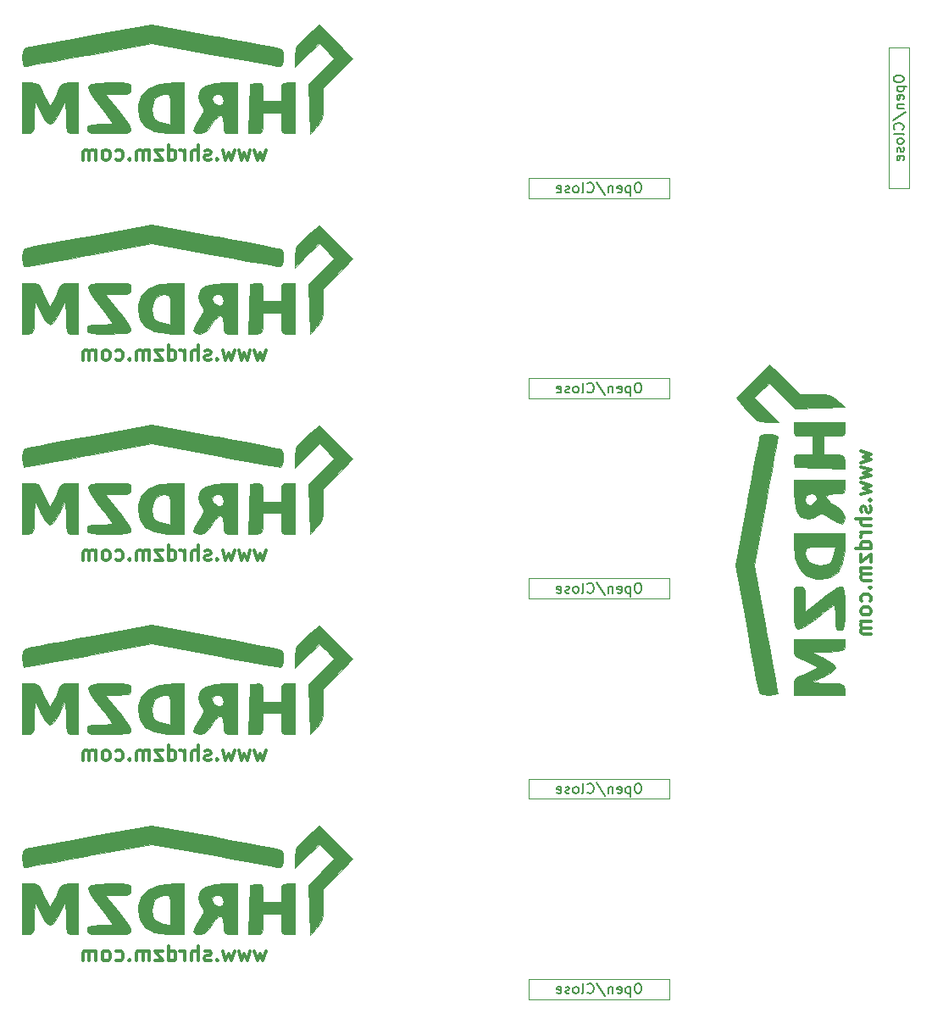
<source format=gbr>
%TF.GenerationSoftware,KiCad,Pcbnew,(5.1.9)-1*%
%TF.CreationDate,2021-03-22T15:53:49+01:00*%
%TF.ProjectId,DOORSENSOR_Enhanced_Multi,444f4f52-5345-44e5-934f-525f456e6861,rev?*%
%TF.SameCoordinates,Original*%
%TF.FileFunction,Legend,Bot*%
%TF.FilePolarity,Positive*%
%FSLAX46Y46*%
G04 Gerber Fmt 4.6, Leading zero omitted, Abs format (unit mm)*
G04 Created by KiCad (PCBNEW (5.1.9)-1) date 2021-03-22 15:53:49*
%MOMM*%
%LPD*%
G01*
G04 APERTURE LIST*
%ADD10C,0.300000*%
%ADD11C,0.120000*%
%ADD12C,0.010000*%
%ADD13C,0.150000*%
G04 APERTURE END LIST*
D10*
X121178571Y-87785714D02*
X122178571Y-88071428D01*
X121464285Y-88357142D01*
X122178571Y-88642857D01*
X121178571Y-88928571D01*
X121178571Y-89357142D02*
X122178571Y-89642857D01*
X121464285Y-89928571D01*
X122178571Y-90214285D01*
X121178571Y-90500000D01*
X121178571Y-90928571D02*
X122178571Y-91214285D01*
X121464285Y-91500000D01*
X122178571Y-91785714D01*
X121178571Y-92071428D01*
X122035714Y-92642857D02*
X122107142Y-92714285D01*
X122178571Y-92642857D01*
X122107142Y-92571428D01*
X122035714Y-92642857D01*
X122178571Y-92642857D01*
X122107142Y-93285714D02*
X122178571Y-93428571D01*
X122178571Y-93714285D01*
X122107142Y-93857142D01*
X121964285Y-93928571D01*
X121892857Y-93928571D01*
X121750000Y-93857142D01*
X121678571Y-93714285D01*
X121678571Y-93500000D01*
X121607142Y-93357142D01*
X121464285Y-93285714D01*
X121392857Y-93285714D01*
X121250000Y-93357142D01*
X121178571Y-93500000D01*
X121178571Y-93714285D01*
X121250000Y-93857142D01*
X122178571Y-94571428D02*
X120678571Y-94571428D01*
X122178571Y-95214285D02*
X121392857Y-95214285D01*
X121250000Y-95142857D01*
X121178571Y-95000000D01*
X121178571Y-94785714D01*
X121250000Y-94642857D01*
X121321428Y-94571428D01*
X122178571Y-95928571D02*
X121178571Y-95928571D01*
X121464285Y-95928571D02*
X121321428Y-96000000D01*
X121250000Y-96071428D01*
X121178571Y-96214285D01*
X121178571Y-96357142D01*
X122178571Y-97500000D02*
X120678571Y-97500000D01*
X122107142Y-97500000D02*
X122178571Y-97357142D01*
X122178571Y-97071428D01*
X122107142Y-96928571D01*
X122035714Y-96857142D01*
X121892857Y-96785714D01*
X121464285Y-96785714D01*
X121321428Y-96857142D01*
X121250000Y-96928571D01*
X121178571Y-97071428D01*
X121178571Y-97357142D01*
X121250000Y-97500000D01*
X121178571Y-98071428D02*
X121178571Y-98857142D01*
X122178571Y-98071428D01*
X122178571Y-98857142D01*
X122178571Y-99428571D02*
X121178571Y-99428571D01*
X121321428Y-99428571D02*
X121250000Y-99500000D01*
X121178571Y-99642857D01*
X121178571Y-99857142D01*
X121250000Y-100000000D01*
X121392857Y-100071428D01*
X122178571Y-100071428D01*
X121392857Y-100071428D02*
X121250000Y-100142857D01*
X121178571Y-100285714D01*
X121178571Y-100500000D01*
X121250000Y-100642857D01*
X121392857Y-100714285D01*
X122178571Y-100714285D01*
X122035714Y-101428571D02*
X122107142Y-101500000D01*
X122178571Y-101428571D01*
X122107142Y-101357142D01*
X122035714Y-101428571D01*
X122178571Y-101428571D01*
X122107142Y-102785714D02*
X122178571Y-102642857D01*
X122178571Y-102357142D01*
X122107142Y-102214285D01*
X122035714Y-102142857D01*
X121892857Y-102071428D01*
X121464285Y-102071428D01*
X121321428Y-102142857D01*
X121250000Y-102214285D01*
X121178571Y-102357142D01*
X121178571Y-102642857D01*
X121250000Y-102785714D01*
X122178571Y-103642857D02*
X122107142Y-103500000D01*
X122035714Y-103428571D01*
X121892857Y-103357142D01*
X121464285Y-103357142D01*
X121321428Y-103428571D01*
X121250000Y-103500000D01*
X121178571Y-103642857D01*
X121178571Y-103857142D01*
X121250000Y-104000000D01*
X121321428Y-104071428D01*
X121464285Y-104142857D01*
X121892857Y-104142857D01*
X122035714Y-104071428D01*
X122107142Y-104000000D01*
X122178571Y-103857142D01*
X122178571Y-103642857D01*
X122178571Y-104785714D02*
X121178571Y-104785714D01*
X121321428Y-104785714D02*
X121250000Y-104857142D01*
X121178571Y-105000000D01*
X121178571Y-105214285D01*
X121250000Y-105357142D01*
X121392857Y-105428571D01*
X122178571Y-105428571D01*
X121392857Y-105428571D02*
X121250000Y-105500000D01*
X121178571Y-105642857D01*
X121178571Y-105857142D01*
X121250000Y-106000000D01*
X121392857Y-106071428D01*
X122178571Y-106071428D01*
X121178571Y-87785714D02*
X122178571Y-88071428D01*
X121464285Y-88357142D01*
X122178571Y-88642857D01*
X121178571Y-88928571D01*
X121178571Y-89357142D02*
X122178571Y-89642857D01*
X121464285Y-89928571D01*
X122178571Y-90214285D01*
X121178571Y-90500000D01*
X121178571Y-90928571D02*
X122178571Y-91214285D01*
X121464285Y-91500000D01*
X122178571Y-91785714D01*
X121178571Y-92071428D01*
X122035714Y-92642857D02*
X122107142Y-92714285D01*
X122178571Y-92642857D01*
X122107142Y-92571428D01*
X122035714Y-92642857D01*
X122178571Y-92642857D01*
X122107142Y-93285714D02*
X122178571Y-93428571D01*
X122178571Y-93714285D01*
X122107142Y-93857142D01*
X121964285Y-93928571D01*
X121892857Y-93928571D01*
X121750000Y-93857142D01*
X121678571Y-93714285D01*
X121678571Y-93500000D01*
X121607142Y-93357142D01*
X121464285Y-93285714D01*
X121392857Y-93285714D01*
X121250000Y-93357142D01*
X121178571Y-93500000D01*
X121178571Y-93714285D01*
X121250000Y-93857142D01*
X122178571Y-94571428D02*
X120678571Y-94571428D01*
X122178571Y-95214285D02*
X121392857Y-95214285D01*
X121250000Y-95142857D01*
X121178571Y-95000000D01*
X121178571Y-94785714D01*
X121250000Y-94642857D01*
X121321428Y-94571428D01*
X122178571Y-95928571D02*
X121178571Y-95928571D01*
X121464285Y-95928571D02*
X121321428Y-96000000D01*
X121250000Y-96071428D01*
X121178571Y-96214285D01*
X121178571Y-96357142D01*
X122178571Y-97500000D02*
X120678571Y-97500000D01*
X122107142Y-97500000D02*
X122178571Y-97357142D01*
X122178571Y-97071428D01*
X122107142Y-96928571D01*
X122035714Y-96857142D01*
X121892857Y-96785714D01*
X121464285Y-96785714D01*
X121321428Y-96857142D01*
X121250000Y-96928571D01*
X121178571Y-97071428D01*
X121178571Y-97357142D01*
X121250000Y-97500000D01*
X121178571Y-98071428D02*
X121178571Y-98857142D01*
X122178571Y-98071428D01*
X122178571Y-98857142D01*
X122178571Y-99428571D02*
X121178571Y-99428571D01*
X121321428Y-99428571D02*
X121250000Y-99500000D01*
X121178571Y-99642857D01*
X121178571Y-99857142D01*
X121250000Y-100000000D01*
X121392857Y-100071428D01*
X122178571Y-100071428D01*
X121392857Y-100071428D02*
X121250000Y-100142857D01*
X121178571Y-100285714D01*
X121178571Y-100500000D01*
X121250000Y-100642857D01*
X121392857Y-100714285D01*
X122178571Y-100714285D01*
X122035714Y-101428571D02*
X122107142Y-101500000D01*
X122178571Y-101428571D01*
X122107142Y-101357142D01*
X122035714Y-101428571D01*
X122178571Y-101428571D01*
X122107142Y-102785714D02*
X122178571Y-102642857D01*
X122178571Y-102357142D01*
X122107142Y-102214285D01*
X122035714Y-102142857D01*
X121892857Y-102071428D01*
X121464285Y-102071428D01*
X121321428Y-102142857D01*
X121250000Y-102214285D01*
X121178571Y-102357142D01*
X121178571Y-102642857D01*
X121250000Y-102785714D01*
X122178571Y-103642857D02*
X122107142Y-103500000D01*
X122035714Y-103428571D01*
X121892857Y-103357142D01*
X121464285Y-103357142D01*
X121321428Y-103428571D01*
X121250000Y-103500000D01*
X121178571Y-103642857D01*
X121178571Y-103857142D01*
X121250000Y-104000000D01*
X121321428Y-104071428D01*
X121464285Y-104142857D01*
X121892857Y-104142857D01*
X122035714Y-104071428D01*
X122107142Y-104000000D01*
X122178571Y-103857142D01*
X122178571Y-103642857D01*
X122178571Y-104785714D02*
X121178571Y-104785714D01*
X121321428Y-104785714D02*
X121250000Y-104857142D01*
X121178571Y-105000000D01*
X121178571Y-105214285D01*
X121250000Y-105357142D01*
X121392857Y-105428571D01*
X122178571Y-105428571D01*
X121392857Y-105428571D02*
X121250000Y-105500000D01*
X121178571Y-105642857D01*
X121178571Y-105857142D01*
X121250000Y-106000000D01*
X121392857Y-106071428D01*
X122178571Y-106071428D01*
X61714285Y-137678571D02*
X61428571Y-138678571D01*
X61142857Y-137964285D01*
X60857142Y-138678571D01*
X60571428Y-137678571D01*
X60142857Y-137678571D02*
X59857142Y-138678571D01*
X59571428Y-137964285D01*
X59285714Y-138678571D01*
X59000000Y-137678571D01*
X58571428Y-137678571D02*
X58285714Y-138678571D01*
X58000000Y-137964285D01*
X57714285Y-138678571D01*
X57428571Y-137678571D01*
X56857142Y-138535714D02*
X56785714Y-138607142D01*
X56857142Y-138678571D01*
X56928571Y-138607142D01*
X56857142Y-138535714D01*
X56857142Y-138678571D01*
X56214285Y-138607142D02*
X56071428Y-138678571D01*
X55785714Y-138678571D01*
X55642857Y-138607142D01*
X55571428Y-138464285D01*
X55571428Y-138392857D01*
X55642857Y-138250000D01*
X55785714Y-138178571D01*
X56000000Y-138178571D01*
X56142857Y-138107142D01*
X56214285Y-137964285D01*
X56214285Y-137892857D01*
X56142857Y-137750000D01*
X56000000Y-137678571D01*
X55785714Y-137678571D01*
X55642857Y-137750000D01*
X54928571Y-138678571D02*
X54928571Y-137178571D01*
X54285714Y-138678571D02*
X54285714Y-137892857D01*
X54357142Y-137750000D01*
X54500000Y-137678571D01*
X54714285Y-137678571D01*
X54857142Y-137750000D01*
X54928571Y-137821428D01*
X53571428Y-138678571D02*
X53571428Y-137678571D01*
X53571428Y-137964285D02*
X53500000Y-137821428D01*
X53428571Y-137750000D01*
X53285714Y-137678571D01*
X53142857Y-137678571D01*
X52000000Y-138678571D02*
X52000000Y-137178571D01*
X52000000Y-138607142D02*
X52142857Y-138678571D01*
X52428571Y-138678571D01*
X52571428Y-138607142D01*
X52642857Y-138535714D01*
X52714285Y-138392857D01*
X52714285Y-137964285D01*
X52642857Y-137821428D01*
X52571428Y-137750000D01*
X52428571Y-137678571D01*
X52142857Y-137678571D01*
X52000000Y-137750000D01*
X51428571Y-137678571D02*
X50642857Y-137678571D01*
X51428571Y-138678571D01*
X50642857Y-138678571D01*
X50071428Y-138678571D02*
X50071428Y-137678571D01*
X50071428Y-137821428D02*
X50000000Y-137750000D01*
X49857142Y-137678571D01*
X49642857Y-137678571D01*
X49500000Y-137750000D01*
X49428571Y-137892857D01*
X49428571Y-138678571D01*
X49428571Y-137892857D02*
X49357142Y-137750000D01*
X49214285Y-137678571D01*
X49000000Y-137678571D01*
X48857142Y-137750000D01*
X48785714Y-137892857D01*
X48785714Y-138678571D01*
X48071428Y-138535714D02*
X48000000Y-138607142D01*
X48071428Y-138678571D01*
X48142857Y-138607142D01*
X48071428Y-138535714D01*
X48071428Y-138678571D01*
X46714285Y-138607142D02*
X46857142Y-138678571D01*
X47142857Y-138678571D01*
X47285714Y-138607142D01*
X47357142Y-138535714D01*
X47428571Y-138392857D01*
X47428571Y-137964285D01*
X47357142Y-137821428D01*
X47285714Y-137750000D01*
X47142857Y-137678571D01*
X46857142Y-137678571D01*
X46714285Y-137750000D01*
X45857142Y-138678571D02*
X46000000Y-138607142D01*
X46071428Y-138535714D01*
X46142857Y-138392857D01*
X46142857Y-137964285D01*
X46071428Y-137821428D01*
X46000000Y-137750000D01*
X45857142Y-137678571D01*
X45642857Y-137678571D01*
X45500000Y-137750000D01*
X45428571Y-137821428D01*
X45357142Y-137964285D01*
X45357142Y-138392857D01*
X45428571Y-138535714D01*
X45500000Y-138607142D01*
X45642857Y-138678571D01*
X45857142Y-138678571D01*
X44714285Y-138678571D02*
X44714285Y-137678571D01*
X44714285Y-137821428D02*
X44642857Y-137750000D01*
X44500000Y-137678571D01*
X44285714Y-137678571D01*
X44142857Y-137750000D01*
X44071428Y-137892857D01*
X44071428Y-138678571D01*
X44071428Y-137892857D02*
X44000000Y-137750000D01*
X43857142Y-137678571D01*
X43642857Y-137678571D01*
X43500000Y-137750000D01*
X43428571Y-137892857D01*
X43428571Y-138678571D01*
X61714285Y-137678571D02*
X61428571Y-138678571D01*
X61142857Y-137964285D01*
X60857142Y-138678571D01*
X60571428Y-137678571D01*
X60142857Y-137678571D02*
X59857142Y-138678571D01*
X59571428Y-137964285D01*
X59285714Y-138678571D01*
X59000000Y-137678571D01*
X58571428Y-137678571D02*
X58285714Y-138678571D01*
X58000000Y-137964285D01*
X57714285Y-138678571D01*
X57428571Y-137678571D01*
X56857142Y-138535714D02*
X56785714Y-138607142D01*
X56857142Y-138678571D01*
X56928571Y-138607142D01*
X56857142Y-138535714D01*
X56857142Y-138678571D01*
X56214285Y-138607142D02*
X56071428Y-138678571D01*
X55785714Y-138678571D01*
X55642857Y-138607142D01*
X55571428Y-138464285D01*
X55571428Y-138392857D01*
X55642857Y-138250000D01*
X55785714Y-138178571D01*
X56000000Y-138178571D01*
X56142857Y-138107142D01*
X56214285Y-137964285D01*
X56214285Y-137892857D01*
X56142857Y-137750000D01*
X56000000Y-137678571D01*
X55785714Y-137678571D01*
X55642857Y-137750000D01*
X54928571Y-138678571D02*
X54928571Y-137178571D01*
X54285714Y-138678571D02*
X54285714Y-137892857D01*
X54357142Y-137750000D01*
X54500000Y-137678571D01*
X54714285Y-137678571D01*
X54857142Y-137750000D01*
X54928571Y-137821428D01*
X53571428Y-138678571D02*
X53571428Y-137678571D01*
X53571428Y-137964285D02*
X53500000Y-137821428D01*
X53428571Y-137750000D01*
X53285714Y-137678571D01*
X53142857Y-137678571D01*
X52000000Y-138678571D02*
X52000000Y-137178571D01*
X52000000Y-138607142D02*
X52142857Y-138678571D01*
X52428571Y-138678571D01*
X52571428Y-138607142D01*
X52642857Y-138535714D01*
X52714285Y-138392857D01*
X52714285Y-137964285D01*
X52642857Y-137821428D01*
X52571428Y-137750000D01*
X52428571Y-137678571D01*
X52142857Y-137678571D01*
X52000000Y-137750000D01*
X51428571Y-137678571D02*
X50642857Y-137678571D01*
X51428571Y-138678571D01*
X50642857Y-138678571D01*
X50071428Y-138678571D02*
X50071428Y-137678571D01*
X50071428Y-137821428D02*
X50000000Y-137750000D01*
X49857142Y-137678571D01*
X49642857Y-137678571D01*
X49500000Y-137750000D01*
X49428571Y-137892857D01*
X49428571Y-138678571D01*
X49428571Y-137892857D02*
X49357142Y-137750000D01*
X49214285Y-137678571D01*
X49000000Y-137678571D01*
X48857142Y-137750000D01*
X48785714Y-137892857D01*
X48785714Y-138678571D01*
X48071428Y-138535714D02*
X48000000Y-138607142D01*
X48071428Y-138678571D01*
X48142857Y-138607142D01*
X48071428Y-138535714D01*
X48071428Y-138678571D01*
X46714285Y-138607142D02*
X46857142Y-138678571D01*
X47142857Y-138678571D01*
X47285714Y-138607142D01*
X47357142Y-138535714D01*
X47428571Y-138392857D01*
X47428571Y-137964285D01*
X47357142Y-137821428D01*
X47285714Y-137750000D01*
X47142857Y-137678571D01*
X46857142Y-137678571D01*
X46714285Y-137750000D01*
X45857142Y-138678571D02*
X46000000Y-138607142D01*
X46071428Y-138535714D01*
X46142857Y-138392857D01*
X46142857Y-137964285D01*
X46071428Y-137821428D01*
X46000000Y-137750000D01*
X45857142Y-137678571D01*
X45642857Y-137678571D01*
X45500000Y-137750000D01*
X45428571Y-137821428D01*
X45357142Y-137964285D01*
X45357142Y-138392857D01*
X45428571Y-138535714D01*
X45500000Y-138607142D01*
X45642857Y-138678571D01*
X45857142Y-138678571D01*
X44714285Y-138678571D02*
X44714285Y-137678571D01*
X44714285Y-137821428D02*
X44642857Y-137750000D01*
X44500000Y-137678571D01*
X44285714Y-137678571D01*
X44142857Y-137750000D01*
X44071428Y-137892857D01*
X44071428Y-138678571D01*
X44071428Y-137892857D02*
X44000000Y-137750000D01*
X43857142Y-137678571D01*
X43642857Y-137678571D01*
X43500000Y-137750000D01*
X43428571Y-137892857D01*
X43428571Y-138678571D01*
X61714285Y-117678571D02*
X61428571Y-118678571D01*
X61142857Y-117964285D01*
X60857142Y-118678571D01*
X60571428Y-117678571D01*
X60142857Y-117678571D02*
X59857142Y-118678571D01*
X59571428Y-117964285D01*
X59285714Y-118678571D01*
X59000000Y-117678571D01*
X58571428Y-117678571D02*
X58285714Y-118678571D01*
X58000000Y-117964285D01*
X57714285Y-118678571D01*
X57428571Y-117678571D01*
X56857142Y-118535714D02*
X56785714Y-118607142D01*
X56857142Y-118678571D01*
X56928571Y-118607142D01*
X56857142Y-118535714D01*
X56857142Y-118678571D01*
X56214285Y-118607142D02*
X56071428Y-118678571D01*
X55785714Y-118678571D01*
X55642857Y-118607142D01*
X55571428Y-118464285D01*
X55571428Y-118392857D01*
X55642857Y-118250000D01*
X55785714Y-118178571D01*
X56000000Y-118178571D01*
X56142857Y-118107142D01*
X56214285Y-117964285D01*
X56214285Y-117892857D01*
X56142857Y-117750000D01*
X56000000Y-117678571D01*
X55785714Y-117678571D01*
X55642857Y-117750000D01*
X54928571Y-118678571D02*
X54928571Y-117178571D01*
X54285714Y-118678571D02*
X54285714Y-117892857D01*
X54357142Y-117750000D01*
X54500000Y-117678571D01*
X54714285Y-117678571D01*
X54857142Y-117750000D01*
X54928571Y-117821428D01*
X53571428Y-118678571D02*
X53571428Y-117678571D01*
X53571428Y-117964285D02*
X53500000Y-117821428D01*
X53428571Y-117750000D01*
X53285714Y-117678571D01*
X53142857Y-117678571D01*
X52000000Y-118678571D02*
X52000000Y-117178571D01*
X52000000Y-118607142D02*
X52142857Y-118678571D01*
X52428571Y-118678571D01*
X52571428Y-118607142D01*
X52642857Y-118535714D01*
X52714285Y-118392857D01*
X52714285Y-117964285D01*
X52642857Y-117821428D01*
X52571428Y-117750000D01*
X52428571Y-117678571D01*
X52142857Y-117678571D01*
X52000000Y-117750000D01*
X51428571Y-117678571D02*
X50642857Y-117678571D01*
X51428571Y-118678571D01*
X50642857Y-118678571D01*
X50071428Y-118678571D02*
X50071428Y-117678571D01*
X50071428Y-117821428D02*
X50000000Y-117750000D01*
X49857142Y-117678571D01*
X49642857Y-117678571D01*
X49500000Y-117750000D01*
X49428571Y-117892857D01*
X49428571Y-118678571D01*
X49428571Y-117892857D02*
X49357142Y-117750000D01*
X49214285Y-117678571D01*
X49000000Y-117678571D01*
X48857142Y-117750000D01*
X48785714Y-117892857D01*
X48785714Y-118678571D01*
X48071428Y-118535714D02*
X48000000Y-118607142D01*
X48071428Y-118678571D01*
X48142857Y-118607142D01*
X48071428Y-118535714D01*
X48071428Y-118678571D01*
X46714285Y-118607142D02*
X46857142Y-118678571D01*
X47142857Y-118678571D01*
X47285714Y-118607142D01*
X47357142Y-118535714D01*
X47428571Y-118392857D01*
X47428571Y-117964285D01*
X47357142Y-117821428D01*
X47285714Y-117750000D01*
X47142857Y-117678571D01*
X46857142Y-117678571D01*
X46714285Y-117750000D01*
X45857142Y-118678571D02*
X46000000Y-118607142D01*
X46071428Y-118535714D01*
X46142857Y-118392857D01*
X46142857Y-117964285D01*
X46071428Y-117821428D01*
X46000000Y-117750000D01*
X45857142Y-117678571D01*
X45642857Y-117678571D01*
X45500000Y-117750000D01*
X45428571Y-117821428D01*
X45357142Y-117964285D01*
X45357142Y-118392857D01*
X45428571Y-118535714D01*
X45500000Y-118607142D01*
X45642857Y-118678571D01*
X45857142Y-118678571D01*
X44714285Y-118678571D02*
X44714285Y-117678571D01*
X44714285Y-117821428D02*
X44642857Y-117750000D01*
X44500000Y-117678571D01*
X44285714Y-117678571D01*
X44142857Y-117750000D01*
X44071428Y-117892857D01*
X44071428Y-118678571D01*
X44071428Y-117892857D02*
X44000000Y-117750000D01*
X43857142Y-117678571D01*
X43642857Y-117678571D01*
X43500000Y-117750000D01*
X43428571Y-117892857D01*
X43428571Y-118678571D01*
X61714285Y-117678571D02*
X61428571Y-118678571D01*
X61142857Y-117964285D01*
X60857142Y-118678571D01*
X60571428Y-117678571D01*
X60142857Y-117678571D02*
X59857142Y-118678571D01*
X59571428Y-117964285D01*
X59285714Y-118678571D01*
X59000000Y-117678571D01*
X58571428Y-117678571D02*
X58285714Y-118678571D01*
X58000000Y-117964285D01*
X57714285Y-118678571D01*
X57428571Y-117678571D01*
X56857142Y-118535714D02*
X56785714Y-118607142D01*
X56857142Y-118678571D01*
X56928571Y-118607142D01*
X56857142Y-118535714D01*
X56857142Y-118678571D01*
X56214285Y-118607142D02*
X56071428Y-118678571D01*
X55785714Y-118678571D01*
X55642857Y-118607142D01*
X55571428Y-118464285D01*
X55571428Y-118392857D01*
X55642857Y-118250000D01*
X55785714Y-118178571D01*
X56000000Y-118178571D01*
X56142857Y-118107142D01*
X56214285Y-117964285D01*
X56214285Y-117892857D01*
X56142857Y-117750000D01*
X56000000Y-117678571D01*
X55785714Y-117678571D01*
X55642857Y-117750000D01*
X54928571Y-118678571D02*
X54928571Y-117178571D01*
X54285714Y-118678571D02*
X54285714Y-117892857D01*
X54357142Y-117750000D01*
X54500000Y-117678571D01*
X54714285Y-117678571D01*
X54857142Y-117750000D01*
X54928571Y-117821428D01*
X53571428Y-118678571D02*
X53571428Y-117678571D01*
X53571428Y-117964285D02*
X53500000Y-117821428D01*
X53428571Y-117750000D01*
X53285714Y-117678571D01*
X53142857Y-117678571D01*
X52000000Y-118678571D02*
X52000000Y-117178571D01*
X52000000Y-118607142D02*
X52142857Y-118678571D01*
X52428571Y-118678571D01*
X52571428Y-118607142D01*
X52642857Y-118535714D01*
X52714285Y-118392857D01*
X52714285Y-117964285D01*
X52642857Y-117821428D01*
X52571428Y-117750000D01*
X52428571Y-117678571D01*
X52142857Y-117678571D01*
X52000000Y-117750000D01*
X51428571Y-117678571D02*
X50642857Y-117678571D01*
X51428571Y-118678571D01*
X50642857Y-118678571D01*
X50071428Y-118678571D02*
X50071428Y-117678571D01*
X50071428Y-117821428D02*
X50000000Y-117750000D01*
X49857142Y-117678571D01*
X49642857Y-117678571D01*
X49500000Y-117750000D01*
X49428571Y-117892857D01*
X49428571Y-118678571D01*
X49428571Y-117892857D02*
X49357142Y-117750000D01*
X49214285Y-117678571D01*
X49000000Y-117678571D01*
X48857142Y-117750000D01*
X48785714Y-117892857D01*
X48785714Y-118678571D01*
X48071428Y-118535714D02*
X48000000Y-118607142D01*
X48071428Y-118678571D01*
X48142857Y-118607142D01*
X48071428Y-118535714D01*
X48071428Y-118678571D01*
X46714285Y-118607142D02*
X46857142Y-118678571D01*
X47142857Y-118678571D01*
X47285714Y-118607142D01*
X47357142Y-118535714D01*
X47428571Y-118392857D01*
X47428571Y-117964285D01*
X47357142Y-117821428D01*
X47285714Y-117750000D01*
X47142857Y-117678571D01*
X46857142Y-117678571D01*
X46714285Y-117750000D01*
X45857142Y-118678571D02*
X46000000Y-118607142D01*
X46071428Y-118535714D01*
X46142857Y-118392857D01*
X46142857Y-117964285D01*
X46071428Y-117821428D01*
X46000000Y-117750000D01*
X45857142Y-117678571D01*
X45642857Y-117678571D01*
X45500000Y-117750000D01*
X45428571Y-117821428D01*
X45357142Y-117964285D01*
X45357142Y-118392857D01*
X45428571Y-118535714D01*
X45500000Y-118607142D01*
X45642857Y-118678571D01*
X45857142Y-118678571D01*
X44714285Y-118678571D02*
X44714285Y-117678571D01*
X44714285Y-117821428D02*
X44642857Y-117750000D01*
X44500000Y-117678571D01*
X44285714Y-117678571D01*
X44142857Y-117750000D01*
X44071428Y-117892857D01*
X44071428Y-118678571D01*
X44071428Y-117892857D02*
X44000000Y-117750000D01*
X43857142Y-117678571D01*
X43642857Y-117678571D01*
X43500000Y-117750000D01*
X43428571Y-117892857D01*
X43428571Y-118678571D01*
X61714285Y-97678571D02*
X61428571Y-98678571D01*
X61142857Y-97964285D01*
X60857142Y-98678571D01*
X60571428Y-97678571D01*
X60142857Y-97678571D02*
X59857142Y-98678571D01*
X59571428Y-97964285D01*
X59285714Y-98678571D01*
X59000000Y-97678571D01*
X58571428Y-97678571D02*
X58285714Y-98678571D01*
X58000000Y-97964285D01*
X57714285Y-98678571D01*
X57428571Y-97678571D01*
X56857142Y-98535714D02*
X56785714Y-98607142D01*
X56857142Y-98678571D01*
X56928571Y-98607142D01*
X56857142Y-98535714D01*
X56857142Y-98678571D01*
X56214285Y-98607142D02*
X56071428Y-98678571D01*
X55785714Y-98678571D01*
X55642857Y-98607142D01*
X55571428Y-98464285D01*
X55571428Y-98392857D01*
X55642857Y-98250000D01*
X55785714Y-98178571D01*
X56000000Y-98178571D01*
X56142857Y-98107142D01*
X56214285Y-97964285D01*
X56214285Y-97892857D01*
X56142857Y-97750000D01*
X56000000Y-97678571D01*
X55785714Y-97678571D01*
X55642857Y-97750000D01*
X54928571Y-98678571D02*
X54928571Y-97178571D01*
X54285714Y-98678571D02*
X54285714Y-97892857D01*
X54357142Y-97750000D01*
X54500000Y-97678571D01*
X54714285Y-97678571D01*
X54857142Y-97750000D01*
X54928571Y-97821428D01*
X53571428Y-98678571D02*
X53571428Y-97678571D01*
X53571428Y-97964285D02*
X53500000Y-97821428D01*
X53428571Y-97750000D01*
X53285714Y-97678571D01*
X53142857Y-97678571D01*
X52000000Y-98678571D02*
X52000000Y-97178571D01*
X52000000Y-98607142D02*
X52142857Y-98678571D01*
X52428571Y-98678571D01*
X52571428Y-98607142D01*
X52642857Y-98535714D01*
X52714285Y-98392857D01*
X52714285Y-97964285D01*
X52642857Y-97821428D01*
X52571428Y-97750000D01*
X52428571Y-97678571D01*
X52142857Y-97678571D01*
X52000000Y-97750000D01*
X51428571Y-97678571D02*
X50642857Y-97678571D01*
X51428571Y-98678571D01*
X50642857Y-98678571D01*
X50071428Y-98678571D02*
X50071428Y-97678571D01*
X50071428Y-97821428D02*
X50000000Y-97750000D01*
X49857142Y-97678571D01*
X49642857Y-97678571D01*
X49500000Y-97750000D01*
X49428571Y-97892857D01*
X49428571Y-98678571D01*
X49428571Y-97892857D02*
X49357142Y-97750000D01*
X49214285Y-97678571D01*
X49000000Y-97678571D01*
X48857142Y-97750000D01*
X48785714Y-97892857D01*
X48785714Y-98678571D01*
X48071428Y-98535714D02*
X48000000Y-98607142D01*
X48071428Y-98678571D01*
X48142857Y-98607142D01*
X48071428Y-98535714D01*
X48071428Y-98678571D01*
X46714285Y-98607142D02*
X46857142Y-98678571D01*
X47142857Y-98678571D01*
X47285714Y-98607142D01*
X47357142Y-98535714D01*
X47428571Y-98392857D01*
X47428571Y-97964285D01*
X47357142Y-97821428D01*
X47285714Y-97750000D01*
X47142857Y-97678571D01*
X46857142Y-97678571D01*
X46714285Y-97750000D01*
X45857142Y-98678571D02*
X46000000Y-98607142D01*
X46071428Y-98535714D01*
X46142857Y-98392857D01*
X46142857Y-97964285D01*
X46071428Y-97821428D01*
X46000000Y-97750000D01*
X45857142Y-97678571D01*
X45642857Y-97678571D01*
X45500000Y-97750000D01*
X45428571Y-97821428D01*
X45357142Y-97964285D01*
X45357142Y-98392857D01*
X45428571Y-98535714D01*
X45500000Y-98607142D01*
X45642857Y-98678571D01*
X45857142Y-98678571D01*
X44714285Y-98678571D02*
X44714285Y-97678571D01*
X44714285Y-97821428D02*
X44642857Y-97750000D01*
X44500000Y-97678571D01*
X44285714Y-97678571D01*
X44142857Y-97750000D01*
X44071428Y-97892857D01*
X44071428Y-98678571D01*
X44071428Y-97892857D02*
X44000000Y-97750000D01*
X43857142Y-97678571D01*
X43642857Y-97678571D01*
X43500000Y-97750000D01*
X43428571Y-97892857D01*
X43428571Y-98678571D01*
X61714285Y-97678571D02*
X61428571Y-98678571D01*
X61142857Y-97964285D01*
X60857142Y-98678571D01*
X60571428Y-97678571D01*
X60142857Y-97678571D02*
X59857142Y-98678571D01*
X59571428Y-97964285D01*
X59285714Y-98678571D01*
X59000000Y-97678571D01*
X58571428Y-97678571D02*
X58285714Y-98678571D01*
X58000000Y-97964285D01*
X57714285Y-98678571D01*
X57428571Y-97678571D01*
X56857142Y-98535714D02*
X56785714Y-98607142D01*
X56857142Y-98678571D01*
X56928571Y-98607142D01*
X56857142Y-98535714D01*
X56857142Y-98678571D01*
X56214285Y-98607142D02*
X56071428Y-98678571D01*
X55785714Y-98678571D01*
X55642857Y-98607142D01*
X55571428Y-98464285D01*
X55571428Y-98392857D01*
X55642857Y-98250000D01*
X55785714Y-98178571D01*
X56000000Y-98178571D01*
X56142857Y-98107142D01*
X56214285Y-97964285D01*
X56214285Y-97892857D01*
X56142857Y-97750000D01*
X56000000Y-97678571D01*
X55785714Y-97678571D01*
X55642857Y-97750000D01*
X54928571Y-98678571D02*
X54928571Y-97178571D01*
X54285714Y-98678571D02*
X54285714Y-97892857D01*
X54357142Y-97750000D01*
X54500000Y-97678571D01*
X54714285Y-97678571D01*
X54857142Y-97750000D01*
X54928571Y-97821428D01*
X53571428Y-98678571D02*
X53571428Y-97678571D01*
X53571428Y-97964285D02*
X53500000Y-97821428D01*
X53428571Y-97750000D01*
X53285714Y-97678571D01*
X53142857Y-97678571D01*
X52000000Y-98678571D02*
X52000000Y-97178571D01*
X52000000Y-98607142D02*
X52142857Y-98678571D01*
X52428571Y-98678571D01*
X52571428Y-98607142D01*
X52642857Y-98535714D01*
X52714285Y-98392857D01*
X52714285Y-97964285D01*
X52642857Y-97821428D01*
X52571428Y-97750000D01*
X52428571Y-97678571D01*
X52142857Y-97678571D01*
X52000000Y-97750000D01*
X51428571Y-97678571D02*
X50642857Y-97678571D01*
X51428571Y-98678571D01*
X50642857Y-98678571D01*
X50071428Y-98678571D02*
X50071428Y-97678571D01*
X50071428Y-97821428D02*
X50000000Y-97750000D01*
X49857142Y-97678571D01*
X49642857Y-97678571D01*
X49500000Y-97750000D01*
X49428571Y-97892857D01*
X49428571Y-98678571D01*
X49428571Y-97892857D02*
X49357142Y-97750000D01*
X49214285Y-97678571D01*
X49000000Y-97678571D01*
X48857142Y-97750000D01*
X48785714Y-97892857D01*
X48785714Y-98678571D01*
X48071428Y-98535714D02*
X48000000Y-98607142D01*
X48071428Y-98678571D01*
X48142857Y-98607142D01*
X48071428Y-98535714D01*
X48071428Y-98678571D01*
X46714285Y-98607142D02*
X46857142Y-98678571D01*
X47142857Y-98678571D01*
X47285714Y-98607142D01*
X47357142Y-98535714D01*
X47428571Y-98392857D01*
X47428571Y-97964285D01*
X47357142Y-97821428D01*
X47285714Y-97750000D01*
X47142857Y-97678571D01*
X46857142Y-97678571D01*
X46714285Y-97750000D01*
X45857142Y-98678571D02*
X46000000Y-98607142D01*
X46071428Y-98535714D01*
X46142857Y-98392857D01*
X46142857Y-97964285D01*
X46071428Y-97821428D01*
X46000000Y-97750000D01*
X45857142Y-97678571D01*
X45642857Y-97678571D01*
X45500000Y-97750000D01*
X45428571Y-97821428D01*
X45357142Y-97964285D01*
X45357142Y-98392857D01*
X45428571Y-98535714D01*
X45500000Y-98607142D01*
X45642857Y-98678571D01*
X45857142Y-98678571D01*
X44714285Y-98678571D02*
X44714285Y-97678571D01*
X44714285Y-97821428D02*
X44642857Y-97750000D01*
X44500000Y-97678571D01*
X44285714Y-97678571D01*
X44142857Y-97750000D01*
X44071428Y-97892857D01*
X44071428Y-98678571D01*
X44071428Y-97892857D02*
X44000000Y-97750000D01*
X43857142Y-97678571D01*
X43642857Y-97678571D01*
X43500000Y-97750000D01*
X43428571Y-97892857D01*
X43428571Y-98678571D01*
X61714285Y-77678571D02*
X61428571Y-78678571D01*
X61142857Y-77964285D01*
X60857142Y-78678571D01*
X60571428Y-77678571D01*
X60142857Y-77678571D02*
X59857142Y-78678571D01*
X59571428Y-77964285D01*
X59285714Y-78678571D01*
X59000000Y-77678571D01*
X58571428Y-77678571D02*
X58285714Y-78678571D01*
X58000000Y-77964285D01*
X57714285Y-78678571D01*
X57428571Y-77678571D01*
X56857142Y-78535714D02*
X56785714Y-78607142D01*
X56857142Y-78678571D01*
X56928571Y-78607142D01*
X56857142Y-78535714D01*
X56857142Y-78678571D01*
X56214285Y-78607142D02*
X56071428Y-78678571D01*
X55785714Y-78678571D01*
X55642857Y-78607142D01*
X55571428Y-78464285D01*
X55571428Y-78392857D01*
X55642857Y-78250000D01*
X55785714Y-78178571D01*
X56000000Y-78178571D01*
X56142857Y-78107142D01*
X56214285Y-77964285D01*
X56214285Y-77892857D01*
X56142857Y-77750000D01*
X56000000Y-77678571D01*
X55785714Y-77678571D01*
X55642857Y-77750000D01*
X54928571Y-78678571D02*
X54928571Y-77178571D01*
X54285714Y-78678571D02*
X54285714Y-77892857D01*
X54357142Y-77750000D01*
X54500000Y-77678571D01*
X54714285Y-77678571D01*
X54857142Y-77750000D01*
X54928571Y-77821428D01*
X53571428Y-78678571D02*
X53571428Y-77678571D01*
X53571428Y-77964285D02*
X53500000Y-77821428D01*
X53428571Y-77750000D01*
X53285714Y-77678571D01*
X53142857Y-77678571D01*
X52000000Y-78678571D02*
X52000000Y-77178571D01*
X52000000Y-78607142D02*
X52142857Y-78678571D01*
X52428571Y-78678571D01*
X52571428Y-78607142D01*
X52642857Y-78535714D01*
X52714285Y-78392857D01*
X52714285Y-77964285D01*
X52642857Y-77821428D01*
X52571428Y-77750000D01*
X52428571Y-77678571D01*
X52142857Y-77678571D01*
X52000000Y-77750000D01*
X51428571Y-77678571D02*
X50642857Y-77678571D01*
X51428571Y-78678571D01*
X50642857Y-78678571D01*
X50071428Y-78678571D02*
X50071428Y-77678571D01*
X50071428Y-77821428D02*
X50000000Y-77750000D01*
X49857142Y-77678571D01*
X49642857Y-77678571D01*
X49500000Y-77750000D01*
X49428571Y-77892857D01*
X49428571Y-78678571D01*
X49428571Y-77892857D02*
X49357142Y-77750000D01*
X49214285Y-77678571D01*
X49000000Y-77678571D01*
X48857142Y-77750000D01*
X48785714Y-77892857D01*
X48785714Y-78678571D01*
X48071428Y-78535714D02*
X48000000Y-78607142D01*
X48071428Y-78678571D01*
X48142857Y-78607142D01*
X48071428Y-78535714D01*
X48071428Y-78678571D01*
X46714285Y-78607142D02*
X46857142Y-78678571D01*
X47142857Y-78678571D01*
X47285714Y-78607142D01*
X47357142Y-78535714D01*
X47428571Y-78392857D01*
X47428571Y-77964285D01*
X47357142Y-77821428D01*
X47285714Y-77750000D01*
X47142857Y-77678571D01*
X46857142Y-77678571D01*
X46714285Y-77750000D01*
X45857142Y-78678571D02*
X46000000Y-78607142D01*
X46071428Y-78535714D01*
X46142857Y-78392857D01*
X46142857Y-77964285D01*
X46071428Y-77821428D01*
X46000000Y-77750000D01*
X45857142Y-77678571D01*
X45642857Y-77678571D01*
X45500000Y-77750000D01*
X45428571Y-77821428D01*
X45357142Y-77964285D01*
X45357142Y-78392857D01*
X45428571Y-78535714D01*
X45500000Y-78607142D01*
X45642857Y-78678571D01*
X45857142Y-78678571D01*
X44714285Y-78678571D02*
X44714285Y-77678571D01*
X44714285Y-77821428D02*
X44642857Y-77750000D01*
X44500000Y-77678571D01*
X44285714Y-77678571D01*
X44142857Y-77750000D01*
X44071428Y-77892857D01*
X44071428Y-78678571D01*
X44071428Y-77892857D02*
X44000000Y-77750000D01*
X43857142Y-77678571D01*
X43642857Y-77678571D01*
X43500000Y-77750000D01*
X43428571Y-77892857D01*
X43428571Y-78678571D01*
X61714285Y-77678571D02*
X61428571Y-78678571D01*
X61142857Y-77964285D01*
X60857142Y-78678571D01*
X60571428Y-77678571D01*
X60142857Y-77678571D02*
X59857142Y-78678571D01*
X59571428Y-77964285D01*
X59285714Y-78678571D01*
X59000000Y-77678571D01*
X58571428Y-77678571D02*
X58285714Y-78678571D01*
X58000000Y-77964285D01*
X57714285Y-78678571D01*
X57428571Y-77678571D01*
X56857142Y-78535714D02*
X56785714Y-78607142D01*
X56857142Y-78678571D01*
X56928571Y-78607142D01*
X56857142Y-78535714D01*
X56857142Y-78678571D01*
X56214285Y-78607142D02*
X56071428Y-78678571D01*
X55785714Y-78678571D01*
X55642857Y-78607142D01*
X55571428Y-78464285D01*
X55571428Y-78392857D01*
X55642857Y-78250000D01*
X55785714Y-78178571D01*
X56000000Y-78178571D01*
X56142857Y-78107142D01*
X56214285Y-77964285D01*
X56214285Y-77892857D01*
X56142857Y-77750000D01*
X56000000Y-77678571D01*
X55785714Y-77678571D01*
X55642857Y-77750000D01*
X54928571Y-78678571D02*
X54928571Y-77178571D01*
X54285714Y-78678571D02*
X54285714Y-77892857D01*
X54357142Y-77750000D01*
X54500000Y-77678571D01*
X54714285Y-77678571D01*
X54857142Y-77750000D01*
X54928571Y-77821428D01*
X53571428Y-78678571D02*
X53571428Y-77678571D01*
X53571428Y-77964285D02*
X53500000Y-77821428D01*
X53428571Y-77750000D01*
X53285714Y-77678571D01*
X53142857Y-77678571D01*
X52000000Y-78678571D02*
X52000000Y-77178571D01*
X52000000Y-78607142D02*
X52142857Y-78678571D01*
X52428571Y-78678571D01*
X52571428Y-78607142D01*
X52642857Y-78535714D01*
X52714285Y-78392857D01*
X52714285Y-77964285D01*
X52642857Y-77821428D01*
X52571428Y-77750000D01*
X52428571Y-77678571D01*
X52142857Y-77678571D01*
X52000000Y-77750000D01*
X51428571Y-77678571D02*
X50642857Y-77678571D01*
X51428571Y-78678571D01*
X50642857Y-78678571D01*
X50071428Y-78678571D02*
X50071428Y-77678571D01*
X50071428Y-77821428D02*
X50000000Y-77750000D01*
X49857142Y-77678571D01*
X49642857Y-77678571D01*
X49500000Y-77750000D01*
X49428571Y-77892857D01*
X49428571Y-78678571D01*
X49428571Y-77892857D02*
X49357142Y-77750000D01*
X49214285Y-77678571D01*
X49000000Y-77678571D01*
X48857142Y-77750000D01*
X48785714Y-77892857D01*
X48785714Y-78678571D01*
X48071428Y-78535714D02*
X48000000Y-78607142D01*
X48071428Y-78678571D01*
X48142857Y-78607142D01*
X48071428Y-78535714D01*
X48071428Y-78678571D01*
X46714285Y-78607142D02*
X46857142Y-78678571D01*
X47142857Y-78678571D01*
X47285714Y-78607142D01*
X47357142Y-78535714D01*
X47428571Y-78392857D01*
X47428571Y-77964285D01*
X47357142Y-77821428D01*
X47285714Y-77750000D01*
X47142857Y-77678571D01*
X46857142Y-77678571D01*
X46714285Y-77750000D01*
X45857142Y-78678571D02*
X46000000Y-78607142D01*
X46071428Y-78535714D01*
X46142857Y-78392857D01*
X46142857Y-77964285D01*
X46071428Y-77821428D01*
X46000000Y-77750000D01*
X45857142Y-77678571D01*
X45642857Y-77678571D01*
X45500000Y-77750000D01*
X45428571Y-77821428D01*
X45357142Y-77964285D01*
X45357142Y-78392857D01*
X45428571Y-78535714D01*
X45500000Y-78607142D01*
X45642857Y-78678571D01*
X45857142Y-78678571D01*
X44714285Y-78678571D02*
X44714285Y-77678571D01*
X44714285Y-77821428D02*
X44642857Y-77750000D01*
X44500000Y-77678571D01*
X44285714Y-77678571D01*
X44142857Y-77750000D01*
X44071428Y-77892857D01*
X44071428Y-78678571D01*
X44071428Y-77892857D02*
X44000000Y-77750000D01*
X43857142Y-77678571D01*
X43642857Y-77678571D01*
X43500000Y-77750000D01*
X43428571Y-77892857D01*
X43428571Y-78678571D01*
X61714285Y-57678571D02*
X61428571Y-58678571D01*
X61142857Y-57964285D01*
X60857142Y-58678571D01*
X60571428Y-57678571D01*
X60142857Y-57678571D02*
X59857142Y-58678571D01*
X59571428Y-57964285D01*
X59285714Y-58678571D01*
X59000000Y-57678571D01*
X58571428Y-57678571D02*
X58285714Y-58678571D01*
X58000000Y-57964285D01*
X57714285Y-58678571D01*
X57428571Y-57678571D01*
X56857142Y-58535714D02*
X56785714Y-58607142D01*
X56857142Y-58678571D01*
X56928571Y-58607142D01*
X56857142Y-58535714D01*
X56857142Y-58678571D01*
X56214285Y-58607142D02*
X56071428Y-58678571D01*
X55785714Y-58678571D01*
X55642857Y-58607142D01*
X55571428Y-58464285D01*
X55571428Y-58392857D01*
X55642857Y-58250000D01*
X55785714Y-58178571D01*
X56000000Y-58178571D01*
X56142857Y-58107142D01*
X56214285Y-57964285D01*
X56214285Y-57892857D01*
X56142857Y-57750000D01*
X56000000Y-57678571D01*
X55785714Y-57678571D01*
X55642857Y-57750000D01*
X54928571Y-58678571D02*
X54928571Y-57178571D01*
X54285714Y-58678571D02*
X54285714Y-57892857D01*
X54357142Y-57750000D01*
X54500000Y-57678571D01*
X54714285Y-57678571D01*
X54857142Y-57750000D01*
X54928571Y-57821428D01*
X53571428Y-58678571D02*
X53571428Y-57678571D01*
X53571428Y-57964285D02*
X53500000Y-57821428D01*
X53428571Y-57750000D01*
X53285714Y-57678571D01*
X53142857Y-57678571D01*
X52000000Y-58678571D02*
X52000000Y-57178571D01*
X52000000Y-58607142D02*
X52142857Y-58678571D01*
X52428571Y-58678571D01*
X52571428Y-58607142D01*
X52642857Y-58535714D01*
X52714285Y-58392857D01*
X52714285Y-57964285D01*
X52642857Y-57821428D01*
X52571428Y-57750000D01*
X52428571Y-57678571D01*
X52142857Y-57678571D01*
X52000000Y-57750000D01*
X51428571Y-57678571D02*
X50642857Y-57678571D01*
X51428571Y-58678571D01*
X50642857Y-58678571D01*
X50071428Y-58678571D02*
X50071428Y-57678571D01*
X50071428Y-57821428D02*
X50000000Y-57750000D01*
X49857142Y-57678571D01*
X49642857Y-57678571D01*
X49500000Y-57750000D01*
X49428571Y-57892857D01*
X49428571Y-58678571D01*
X49428571Y-57892857D02*
X49357142Y-57750000D01*
X49214285Y-57678571D01*
X49000000Y-57678571D01*
X48857142Y-57750000D01*
X48785714Y-57892857D01*
X48785714Y-58678571D01*
X48071428Y-58535714D02*
X48000000Y-58607142D01*
X48071428Y-58678571D01*
X48142857Y-58607142D01*
X48071428Y-58535714D01*
X48071428Y-58678571D01*
X46714285Y-58607142D02*
X46857142Y-58678571D01*
X47142857Y-58678571D01*
X47285714Y-58607142D01*
X47357142Y-58535714D01*
X47428571Y-58392857D01*
X47428571Y-57964285D01*
X47357142Y-57821428D01*
X47285714Y-57750000D01*
X47142857Y-57678571D01*
X46857142Y-57678571D01*
X46714285Y-57750000D01*
X45857142Y-58678571D02*
X46000000Y-58607142D01*
X46071428Y-58535714D01*
X46142857Y-58392857D01*
X46142857Y-57964285D01*
X46071428Y-57821428D01*
X46000000Y-57750000D01*
X45857142Y-57678571D01*
X45642857Y-57678571D01*
X45500000Y-57750000D01*
X45428571Y-57821428D01*
X45357142Y-57964285D01*
X45357142Y-58392857D01*
X45428571Y-58535714D01*
X45500000Y-58607142D01*
X45642857Y-58678571D01*
X45857142Y-58678571D01*
X44714285Y-58678571D02*
X44714285Y-57678571D01*
X44714285Y-57821428D02*
X44642857Y-57750000D01*
X44500000Y-57678571D01*
X44285714Y-57678571D01*
X44142857Y-57750000D01*
X44071428Y-57892857D01*
X44071428Y-58678571D01*
X44071428Y-57892857D02*
X44000000Y-57750000D01*
X43857142Y-57678571D01*
X43642857Y-57678571D01*
X43500000Y-57750000D01*
X43428571Y-57892857D01*
X43428571Y-58678571D01*
X61714285Y-57678571D02*
X61428571Y-58678571D01*
X61142857Y-57964285D01*
X60857142Y-58678571D01*
X60571428Y-57678571D01*
X60142857Y-57678571D02*
X59857142Y-58678571D01*
X59571428Y-57964285D01*
X59285714Y-58678571D01*
X59000000Y-57678571D01*
X58571428Y-57678571D02*
X58285714Y-58678571D01*
X58000000Y-57964285D01*
X57714285Y-58678571D01*
X57428571Y-57678571D01*
X56857142Y-58535714D02*
X56785714Y-58607142D01*
X56857142Y-58678571D01*
X56928571Y-58607142D01*
X56857142Y-58535714D01*
X56857142Y-58678571D01*
X56214285Y-58607142D02*
X56071428Y-58678571D01*
X55785714Y-58678571D01*
X55642857Y-58607142D01*
X55571428Y-58464285D01*
X55571428Y-58392857D01*
X55642857Y-58250000D01*
X55785714Y-58178571D01*
X56000000Y-58178571D01*
X56142857Y-58107142D01*
X56214285Y-57964285D01*
X56214285Y-57892857D01*
X56142857Y-57750000D01*
X56000000Y-57678571D01*
X55785714Y-57678571D01*
X55642857Y-57750000D01*
X54928571Y-58678571D02*
X54928571Y-57178571D01*
X54285714Y-58678571D02*
X54285714Y-57892857D01*
X54357142Y-57750000D01*
X54500000Y-57678571D01*
X54714285Y-57678571D01*
X54857142Y-57750000D01*
X54928571Y-57821428D01*
X53571428Y-58678571D02*
X53571428Y-57678571D01*
X53571428Y-57964285D02*
X53500000Y-57821428D01*
X53428571Y-57750000D01*
X53285714Y-57678571D01*
X53142857Y-57678571D01*
X52000000Y-58678571D02*
X52000000Y-57178571D01*
X52000000Y-58607142D02*
X52142857Y-58678571D01*
X52428571Y-58678571D01*
X52571428Y-58607142D01*
X52642857Y-58535714D01*
X52714285Y-58392857D01*
X52714285Y-57964285D01*
X52642857Y-57821428D01*
X52571428Y-57750000D01*
X52428571Y-57678571D01*
X52142857Y-57678571D01*
X52000000Y-57750000D01*
X51428571Y-57678571D02*
X50642857Y-57678571D01*
X51428571Y-58678571D01*
X50642857Y-58678571D01*
X50071428Y-58678571D02*
X50071428Y-57678571D01*
X50071428Y-57821428D02*
X50000000Y-57750000D01*
X49857142Y-57678571D01*
X49642857Y-57678571D01*
X49500000Y-57750000D01*
X49428571Y-57892857D01*
X49428571Y-58678571D01*
X49428571Y-57892857D02*
X49357142Y-57750000D01*
X49214285Y-57678571D01*
X49000000Y-57678571D01*
X48857142Y-57750000D01*
X48785714Y-57892857D01*
X48785714Y-58678571D01*
X48071428Y-58535714D02*
X48000000Y-58607142D01*
X48071428Y-58678571D01*
X48142857Y-58607142D01*
X48071428Y-58535714D01*
X48071428Y-58678571D01*
X46714285Y-58607142D02*
X46857142Y-58678571D01*
X47142857Y-58678571D01*
X47285714Y-58607142D01*
X47357142Y-58535714D01*
X47428571Y-58392857D01*
X47428571Y-57964285D01*
X47357142Y-57821428D01*
X47285714Y-57750000D01*
X47142857Y-57678571D01*
X46857142Y-57678571D01*
X46714285Y-57750000D01*
X45857142Y-58678571D02*
X46000000Y-58607142D01*
X46071428Y-58535714D01*
X46142857Y-58392857D01*
X46142857Y-57964285D01*
X46071428Y-57821428D01*
X46000000Y-57750000D01*
X45857142Y-57678571D01*
X45642857Y-57678571D01*
X45500000Y-57750000D01*
X45428571Y-57821428D01*
X45357142Y-57964285D01*
X45357142Y-58392857D01*
X45428571Y-58535714D01*
X45500000Y-58607142D01*
X45642857Y-58678571D01*
X45857142Y-58678571D01*
X44714285Y-58678571D02*
X44714285Y-57678571D01*
X44714285Y-57821428D02*
X44642857Y-57750000D01*
X44500000Y-57678571D01*
X44285714Y-57678571D01*
X44142857Y-57750000D01*
X44071428Y-57892857D01*
X44071428Y-58678571D01*
X44071428Y-57892857D02*
X44000000Y-57750000D01*
X43857142Y-57678571D01*
X43642857Y-57678571D01*
X43500000Y-57750000D01*
X43428571Y-57892857D01*
X43428571Y-58678571D01*
D11*
%TO.C,SW3*%
X124000000Y-61500000D02*
X126000000Y-61500000D01*
X124000000Y-47500000D02*
X124000000Y-61500000D01*
X126000000Y-47500000D02*
X124000000Y-47500000D01*
X126000000Y-61500000D02*
X126000000Y-47500000D01*
D12*
%TO.C,G\u002A\u002A\u002A*%
G36*
X109717061Y-105007674D02*
G01*
X110010566Y-106626873D01*
X110283059Y-108124181D01*
X110521903Y-109430633D01*
X110714460Y-110477259D01*
X110848094Y-111195094D01*
X110904934Y-111490455D01*
X111046903Y-111906115D01*
X111343737Y-112086503D01*
X111940165Y-112125455D01*
X112511956Y-112092207D01*
X112825211Y-112009347D01*
X112845454Y-111978460D01*
X112805176Y-111721645D01*
X112691475Y-111070160D01*
X112515055Y-110083428D01*
X112286618Y-108820871D01*
X112016866Y-107341910D01*
X111716503Y-105705968D01*
X111680952Y-105513005D01*
X110516451Y-99194545D01*
X111680952Y-92876085D01*
X111984688Y-91218936D01*
X112258889Y-89705430D01*
X112492789Y-88396410D01*
X112675622Y-87352720D01*
X112796622Y-86635203D01*
X112845022Y-86304700D01*
X112845454Y-86295176D01*
X112642454Y-86119803D01*
X112142268Y-86034437D01*
X112050900Y-86032727D01*
X111478993Y-86089543D01*
X111138719Y-86228272D01*
X111123514Y-86247653D01*
X111048696Y-86522829D01*
X110903827Y-87192306D01*
X110700815Y-88195899D01*
X110451566Y-89473422D01*
X110167990Y-90964689D01*
X109861994Y-92609515D01*
X109824906Y-92811236D01*
X108659130Y-99159894D01*
X109717061Y-105007674D01*
G37*
X109717061Y-105007674D02*
X110010566Y-106626873D01*
X110283059Y-108124181D01*
X110521903Y-109430633D01*
X110714460Y-110477259D01*
X110848094Y-111195094D01*
X110904934Y-111490455D01*
X111046903Y-111906115D01*
X111343737Y-112086503D01*
X111940165Y-112125455D01*
X112511956Y-112092207D01*
X112825211Y-112009347D01*
X112845454Y-111978460D01*
X112805176Y-111721645D01*
X112691475Y-111070160D01*
X112515055Y-110083428D01*
X112286618Y-108820871D01*
X112016866Y-107341910D01*
X111716503Y-105705968D01*
X111680952Y-105513005D01*
X110516451Y-99194545D01*
X111680952Y-92876085D01*
X111984688Y-91218936D01*
X112258889Y-89705430D01*
X112492789Y-88396410D01*
X112675622Y-87352720D01*
X112796622Y-86635203D01*
X112845022Y-86304700D01*
X112845454Y-86295176D01*
X112642454Y-86119803D01*
X112142268Y-86034437D01*
X112050900Y-86032727D01*
X111478993Y-86089543D01*
X111138719Y-86228272D01*
X111123514Y-86247653D01*
X111048696Y-86522829D01*
X110903827Y-87192306D01*
X110700815Y-88195899D01*
X110451566Y-89473422D01*
X110167990Y-90964689D01*
X109861994Y-92609515D01*
X109824906Y-92811236D01*
X108659130Y-99159894D01*
X109717061Y-105007674D01*
G36*
X114496136Y-107895429D02*
G01*
X114670983Y-108212548D01*
X115094195Y-108477470D01*
X115616363Y-108705401D01*
X116256220Y-108999891D01*
X116675473Y-109247657D01*
X116770909Y-109354545D01*
X116576068Y-109529365D01*
X116074721Y-109799208D01*
X115616363Y-110003690D01*
X114946186Y-110306606D01*
X114602406Y-110573805D01*
X114477186Y-110926784D01*
X114461818Y-111304476D01*
X114461818Y-112125455D01*
X119541818Y-112125455D01*
X119541818Y-111558298D01*
X119515048Y-111264735D01*
X119368948Y-111089308D01*
X119004829Y-110994585D01*
X118324002Y-110943132D01*
X117867727Y-110923298D01*
X116193636Y-110855455D01*
X117405909Y-110307474D01*
X118212638Y-109867728D01*
X118590872Y-109476133D01*
X118618181Y-109354545D01*
X118393411Y-108983463D01*
X117732945Y-108558569D01*
X117405909Y-108401617D01*
X116193636Y-107853636D01*
X117867727Y-107785793D01*
X118731043Y-107741738D01*
X119231377Y-107671965D01*
X119467418Y-107539041D01*
X119537853Y-107305533D01*
X119541818Y-107150793D01*
X119541818Y-106583636D01*
X114461818Y-106583636D01*
X114461818Y-107404615D01*
X114496136Y-107895429D01*
G37*
X114496136Y-107895429D02*
X114670983Y-108212548D01*
X115094195Y-108477470D01*
X115616363Y-108705401D01*
X116256220Y-108999891D01*
X116675473Y-109247657D01*
X116770909Y-109354545D01*
X116576068Y-109529365D01*
X116074721Y-109799208D01*
X115616363Y-110003690D01*
X114946186Y-110306606D01*
X114602406Y-110573805D01*
X114477186Y-110926784D01*
X114461818Y-111304476D01*
X114461818Y-112125455D01*
X119541818Y-112125455D01*
X119541818Y-111558298D01*
X119515048Y-111264735D01*
X119368948Y-111089308D01*
X119004829Y-110994585D01*
X118324002Y-110943132D01*
X117867727Y-110923298D01*
X116193636Y-110855455D01*
X117405909Y-110307474D01*
X118212638Y-109867728D01*
X118590872Y-109476133D01*
X118618181Y-109354545D01*
X118393411Y-108983463D01*
X117732945Y-108558569D01*
X117405909Y-108401617D01*
X116193636Y-107853636D01*
X117867727Y-107785793D01*
X118731043Y-107741738D01*
X119231377Y-107671965D01*
X119467418Y-107539041D01*
X119537853Y-107305533D01*
X119541818Y-107150793D01*
X119541818Y-106583636D01*
X114461818Y-106583636D01*
X114461818Y-107404615D01*
X114496136Y-107895429D01*
G36*
X114486845Y-104512665D02*
G01*
X114596570Y-105233746D01*
X114842964Y-105545510D01*
X115277993Y-105472067D01*
X115953626Y-105037529D01*
X116740129Y-104415182D01*
X117461922Y-103837411D01*
X118047470Y-103392447D01*
X118407237Y-103147299D01*
X118470704Y-103120000D01*
X118551485Y-103328873D01*
X118605052Y-103867658D01*
X118618181Y-104390000D01*
X118638226Y-105123931D01*
X118724894Y-105506267D01*
X118917981Y-105646455D01*
X119080000Y-105660000D01*
X119294643Y-105626875D01*
X119430110Y-105470391D01*
X119504437Y-105104881D01*
X119535658Y-104444679D01*
X119541818Y-103466364D01*
X119533022Y-102440998D01*
X119496120Y-101793239D01*
X119415343Y-101439040D01*
X119274919Y-101294356D01*
X119130205Y-101272727D01*
X118773596Y-101413733D01*
X118178026Y-101789794D01*
X117450873Y-102330471D01*
X117167477Y-102560215D01*
X115616363Y-103847703D01*
X115616363Y-102560215D01*
X115601850Y-101826626D01*
X115524744Y-101442405D01*
X115334701Y-101295266D01*
X115039091Y-101272727D01*
X114766199Y-101289188D01*
X114596586Y-101397714D01*
X114505696Y-101687020D01*
X114468969Y-102245821D01*
X114461850Y-103162833D01*
X114461818Y-103358156D01*
X114486845Y-104512665D01*
G37*
X114486845Y-104512665D02*
X114596570Y-105233746D01*
X114842964Y-105545510D01*
X115277993Y-105472067D01*
X115953626Y-105037529D01*
X116740129Y-104415182D01*
X117461922Y-103837411D01*
X118047470Y-103392447D01*
X118407237Y-103147299D01*
X118470704Y-103120000D01*
X118551485Y-103328873D01*
X118605052Y-103867658D01*
X118618181Y-104390000D01*
X118638226Y-105123931D01*
X118724894Y-105506267D01*
X118917981Y-105646455D01*
X119080000Y-105660000D01*
X119294643Y-105626875D01*
X119430110Y-105470391D01*
X119504437Y-105104881D01*
X119535658Y-104444679D01*
X119541818Y-103466364D01*
X119533022Y-102440998D01*
X119496120Y-101793239D01*
X119415343Y-101439040D01*
X119274919Y-101294356D01*
X119130205Y-101272727D01*
X118773596Y-101413733D01*
X118178026Y-101789794D01*
X117450873Y-102330471D01*
X117167477Y-102560215D01*
X115616363Y-103847703D01*
X115616363Y-102560215D01*
X115601850Y-101826626D01*
X115524744Y-101442405D01*
X115334701Y-101295266D01*
X115039091Y-101272727D01*
X114766199Y-101289188D01*
X114596586Y-101397714D01*
X114505696Y-101687020D01*
X114468969Y-102245821D01*
X114461850Y-103162833D01*
X114461818Y-103358156D01*
X114486845Y-104512665D01*
G36*
X114463106Y-96943182D02*
G01*
X114603587Y-98392018D01*
X115017315Y-99480493D01*
X115699123Y-100201492D01*
X116643840Y-100547900D01*
X117104872Y-100580000D01*
X118116709Y-100399507D01*
X118855900Y-99854574D01*
X119326202Y-98940015D01*
X119531370Y-97650647D01*
X119541818Y-97216786D01*
X119541818Y-95961818D01*
X117121672Y-95961818D01*
X117121672Y-97347273D01*
X118626980Y-97347273D01*
X118475287Y-97982273D01*
X118283473Y-98558327D01*
X118096250Y-98905909D01*
X117669201Y-99132366D01*
X117027147Y-99181523D01*
X116378403Y-99060684D01*
X115979220Y-98831688D01*
X115689040Y-98316415D01*
X115616363Y-97908052D01*
X115644690Y-97606819D01*
X115799044Y-97438836D01*
X116183485Y-97365337D01*
X116902073Y-97347557D01*
X117121672Y-97347273D01*
X117121672Y-95961818D01*
X114461818Y-95961818D01*
X114463106Y-96943182D01*
G37*
X114463106Y-96943182D02*
X114603587Y-98392018D01*
X115017315Y-99480493D01*
X115699123Y-100201492D01*
X116643840Y-100547900D01*
X117104872Y-100580000D01*
X118116709Y-100399507D01*
X118855900Y-99854574D01*
X119326202Y-98940015D01*
X119531370Y-97650647D01*
X119541818Y-97216786D01*
X119541818Y-95961818D01*
X117121672Y-95961818D01*
X117121672Y-97347273D01*
X118626980Y-97347273D01*
X118475287Y-97982273D01*
X118283473Y-98558327D01*
X118096250Y-98905909D01*
X117669201Y-99132366D01*
X117027147Y-99181523D01*
X116378403Y-99060684D01*
X115979220Y-98831688D01*
X115689040Y-98316415D01*
X115616363Y-97908052D01*
X115644690Y-97606819D01*
X115799044Y-97438836D01*
X116183485Y-97365337D01*
X116902073Y-97347557D01*
X117121672Y-97347273D01*
X117121672Y-95961818D01*
X114461818Y-95961818D01*
X114463106Y-96943182D01*
G36*
X114546235Y-92857163D02*
G01*
X114776401Y-93735316D01*
X115117685Y-94306962D01*
X115226718Y-94394946D01*
X115882505Y-94565610D01*
X116569532Y-94372746D01*
X116793121Y-94209898D01*
X117077610Y-94008835D01*
X117371679Y-94020776D01*
X117825884Y-94272796D01*
X118077178Y-94440807D01*
X118812785Y-94884752D01*
X119268546Y-95003520D01*
X119493792Y-94795842D01*
X119541194Y-94403182D01*
X119436356Y-93915390D01*
X119051108Y-93527836D01*
X118678010Y-93306364D01*
X118120334Y-92927229D01*
X117777117Y-92542275D01*
X117738066Y-92440455D01*
X117769813Y-92178422D01*
X118068632Y-92060205D01*
X118601250Y-92036364D01*
X119200492Y-92010272D01*
X119469616Y-91867546D01*
X119539887Y-91511506D01*
X119541818Y-91343636D01*
X119541818Y-90650909D01*
X116209696Y-90650909D01*
X116209696Y-92036364D01*
X116642177Y-92111745D01*
X116743785Y-92416047D01*
X116729241Y-92555909D01*
X116466292Y-93022726D01*
X116135909Y-93149242D01*
X115747837Y-93118270D01*
X115621022Y-92788761D01*
X115616363Y-92629696D01*
X115704860Y-92183193D01*
X116062941Y-92040743D01*
X116209696Y-92036364D01*
X116209696Y-90650909D01*
X114461818Y-90650909D01*
X114461818Y-91790422D01*
X114546235Y-92857163D01*
G37*
X114546235Y-92857163D02*
X114776401Y-93735316D01*
X115117685Y-94306962D01*
X115226718Y-94394946D01*
X115882505Y-94565610D01*
X116569532Y-94372746D01*
X116793121Y-94209898D01*
X117077610Y-94008835D01*
X117371679Y-94020776D01*
X117825884Y-94272796D01*
X118077178Y-94440807D01*
X118812785Y-94884752D01*
X119268546Y-95003520D01*
X119493792Y-94795842D01*
X119541194Y-94403182D01*
X119436356Y-93915390D01*
X119051108Y-93527836D01*
X118678010Y-93306364D01*
X118120334Y-92927229D01*
X117777117Y-92542275D01*
X117738066Y-92440455D01*
X117769813Y-92178422D01*
X118068632Y-92060205D01*
X118601250Y-92036364D01*
X119200492Y-92010272D01*
X119469616Y-91867546D01*
X119539887Y-91511506D01*
X119541818Y-91343636D01*
X119541818Y-90650909D01*
X116209696Y-90650909D01*
X116209696Y-92036364D01*
X116642177Y-92111745D01*
X116743785Y-92416047D01*
X116729241Y-92555909D01*
X116466292Y-93022726D01*
X116135909Y-93149242D01*
X115747837Y-93118270D01*
X115621022Y-92788761D01*
X115616363Y-92629696D01*
X115704860Y-92183193D01*
X116062941Y-92040743D01*
X116209696Y-92036364D01*
X116209696Y-90650909D01*
X114461818Y-90650909D01*
X114461818Y-91790422D01*
X114546235Y-92857163D01*
G36*
X114498292Y-86015091D02*
G01*
X114695944Y-86212549D01*
X115187122Y-86262543D01*
X115385454Y-86263636D01*
X116309091Y-86263636D01*
X116309091Y-88110909D01*
X115370117Y-88110909D01*
X114775193Y-88135044D01*
X114521424Y-88266253D01*
X114488531Y-88592738D01*
X114504208Y-88745909D01*
X114577272Y-89380909D01*
X117059545Y-89446448D01*
X119541818Y-89511988D01*
X119541818Y-88811448D01*
X119512352Y-88380722D01*
X119340367Y-88176720D01*
X118900487Y-88114916D01*
X118502727Y-88110909D01*
X117463636Y-88110909D01*
X117463636Y-86263636D01*
X118502727Y-86263636D01*
X119141680Y-86243555D01*
X119444309Y-86127610D01*
X119535944Y-85832247D01*
X119541818Y-85570909D01*
X119541818Y-84878182D01*
X114461818Y-84878182D01*
X114461818Y-85570909D01*
X114498292Y-86015091D01*
G37*
X114498292Y-86015091D02*
X114695944Y-86212549D01*
X115187122Y-86262543D01*
X115385454Y-86263636D01*
X116309091Y-86263636D01*
X116309091Y-88110909D01*
X115370117Y-88110909D01*
X114775193Y-88135044D01*
X114521424Y-88266253D01*
X114488531Y-88592738D01*
X114504208Y-88745909D01*
X114577272Y-89380909D01*
X117059545Y-89446448D01*
X119541818Y-89511988D01*
X119541818Y-88811448D01*
X119512352Y-88380722D01*
X119340367Y-88176720D01*
X118900487Y-88114916D01*
X118502727Y-88110909D01*
X117463636Y-88110909D01*
X117463636Y-86263636D01*
X118502727Y-86263636D01*
X119141680Y-86243555D01*
X119444309Y-86127610D01*
X119535944Y-85832247D01*
X119541818Y-85570909D01*
X119541818Y-84878182D01*
X114461818Y-84878182D01*
X114461818Y-85570909D01*
X114498292Y-86015091D01*
G36*
X109759720Y-83665909D02*
G01*
X110340303Y-84310177D01*
X110770803Y-84673828D01*
X111190181Y-84836427D01*
X111737399Y-84877537D01*
X111876992Y-84878182D01*
X112945133Y-84878182D01*
X111742149Y-83660067D01*
X110539166Y-82441952D01*
X111282657Y-81698461D01*
X112026148Y-80954971D01*
X113316738Y-82232094D01*
X114607328Y-83509218D01*
X117090599Y-83443245D01*
X119573871Y-83377273D01*
X118910209Y-82742273D01*
X118500821Y-82399175D01*
X118076390Y-82207457D01*
X117484816Y-82124410D01*
X116648614Y-82107273D01*
X115050680Y-82107273D01*
X113538189Y-80606372D01*
X112025698Y-79105470D01*
X108710588Y-82453636D01*
X109759720Y-83665909D01*
G37*
X109759720Y-83665909D02*
X110340303Y-84310177D01*
X110770803Y-84673828D01*
X111190181Y-84836427D01*
X111737399Y-84877537D01*
X111876992Y-84878182D01*
X112945133Y-84878182D01*
X111742149Y-83660067D01*
X110539166Y-82441952D01*
X111282657Y-81698461D01*
X112026148Y-80954971D01*
X113316738Y-82232094D01*
X114607328Y-83509218D01*
X117090599Y-83443245D01*
X119573871Y-83377273D01*
X118910209Y-82742273D01*
X118500821Y-82399175D01*
X118076390Y-82207457D01*
X117484816Y-82124410D01*
X116648614Y-82107273D01*
X115050680Y-82107273D01*
X113538189Y-80606372D01*
X112025698Y-79105470D01*
X108710588Y-82453636D01*
X109759720Y-83665909D01*
G36*
X109759720Y-83665909D02*
G01*
X110340303Y-84310177D01*
X110770803Y-84673828D01*
X111190181Y-84836427D01*
X111737399Y-84877537D01*
X111876992Y-84878182D01*
X112945133Y-84878182D01*
X111742149Y-83660067D01*
X110539166Y-82441952D01*
X111282657Y-81698461D01*
X112026148Y-80954971D01*
X113316738Y-82232094D01*
X114607328Y-83509218D01*
X117090599Y-83443245D01*
X119573871Y-83377273D01*
X118910209Y-82742273D01*
X118500821Y-82399175D01*
X118076390Y-82207457D01*
X117484816Y-82124410D01*
X116648614Y-82107273D01*
X115050680Y-82107273D01*
X113538189Y-80606372D01*
X112025698Y-79105470D01*
X108710588Y-82453636D01*
X109759720Y-83665909D01*
G37*
X109759720Y-83665909D02*
X110340303Y-84310177D01*
X110770803Y-84673828D01*
X111190181Y-84836427D01*
X111737399Y-84877537D01*
X111876992Y-84878182D01*
X112945133Y-84878182D01*
X111742149Y-83660067D01*
X110539166Y-82441952D01*
X111282657Y-81698461D01*
X112026148Y-80954971D01*
X113316738Y-82232094D01*
X114607328Y-83509218D01*
X117090599Y-83443245D01*
X119573871Y-83377273D01*
X118910209Y-82742273D01*
X118500821Y-82399175D01*
X118076390Y-82207457D01*
X117484816Y-82124410D01*
X116648614Y-82107273D01*
X115050680Y-82107273D01*
X113538189Y-80606372D01*
X112025698Y-79105470D01*
X108710588Y-82453636D01*
X109759720Y-83665909D01*
G36*
X114498292Y-86015091D02*
G01*
X114695944Y-86212549D01*
X115187122Y-86262543D01*
X115385454Y-86263636D01*
X116309091Y-86263636D01*
X116309091Y-88110909D01*
X115370117Y-88110909D01*
X114775193Y-88135044D01*
X114521424Y-88266253D01*
X114488531Y-88592738D01*
X114504208Y-88745909D01*
X114577272Y-89380909D01*
X117059545Y-89446448D01*
X119541818Y-89511988D01*
X119541818Y-88811448D01*
X119512352Y-88380722D01*
X119340367Y-88176720D01*
X118900487Y-88114916D01*
X118502727Y-88110909D01*
X117463636Y-88110909D01*
X117463636Y-86263636D01*
X118502727Y-86263636D01*
X119141680Y-86243555D01*
X119444309Y-86127610D01*
X119535944Y-85832247D01*
X119541818Y-85570909D01*
X119541818Y-84878182D01*
X114461818Y-84878182D01*
X114461818Y-85570909D01*
X114498292Y-86015091D01*
G37*
X114498292Y-86015091D02*
X114695944Y-86212549D01*
X115187122Y-86262543D01*
X115385454Y-86263636D01*
X116309091Y-86263636D01*
X116309091Y-88110909D01*
X115370117Y-88110909D01*
X114775193Y-88135044D01*
X114521424Y-88266253D01*
X114488531Y-88592738D01*
X114504208Y-88745909D01*
X114577272Y-89380909D01*
X117059545Y-89446448D01*
X119541818Y-89511988D01*
X119541818Y-88811448D01*
X119512352Y-88380722D01*
X119340367Y-88176720D01*
X118900487Y-88114916D01*
X118502727Y-88110909D01*
X117463636Y-88110909D01*
X117463636Y-86263636D01*
X118502727Y-86263636D01*
X119141680Y-86243555D01*
X119444309Y-86127610D01*
X119535944Y-85832247D01*
X119541818Y-85570909D01*
X119541818Y-84878182D01*
X114461818Y-84878182D01*
X114461818Y-85570909D01*
X114498292Y-86015091D01*
G36*
X114546235Y-92857163D02*
G01*
X114776401Y-93735316D01*
X115117685Y-94306962D01*
X115226718Y-94394946D01*
X115882505Y-94565610D01*
X116569532Y-94372746D01*
X116793121Y-94209898D01*
X117077610Y-94008835D01*
X117371679Y-94020776D01*
X117825884Y-94272796D01*
X118077178Y-94440807D01*
X118812785Y-94884752D01*
X119268546Y-95003520D01*
X119493792Y-94795842D01*
X119541194Y-94403182D01*
X119436356Y-93915390D01*
X119051108Y-93527836D01*
X118678010Y-93306364D01*
X118120334Y-92927229D01*
X117777117Y-92542275D01*
X117738066Y-92440455D01*
X117769813Y-92178422D01*
X118068632Y-92060205D01*
X118601250Y-92036364D01*
X119200492Y-92010272D01*
X119469616Y-91867546D01*
X119539887Y-91511506D01*
X119541818Y-91343636D01*
X119541818Y-90650909D01*
X116209696Y-90650909D01*
X116209696Y-92036364D01*
X116642177Y-92111745D01*
X116743785Y-92416047D01*
X116729241Y-92555909D01*
X116466292Y-93022726D01*
X116135909Y-93149242D01*
X115747837Y-93118270D01*
X115621022Y-92788761D01*
X115616363Y-92629696D01*
X115704860Y-92183193D01*
X116062941Y-92040743D01*
X116209696Y-92036364D01*
X116209696Y-90650909D01*
X114461818Y-90650909D01*
X114461818Y-91790422D01*
X114546235Y-92857163D01*
G37*
X114546235Y-92857163D02*
X114776401Y-93735316D01*
X115117685Y-94306962D01*
X115226718Y-94394946D01*
X115882505Y-94565610D01*
X116569532Y-94372746D01*
X116793121Y-94209898D01*
X117077610Y-94008835D01*
X117371679Y-94020776D01*
X117825884Y-94272796D01*
X118077178Y-94440807D01*
X118812785Y-94884752D01*
X119268546Y-95003520D01*
X119493792Y-94795842D01*
X119541194Y-94403182D01*
X119436356Y-93915390D01*
X119051108Y-93527836D01*
X118678010Y-93306364D01*
X118120334Y-92927229D01*
X117777117Y-92542275D01*
X117738066Y-92440455D01*
X117769813Y-92178422D01*
X118068632Y-92060205D01*
X118601250Y-92036364D01*
X119200492Y-92010272D01*
X119469616Y-91867546D01*
X119539887Y-91511506D01*
X119541818Y-91343636D01*
X119541818Y-90650909D01*
X116209696Y-90650909D01*
X116209696Y-92036364D01*
X116642177Y-92111745D01*
X116743785Y-92416047D01*
X116729241Y-92555909D01*
X116466292Y-93022726D01*
X116135909Y-93149242D01*
X115747837Y-93118270D01*
X115621022Y-92788761D01*
X115616363Y-92629696D01*
X115704860Y-92183193D01*
X116062941Y-92040743D01*
X116209696Y-92036364D01*
X116209696Y-90650909D01*
X114461818Y-90650909D01*
X114461818Y-91790422D01*
X114546235Y-92857163D01*
G36*
X114463106Y-96943182D02*
G01*
X114603587Y-98392018D01*
X115017315Y-99480493D01*
X115699123Y-100201492D01*
X116643840Y-100547900D01*
X117104872Y-100580000D01*
X118116709Y-100399507D01*
X118855900Y-99854574D01*
X119326202Y-98940015D01*
X119531370Y-97650647D01*
X119541818Y-97216786D01*
X119541818Y-95961818D01*
X117121672Y-95961818D01*
X117121672Y-97347273D01*
X118626980Y-97347273D01*
X118475287Y-97982273D01*
X118283473Y-98558327D01*
X118096250Y-98905909D01*
X117669201Y-99132366D01*
X117027147Y-99181523D01*
X116378403Y-99060684D01*
X115979220Y-98831688D01*
X115689040Y-98316415D01*
X115616363Y-97908052D01*
X115644690Y-97606819D01*
X115799044Y-97438836D01*
X116183485Y-97365337D01*
X116902073Y-97347557D01*
X117121672Y-97347273D01*
X117121672Y-95961818D01*
X114461818Y-95961818D01*
X114463106Y-96943182D01*
G37*
X114463106Y-96943182D02*
X114603587Y-98392018D01*
X115017315Y-99480493D01*
X115699123Y-100201492D01*
X116643840Y-100547900D01*
X117104872Y-100580000D01*
X118116709Y-100399507D01*
X118855900Y-99854574D01*
X119326202Y-98940015D01*
X119531370Y-97650647D01*
X119541818Y-97216786D01*
X119541818Y-95961818D01*
X117121672Y-95961818D01*
X117121672Y-97347273D01*
X118626980Y-97347273D01*
X118475287Y-97982273D01*
X118283473Y-98558327D01*
X118096250Y-98905909D01*
X117669201Y-99132366D01*
X117027147Y-99181523D01*
X116378403Y-99060684D01*
X115979220Y-98831688D01*
X115689040Y-98316415D01*
X115616363Y-97908052D01*
X115644690Y-97606819D01*
X115799044Y-97438836D01*
X116183485Y-97365337D01*
X116902073Y-97347557D01*
X117121672Y-97347273D01*
X117121672Y-95961818D01*
X114461818Y-95961818D01*
X114463106Y-96943182D01*
G36*
X114486845Y-104512665D02*
G01*
X114596570Y-105233746D01*
X114842964Y-105545510D01*
X115277993Y-105472067D01*
X115953626Y-105037529D01*
X116740129Y-104415182D01*
X117461922Y-103837411D01*
X118047470Y-103392447D01*
X118407237Y-103147299D01*
X118470704Y-103120000D01*
X118551485Y-103328873D01*
X118605052Y-103867658D01*
X118618181Y-104390000D01*
X118638226Y-105123931D01*
X118724894Y-105506267D01*
X118917981Y-105646455D01*
X119080000Y-105660000D01*
X119294643Y-105626875D01*
X119430110Y-105470391D01*
X119504437Y-105104881D01*
X119535658Y-104444679D01*
X119541818Y-103466364D01*
X119533022Y-102440998D01*
X119496120Y-101793239D01*
X119415343Y-101439040D01*
X119274919Y-101294356D01*
X119130205Y-101272727D01*
X118773596Y-101413733D01*
X118178026Y-101789794D01*
X117450873Y-102330471D01*
X117167477Y-102560215D01*
X115616363Y-103847703D01*
X115616363Y-102560215D01*
X115601850Y-101826626D01*
X115524744Y-101442405D01*
X115334701Y-101295266D01*
X115039091Y-101272727D01*
X114766199Y-101289188D01*
X114596586Y-101397714D01*
X114505696Y-101687020D01*
X114468969Y-102245821D01*
X114461850Y-103162833D01*
X114461818Y-103358156D01*
X114486845Y-104512665D01*
G37*
X114486845Y-104512665D02*
X114596570Y-105233746D01*
X114842964Y-105545510D01*
X115277993Y-105472067D01*
X115953626Y-105037529D01*
X116740129Y-104415182D01*
X117461922Y-103837411D01*
X118047470Y-103392447D01*
X118407237Y-103147299D01*
X118470704Y-103120000D01*
X118551485Y-103328873D01*
X118605052Y-103867658D01*
X118618181Y-104390000D01*
X118638226Y-105123931D01*
X118724894Y-105506267D01*
X118917981Y-105646455D01*
X119080000Y-105660000D01*
X119294643Y-105626875D01*
X119430110Y-105470391D01*
X119504437Y-105104881D01*
X119535658Y-104444679D01*
X119541818Y-103466364D01*
X119533022Y-102440998D01*
X119496120Y-101793239D01*
X119415343Y-101439040D01*
X119274919Y-101294356D01*
X119130205Y-101272727D01*
X118773596Y-101413733D01*
X118178026Y-101789794D01*
X117450873Y-102330471D01*
X117167477Y-102560215D01*
X115616363Y-103847703D01*
X115616363Y-102560215D01*
X115601850Y-101826626D01*
X115524744Y-101442405D01*
X115334701Y-101295266D01*
X115039091Y-101272727D01*
X114766199Y-101289188D01*
X114596586Y-101397714D01*
X114505696Y-101687020D01*
X114468969Y-102245821D01*
X114461850Y-103162833D01*
X114461818Y-103358156D01*
X114486845Y-104512665D01*
G36*
X114496136Y-107895429D02*
G01*
X114670983Y-108212548D01*
X115094195Y-108477470D01*
X115616363Y-108705401D01*
X116256220Y-108999891D01*
X116675473Y-109247657D01*
X116770909Y-109354545D01*
X116576068Y-109529365D01*
X116074721Y-109799208D01*
X115616363Y-110003690D01*
X114946186Y-110306606D01*
X114602406Y-110573805D01*
X114477186Y-110926784D01*
X114461818Y-111304476D01*
X114461818Y-112125455D01*
X119541818Y-112125455D01*
X119541818Y-111558298D01*
X119515048Y-111264735D01*
X119368948Y-111089308D01*
X119004829Y-110994585D01*
X118324002Y-110943132D01*
X117867727Y-110923298D01*
X116193636Y-110855455D01*
X117405909Y-110307474D01*
X118212638Y-109867728D01*
X118590872Y-109476133D01*
X118618181Y-109354545D01*
X118393411Y-108983463D01*
X117732945Y-108558569D01*
X117405909Y-108401617D01*
X116193636Y-107853636D01*
X117867727Y-107785793D01*
X118731043Y-107741738D01*
X119231377Y-107671965D01*
X119467418Y-107539041D01*
X119537853Y-107305533D01*
X119541818Y-107150793D01*
X119541818Y-106583636D01*
X114461818Y-106583636D01*
X114461818Y-107404615D01*
X114496136Y-107895429D01*
G37*
X114496136Y-107895429D02*
X114670983Y-108212548D01*
X115094195Y-108477470D01*
X115616363Y-108705401D01*
X116256220Y-108999891D01*
X116675473Y-109247657D01*
X116770909Y-109354545D01*
X116576068Y-109529365D01*
X116074721Y-109799208D01*
X115616363Y-110003690D01*
X114946186Y-110306606D01*
X114602406Y-110573805D01*
X114477186Y-110926784D01*
X114461818Y-111304476D01*
X114461818Y-112125455D01*
X119541818Y-112125455D01*
X119541818Y-111558298D01*
X119515048Y-111264735D01*
X119368948Y-111089308D01*
X119004829Y-110994585D01*
X118324002Y-110943132D01*
X117867727Y-110923298D01*
X116193636Y-110855455D01*
X117405909Y-110307474D01*
X118212638Y-109867728D01*
X118590872Y-109476133D01*
X118618181Y-109354545D01*
X118393411Y-108983463D01*
X117732945Y-108558569D01*
X117405909Y-108401617D01*
X116193636Y-107853636D01*
X117867727Y-107785793D01*
X118731043Y-107741738D01*
X119231377Y-107671965D01*
X119467418Y-107539041D01*
X119537853Y-107305533D01*
X119541818Y-107150793D01*
X119541818Y-106583636D01*
X114461818Y-106583636D01*
X114461818Y-107404615D01*
X114496136Y-107895429D01*
G36*
X109717061Y-105007674D02*
G01*
X110010566Y-106626873D01*
X110283059Y-108124181D01*
X110521903Y-109430633D01*
X110714460Y-110477259D01*
X110848094Y-111195094D01*
X110904934Y-111490455D01*
X111046903Y-111906115D01*
X111343737Y-112086503D01*
X111940165Y-112125455D01*
X112511956Y-112092207D01*
X112825211Y-112009347D01*
X112845454Y-111978460D01*
X112805176Y-111721645D01*
X112691475Y-111070160D01*
X112515055Y-110083428D01*
X112286618Y-108820871D01*
X112016866Y-107341910D01*
X111716503Y-105705968D01*
X111680952Y-105513005D01*
X110516451Y-99194545D01*
X111680952Y-92876085D01*
X111984688Y-91218936D01*
X112258889Y-89705430D01*
X112492789Y-88396410D01*
X112675622Y-87352720D01*
X112796622Y-86635203D01*
X112845022Y-86304700D01*
X112845454Y-86295176D01*
X112642454Y-86119803D01*
X112142268Y-86034437D01*
X112050900Y-86032727D01*
X111478993Y-86089543D01*
X111138719Y-86228272D01*
X111123514Y-86247653D01*
X111048696Y-86522829D01*
X110903827Y-87192306D01*
X110700815Y-88195899D01*
X110451566Y-89473422D01*
X110167990Y-90964689D01*
X109861994Y-92609515D01*
X109824906Y-92811236D01*
X108659130Y-99159894D01*
X109717061Y-105007674D01*
G37*
X109717061Y-105007674D02*
X110010566Y-106626873D01*
X110283059Y-108124181D01*
X110521903Y-109430633D01*
X110714460Y-110477259D01*
X110848094Y-111195094D01*
X110904934Y-111490455D01*
X111046903Y-111906115D01*
X111343737Y-112086503D01*
X111940165Y-112125455D01*
X112511956Y-112092207D01*
X112825211Y-112009347D01*
X112845454Y-111978460D01*
X112805176Y-111721645D01*
X112691475Y-111070160D01*
X112515055Y-110083428D01*
X112286618Y-108820871D01*
X112016866Y-107341910D01*
X111716503Y-105705968D01*
X111680952Y-105513005D01*
X110516451Y-99194545D01*
X111680952Y-92876085D01*
X111984688Y-91218936D01*
X112258889Y-89705430D01*
X112492789Y-88396410D01*
X112675622Y-87352720D01*
X112796622Y-86635203D01*
X112845022Y-86304700D01*
X112845454Y-86295176D01*
X112642454Y-86119803D01*
X112142268Y-86034437D01*
X112050900Y-86032727D01*
X111478993Y-86089543D01*
X111138719Y-86228272D01*
X111123514Y-86247653D01*
X111048696Y-86522829D01*
X110903827Y-87192306D01*
X110700815Y-88195899D01*
X110451566Y-89473422D01*
X110167990Y-90964689D01*
X109861994Y-92609515D01*
X109824906Y-92811236D01*
X108659130Y-99159894D01*
X109717061Y-105007674D01*
D11*
%TO.C,SW3*%
X126000000Y-61500000D02*
X126000000Y-47500000D01*
X126000000Y-47500000D02*
X124000000Y-47500000D01*
X124000000Y-47500000D02*
X124000000Y-61500000D01*
X124000000Y-61500000D02*
X126000000Y-61500000D01*
X88000000Y-142500000D02*
X102000000Y-142500000D01*
X102000000Y-142500000D02*
X102000000Y-140500000D01*
X102000000Y-140500000D02*
X88000000Y-140500000D01*
X88000000Y-140500000D02*
X88000000Y-142500000D01*
D12*
%TO.C,G\u002A\u002A\u002A*%
G36*
X65834091Y-126259720D02*
G01*
X65189823Y-126840303D01*
X64826172Y-127270803D01*
X64663573Y-127690181D01*
X64622463Y-128237399D01*
X64621818Y-128376992D01*
X64621818Y-129445133D01*
X65839933Y-128242149D01*
X67058048Y-127039166D01*
X67801539Y-127782657D01*
X68545029Y-128526148D01*
X67267906Y-129816738D01*
X65990782Y-131107328D01*
X66056755Y-133590599D01*
X66122727Y-136073871D01*
X66757727Y-135410209D01*
X67100825Y-135000821D01*
X67292543Y-134576390D01*
X67375590Y-133984816D01*
X67392727Y-133148614D01*
X67392727Y-131550680D01*
X68893628Y-130038189D01*
X70394530Y-128525698D01*
X67046364Y-125210588D01*
X65834091Y-126259720D01*
G37*
X65834091Y-126259720D02*
X65189823Y-126840303D01*
X64826172Y-127270803D01*
X64663573Y-127690181D01*
X64622463Y-128237399D01*
X64621818Y-128376992D01*
X64621818Y-129445133D01*
X65839933Y-128242149D01*
X67058048Y-127039166D01*
X67801539Y-127782657D01*
X68545029Y-128526148D01*
X67267906Y-129816738D01*
X65990782Y-131107328D01*
X66056755Y-133590599D01*
X66122727Y-136073871D01*
X66757727Y-135410209D01*
X67100825Y-135000821D01*
X67292543Y-134576390D01*
X67375590Y-133984816D01*
X67392727Y-133148614D01*
X67392727Y-131550680D01*
X68893628Y-130038189D01*
X70394530Y-128525698D01*
X67046364Y-125210588D01*
X65834091Y-126259720D01*
G36*
X63484909Y-130998292D02*
G01*
X63287451Y-131195944D01*
X63237457Y-131687122D01*
X63236364Y-131885454D01*
X63236364Y-132809091D01*
X61389091Y-132809091D01*
X61389091Y-131870117D01*
X61364956Y-131275193D01*
X61233747Y-131021424D01*
X60907262Y-130988531D01*
X60754091Y-131004208D01*
X60119091Y-131077272D01*
X60053552Y-133559545D01*
X59988012Y-136041818D01*
X60688552Y-136041818D01*
X61119278Y-136012352D01*
X61323280Y-135840367D01*
X61385084Y-135400487D01*
X61389091Y-135002727D01*
X61389091Y-133963636D01*
X63236364Y-133963636D01*
X63236364Y-135002727D01*
X63256445Y-135641680D01*
X63372390Y-135944309D01*
X63667753Y-136035944D01*
X63929091Y-136041818D01*
X64621818Y-136041818D01*
X64621818Y-130961818D01*
X63929091Y-130961818D01*
X63484909Y-130998292D01*
G37*
X63484909Y-130998292D02*
X63287451Y-131195944D01*
X63237457Y-131687122D01*
X63236364Y-131885454D01*
X63236364Y-132809091D01*
X61389091Y-132809091D01*
X61389091Y-131870117D01*
X61364956Y-131275193D01*
X61233747Y-131021424D01*
X60907262Y-130988531D01*
X60754091Y-131004208D01*
X60119091Y-131077272D01*
X60053552Y-133559545D01*
X59988012Y-136041818D01*
X60688552Y-136041818D01*
X61119278Y-136012352D01*
X61323280Y-135840367D01*
X61385084Y-135400487D01*
X61389091Y-135002727D01*
X61389091Y-133963636D01*
X63236364Y-133963636D01*
X63236364Y-135002727D01*
X63256445Y-135641680D01*
X63372390Y-135944309D01*
X63667753Y-136035944D01*
X63929091Y-136041818D01*
X64621818Y-136041818D01*
X64621818Y-130961818D01*
X63929091Y-130961818D01*
X63484909Y-130998292D01*
G36*
X56642837Y-131046235D02*
G01*
X55764684Y-131276401D01*
X55193038Y-131617685D01*
X55105054Y-131726718D01*
X54934390Y-132382505D01*
X55127254Y-133069532D01*
X55290102Y-133293121D01*
X55491165Y-133577610D01*
X55479224Y-133871679D01*
X55227204Y-134325884D01*
X55059193Y-134577178D01*
X54615248Y-135312785D01*
X54496480Y-135768546D01*
X54704158Y-135993792D01*
X55096818Y-136041194D01*
X55584610Y-135936356D01*
X55972164Y-135551108D01*
X56193636Y-135178010D01*
X56572771Y-134620334D01*
X56957725Y-134277117D01*
X57059545Y-134238066D01*
X57321578Y-134269813D01*
X57439795Y-134568632D01*
X57463636Y-135101250D01*
X57489728Y-135700492D01*
X57632454Y-135969616D01*
X57988494Y-136039887D01*
X58156364Y-136041818D01*
X58849091Y-136041818D01*
X58849091Y-132709696D01*
X57463636Y-132709696D01*
X57388255Y-133142177D01*
X57083953Y-133243785D01*
X56944091Y-133229241D01*
X56477274Y-132966292D01*
X56350758Y-132635909D01*
X56381730Y-132247837D01*
X56711239Y-132121022D01*
X56870304Y-132116363D01*
X57316807Y-132204860D01*
X57459257Y-132562941D01*
X57463636Y-132709696D01*
X58849091Y-132709696D01*
X58849091Y-130961818D01*
X57709578Y-130961818D01*
X56642837Y-131046235D01*
G37*
X56642837Y-131046235D02*
X55764684Y-131276401D01*
X55193038Y-131617685D01*
X55105054Y-131726718D01*
X54934390Y-132382505D01*
X55127254Y-133069532D01*
X55290102Y-133293121D01*
X55491165Y-133577610D01*
X55479224Y-133871679D01*
X55227204Y-134325884D01*
X55059193Y-134577178D01*
X54615248Y-135312785D01*
X54496480Y-135768546D01*
X54704158Y-135993792D01*
X55096818Y-136041194D01*
X55584610Y-135936356D01*
X55972164Y-135551108D01*
X56193636Y-135178010D01*
X56572771Y-134620334D01*
X56957725Y-134277117D01*
X57059545Y-134238066D01*
X57321578Y-134269813D01*
X57439795Y-134568632D01*
X57463636Y-135101250D01*
X57489728Y-135700492D01*
X57632454Y-135969616D01*
X57988494Y-136039887D01*
X58156364Y-136041818D01*
X58849091Y-136041818D01*
X58849091Y-132709696D01*
X57463636Y-132709696D01*
X57388255Y-133142177D01*
X57083953Y-133243785D01*
X56944091Y-133229241D01*
X56477274Y-132966292D01*
X56350758Y-132635909D01*
X56381730Y-132247837D01*
X56711239Y-132121022D01*
X56870304Y-132116363D01*
X57316807Y-132204860D01*
X57459257Y-132562941D01*
X57463636Y-132709696D01*
X58849091Y-132709696D01*
X58849091Y-130961818D01*
X57709578Y-130961818D01*
X56642837Y-131046235D01*
G36*
X52556818Y-130963106D02*
G01*
X51107982Y-131103587D01*
X50019507Y-131517315D01*
X49298508Y-132199123D01*
X48952100Y-133143840D01*
X48920000Y-133604872D01*
X49100493Y-134616709D01*
X49645426Y-135355900D01*
X50559985Y-135826202D01*
X51849353Y-136031370D01*
X52283214Y-136041818D01*
X53538182Y-136041818D01*
X53538182Y-133621672D01*
X52152727Y-133621672D01*
X52152727Y-135126980D01*
X51517727Y-134975287D01*
X50941673Y-134783473D01*
X50594091Y-134596250D01*
X50367634Y-134169201D01*
X50318477Y-133527147D01*
X50439316Y-132878403D01*
X50668312Y-132479220D01*
X51183585Y-132189040D01*
X51591948Y-132116363D01*
X51893181Y-132144690D01*
X52061164Y-132299044D01*
X52134663Y-132683485D01*
X52152443Y-133402073D01*
X52152727Y-133621672D01*
X53538182Y-133621672D01*
X53538182Y-130961818D01*
X52556818Y-130963106D01*
G37*
X52556818Y-130963106D02*
X51107982Y-131103587D01*
X50019507Y-131517315D01*
X49298508Y-132199123D01*
X48952100Y-133143840D01*
X48920000Y-133604872D01*
X49100493Y-134616709D01*
X49645426Y-135355900D01*
X50559985Y-135826202D01*
X51849353Y-136031370D01*
X52283214Y-136041818D01*
X53538182Y-136041818D01*
X53538182Y-133621672D01*
X52152727Y-133621672D01*
X52152727Y-135126980D01*
X51517727Y-134975287D01*
X50941673Y-134783473D01*
X50594091Y-134596250D01*
X50367634Y-134169201D01*
X50318477Y-133527147D01*
X50439316Y-132878403D01*
X50668312Y-132479220D01*
X51183585Y-132189040D01*
X51591948Y-132116363D01*
X51893181Y-132144690D01*
X52061164Y-132299044D01*
X52134663Y-132683485D01*
X52152443Y-133402073D01*
X52152727Y-133621672D01*
X53538182Y-133621672D01*
X53538182Y-130961818D01*
X52556818Y-130963106D01*
G36*
X44987335Y-130986845D02*
G01*
X44266254Y-131096570D01*
X43954490Y-131342964D01*
X44027933Y-131777993D01*
X44462471Y-132453626D01*
X45084818Y-133240129D01*
X45662589Y-133961922D01*
X46107553Y-134547470D01*
X46352701Y-134907237D01*
X46380000Y-134970704D01*
X46171127Y-135051485D01*
X45632342Y-135105052D01*
X45110000Y-135118181D01*
X44376069Y-135138226D01*
X43993733Y-135224894D01*
X43853545Y-135417981D01*
X43840000Y-135580000D01*
X43873125Y-135794643D01*
X44029609Y-135930110D01*
X44395119Y-136004437D01*
X45055321Y-136035658D01*
X46033636Y-136041818D01*
X47059002Y-136033022D01*
X47706761Y-135996120D01*
X48060960Y-135915343D01*
X48205644Y-135774919D01*
X48227273Y-135630205D01*
X48086267Y-135273596D01*
X47710206Y-134678026D01*
X47169529Y-133950873D01*
X46939785Y-133667477D01*
X45652297Y-132116363D01*
X46939785Y-132116363D01*
X47673374Y-132101850D01*
X48057595Y-132024744D01*
X48204734Y-131834701D01*
X48227273Y-131539091D01*
X48210812Y-131266199D01*
X48102286Y-131096586D01*
X47812980Y-131005696D01*
X47254179Y-130968969D01*
X46337167Y-130961850D01*
X46141844Y-130961818D01*
X44987335Y-130986845D01*
G37*
X44987335Y-130986845D02*
X44266254Y-131096570D01*
X43954490Y-131342964D01*
X44027933Y-131777993D01*
X44462471Y-132453626D01*
X45084818Y-133240129D01*
X45662589Y-133961922D01*
X46107553Y-134547470D01*
X46352701Y-134907237D01*
X46380000Y-134970704D01*
X46171127Y-135051485D01*
X45632342Y-135105052D01*
X45110000Y-135118181D01*
X44376069Y-135138226D01*
X43993733Y-135224894D01*
X43853545Y-135417981D01*
X43840000Y-135580000D01*
X43873125Y-135794643D01*
X44029609Y-135930110D01*
X44395119Y-136004437D01*
X45055321Y-136035658D01*
X46033636Y-136041818D01*
X47059002Y-136033022D01*
X47706761Y-135996120D01*
X48060960Y-135915343D01*
X48205644Y-135774919D01*
X48227273Y-135630205D01*
X48086267Y-135273596D01*
X47710206Y-134678026D01*
X47169529Y-133950873D01*
X46939785Y-133667477D01*
X45652297Y-132116363D01*
X46939785Y-132116363D01*
X47673374Y-132101850D01*
X48057595Y-132024744D01*
X48204734Y-131834701D01*
X48227273Y-131539091D01*
X48210812Y-131266199D01*
X48102286Y-131096586D01*
X47812980Y-131005696D01*
X47254179Y-130968969D01*
X46337167Y-130961850D01*
X46141844Y-130961818D01*
X44987335Y-130986845D01*
G36*
X41604571Y-130996136D02*
G01*
X41287452Y-131170983D01*
X41022530Y-131594195D01*
X40794599Y-132116363D01*
X40500109Y-132756220D01*
X40252343Y-133175473D01*
X40145455Y-133270909D01*
X39970635Y-133076068D01*
X39700792Y-132574721D01*
X39496310Y-132116363D01*
X39193394Y-131446186D01*
X38926195Y-131102406D01*
X38573216Y-130977186D01*
X38195524Y-130961818D01*
X37374545Y-130961818D01*
X37374545Y-136041818D01*
X37941702Y-136041818D01*
X38235265Y-136015048D01*
X38410692Y-135868948D01*
X38505415Y-135504829D01*
X38556868Y-134824002D01*
X38576702Y-134367727D01*
X38644545Y-132693636D01*
X39192526Y-133905909D01*
X39632272Y-134712638D01*
X40023867Y-135090872D01*
X40145455Y-135118181D01*
X40516537Y-134893411D01*
X40941431Y-134232945D01*
X41098383Y-133905909D01*
X41646364Y-132693636D01*
X41714207Y-134367727D01*
X41758262Y-135231043D01*
X41828035Y-135731377D01*
X41960959Y-135967418D01*
X42194467Y-136037853D01*
X42349207Y-136041818D01*
X42916364Y-136041818D01*
X42916364Y-130961818D01*
X42095385Y-130961818D01*
X41604571Y-130996136D01*
G37*
X41604571Y-130996136D02*
X41287452Y-131170983D01*
X41022530Y-131594195D01*
X40794599Y-132116363D01*
X40500109Y-132756220D01*
X40252343Y-133175473D01*
X40145455Y-133270909D01*
X39970635Y-133076068D01*
X39700792Y-132574721D01*
X39496310Y-132116363D01*
X39193394Y-131446186D01*
X38926195Y-131102406D01*
X38573216Y-130977186D01*
X38195524Y-130961818D01*
X37374545Y-130961818D01*
X37374545Y-136041818D01*
X37941702Y-136041818D01*
X38235265Y-136015048D01*
X38410692Y-135868948D01*
X38505415Y-135504829D01*
X38556868Y-134824002D01*
X38576702Y-134367727D01*
X38644545Y-132693636D01*
X39192526Y-133905909D01*
X39632272Y-134712638D01*
X40023867Y-135090872D01*
X40145455Y-135118181D01*
X40516537Y-134893411D01*
X40941431Y-134232945D01*
X41098383Y-133905909D01*
X41646364Y-132693636D01*
X41714207Y-134367727D01*
X41758262Y-135231043D01*
X41828035Y-135731377D01*
X41960959Y-135967418D01*
X42194467Y-136037853D01*
X42349207Y-136041818D01*
X42916364Y-136041818D01*
X42916364Y-130961818D01*
X42095385Y-130961818D01*
X41604571Y-130996136D01*
G36*
X44492326Y-126217061D02*
G01*
X42873127Y-126510566D01*
X41375819Y-126783059D01*
X40069367Y-127021903D01*
X39022741Y-127214460D01*
X38304906Y-127348094D01*
X38009545Y-127404934D01*
X37593885Y-127546903D01*
X37413497Y-127843737D01*
X37374545Y-128440165D01*
X37407793Y-129011956D01*
X37490653Y-129325211D01*
X37521540Y-129345454D01*
X37778355Y-129305176D01*
X38429840Y-129191475D01*
X39416572Y-129015055D01*
X40679129Y-128786618D01*
X42158090Y-128516866D01*
X43794032Y-128216503D01*
X43986995Y-128180952D01*
X50305455Y-127016451D01*
X56623915Y-128180952D01*
X58281064Y-128484688D01*
X59794570Y-128758889D01*
X61103590Y-128992789D01*
X62147280Y-129175622D01*
X62864797Y-129296622D01*
X63195300Y-129345022D01*
X63204824Y-129345454D01*
X63380197Y-129142454D01*
X63465563Y-128642268D01*
X63467273Y-128550900D01*
X63410457Y-127978993D01*
X63271728Y-127638719D01*
X63252347Y-127623514D01*
X62977171Y-127548696D01*
X62307694Y-127403827D01*
X61304101Y-127200815D01*
X60026578Y-126951566D01*
X58535311Y-126667990D01*
X56890485Y-126361994D01*
X56688764Y-126324906D01*
X50340106Y-125159130D01*
X44492326Y-126217061D01*
G37*
X44492326Y-126217061D02*
X42873127Y-126510566D01*
X41375819Y-126783059D01*
X40069367Y-127021903D01*
X39022741Y-127214460D01*
X38304906Y-127348094D01*
X38009545Y-127404934D01*
X37593885Y-127546903D01*
X37413497Y-127843737D01*
X37374545Y-128440165D01*
X37407793Y-129011956D01*
X37490653Y-129325211D01*
X37521540Y-129345454D01*
X37778355Y-129305176D01*
X38429840Y-129191475D01*
X39416572Y-129015055D01*
X40679129Y-128786618D01*
X42158090Y-128516866D01*
X43794032Y-128216503D01*
X43986995Y-128180952D01*
X50305455Y-127016451D01*
X56623915Y-128180952D01*
X58281064Y-128484688D01*
X59794570Y-128758889D01*
X61103590Y-128992789D01*
X62147280Y-129175622D01*
X62864797Y-129296622D01*
X63195300Y-129345022D01*
X63204824Y-129345454D01*
X63380197Y-129142454D01*
X63465563Y-128642268D01*
X63467273Y-128550900D01*
X63410457Y-127978993D01*
X63271728Y-127638719D01*
X63252347Y-127623514D01*
X62977171Y-127548696D01*
X62307694Y-127403827D01*
X61304101Y-127200815D01*
X60026578Y-126951566D01*
X58535311Y-126667990D01*
X56890485Y-126361994D01*
X56688764Y-126324906D01*
X50340106Y-125159130D01*
X44492326Y-126217061D01*
G36*
X44492326Y-126217061D02*
G01*
X42873127Y-126510566D01*
X41375819Y-126783059D01*
X40069367Y-127021903D01*
X39022741Y-127214460D01*
X38304906Y-127348094D01*
X38009545Y-127404934D01*
X37593885Y-127546903D01*
X37413497Y-127843737D01*
X37374545Y-128440165D01*
X37407793Y-129011956D01*
X37490653Y-129325211D01*
X37521540Y-129345454D01*
X37778355Y-129305176D01*
X38429840Y-129191475D01*
X39416572Y-129015055D01*
X40679129Y-128786618D01*
X42158090Y-128516866D01*
X43794032Y-128216503D01*
X43986995Y-128180952D01*
X50305455Y-127016451D01*
X56623915Y-128180952D01*
X58281064Y-128484688D01*
X59794570Y-128758889D01*
X61103590Y-128992789D01*
X62147280Y-129175622D01*
X62864797Y-129296622D01*
X63195300Y-129345022D01*
X63204824Y-129345454D01*
X63380197Y-129142454D01*
X63465563Y-128642268D01*
X63467273Y-128550900D01*
X63410457Y-127978993D01*
X63271728Y-127638719D01*
X63252347Y-127623514D01*
X62977171Y-127548696D01*
X62307694Y-127403827D01*
X61304101Y-127200815D01*
X60026578Y-126951566D01*
X58535311Y-126667990D01*
X56890485Y-126361994D01*
X56688764Y-126324906D01*
X50340106Y-125159130D01*
X44492326Y-126217061D01*
G37*
X44492326Y-126217061D02*
X42873127Y-126510566D01*
X41375819Y-126783059D01*
X40069367Y-127021903D01*
X39022741Y-127214460D01*
X38304906Y-127348094D01*
X38009545Y-127404934D01*
X37593885Y-127546903D01*
X37413497Y-127843737D01*
X37374545Y-128440165D01*
X37407793Y-129011956D01*
X37490653Y-129325211D01*
X37521540Y-129345454D01*
X37778355Y-129305176D01*
X38429840Y-129191475D01*
X39416572Y-129015055D01*
X40679129Y-128786618D01*
X42158090Y-128516866D01*
X43794032Y-128216503D01*
X43986995Y-128180952D01*
X50305455Y-127016451D01*
X56623915Y-128180952D01*
X58281064Y-128484688D01*
X59794570Y-128758889D01*
X61103590Y-128992789D01*
X62147280Y-129175622D01*
X62864797Y-129296622D01*
X63195300Y-129345022D01*
X63204824Y-129345454D01*
X63380197Y-129142454D01*
X63465563Y-128642268D01*
X63467273Y-128550900D01*
X63410457Y-127978993D01*
X63271728Y-127638719D01*
X63252347Y-127623514D01*
X62977171Y-127548696D01*
X62307694Y-127403827D01*
X61304101Y-127200815D01*
X60026578Y-126951566D01*
X58535311Y-126667990D01*
X56890485Y-126361994D01*
X56688764Y-126324906D01*
X50340106Y-125159130D01*
X44492326Y-126217061D01*
G36*
X41604571Y-130996136D02*
G01*
X41287452Y-131170983D01*
X41022530Y-131594195D01*
X40794599Y-132116363D01*
X40500109Y-132756220D01*
X40252343Y-133175473D01*
X40145455Y-133270909D01*
X39970635Y-133076068D01*
X39700792Y-132574721D01*
X39496310Y-132116363D01*
X39193394Y-131446186D01*
X38926195Y-131102406D01*
X38573216Y-130977186D01*
X38195524Y-130961818D01*
X37374545Y-130961818D01*
X37374545Y-136041818D01*
X37941702Y-136041818D01*
X38235265Y-136015048D01*
X38410692Y-135868948D01*
X38505415Y-135504829D01*
X38556868Y-134824002D01*
X38576702Y-134367727D01*
X38644545Y-132693636D01*
X39192526Y-133905909D01*
X39632272Y-134712638D01*
X40023867Y-135090872D01*
X40145455Y-135118181D01*
X40516537Y-134893411D01*
X40941431Y-134232945D01*
X41098383Y-133905909D01*
X41646364Y-132693636D01*
X41714207Y-134367727D01*
X41758262Y-135231043D01*
X41828035Y-135731377D01*
X41960959Y-135967418D01*
X42194467Y-136037853D01*
X42349207Y-136041818D01*
X42916364Y-136041818D01*
X42916364Y-130961818D01*
X42095385Y-130961818D01*
X41604571Y-130996136D01*
G37*
X41604571Y-130996136D02*
X41287452Y-131170983D01*
X41022530Y-131594195D01*
X40794599Y-132116363D01*
X40500109Y-132756220D01*
X40252343Y-133175473D01*
X40145455Y-133270909D01*
X39970635Y-133076068D01*
X39700792Y-132574721D01*
X39496310Y-132116363D01*
X39193394Y-131446186D01*
X38926195Y-131102406D01*
X38573216Y-130977186D01*
X38195524Y-130961818D01*
X37374545Y-130961818D01*
X37374545Y-136041818D01*
X37941702Y-136041818D01*
X38235265Y-136015048D01*
X38410692Y-135868948D01*
X38505415Y-135504829D01*
X38556868Y-134824002D01*
X38576702Y-134367727D01*
X38644545Y-132693636D01*
X39192526Y-133905909D01*
X39632272Y-134712638D01*
X40023867Y-135090872D01*
X40145455Y-135118181D01*
X40516537Y-134893411D01*
X40941431Y-134232945D01*
X41098383Y-133905909D01*
X41646364Y-132693636D01*
X41714207Y-134367727D01*
X41758262Y-135231043D01*
X41828035Y-135731377D01*
X41960959Y-135967418D01*
X42194467Y-136037853D01*
X42349207Y-136041818D01*
X42916364Y-136041818D01*
X42916364Y-130961818D01*
X42095385Y-130961818D01*
X41604571Y-130996136D01*
G36*
X44987335Y-130986845D02*
G01*
X44266254Y-131096570D01*
X43954490Y-131342964D01*
X44027933Y-131777993D01*
X44462471Y-132453626D01*
X45084818Y-133240129D01*
X45662589Y-133961922D01*
X46107553Y-134547470D01*
X46352701Y-134907237D01*
X46380000Y-134970704D01*
X46171127Y-135051485D01*
X45632342Y-135105052D01*
X45110000Y-135118181D01*
X44376069Y-135138226D01*
X43993733Y-135224894D01*
X43853545Y-135417981D01*
X43840000Y-135580000D01*
X43873125Y-135794643D01*
X44029609Y-135930110D01*
X44395119Y-136004437D01*
X45055321Y-136035658D01*
X46033636Y-136041818D01*
X47059002Y-136033022D01*
X47706761Y-135996120D01*
X48060960Y-135915343D01*
X48205644Y-135774919D01*
X48227273Y-135630205D01*
X48086267Y-135273596D01*
X47710206Y-134678026D01*
X47169529Y-133950873D01*
X46939785Y-133667477D01*
X45652297Y-132116363D01*
X46939785Y-132116363D01*
X47673374Y-132101850D01*
X48057595Y-132024744D01*
X48204734Y-131834701D01*
X48227273Y-131539091D01*
X48210812Y-131266199D01*
X48102286Y-131096586D01*
X47812980Y-131005696D01*
X47254179Y-130968969D01*
X46337167Y-130961850D01*
X46141844Y-130961818D01*
X44987335Y-130986845D01*
G37*
X44987335Y-130986845D02*
X44266254Y-131096570D01*
X43954490Y-131342964D01*
X44027933Y-131777993D01*
X44462471Y-132453626D01*
X45084818Y-133240129D01*
X45662589Y-133961922D01*
X46107553Y-134547470D01*
X46352701Y-134907237D01*
X46380000Y-134970704D01*
X46171127Y-135051485D01*
X45632342Y-135105052D01*
X45110000Y-135118181D01*
X44376069Y-135138226D01*
X43993733Y-135224894D01*
X43853545Y-135417981D01*
X43840000Y-135580000D01*
X43873125Y-135794643D01*
X44029609Y-135930110D01*
X44395119Y-136004437D01*
X45055321Y-136035658D01*
X46033636Y-136041818D01*
X47059002Y-136033022D01*
X47706761Y-135996120D01*
X48060960Y-135915343D01*
X48205644Y-135774919D01*
X48227273Y-135630205D01*
X48086267Y-135273596D01*
X47710206Y-134678026D01*
X47169529Y-133950873D01*
X46939785Y-133667477D01*
X45652297Y-132116363D01*
X46939785Y-132116363D01*
X47673374Y-132101850D01*
X48057595Y-132024744D01*
X48204734Y-131834701D01*
X48227273Y-131539091D01*
X48210812Y-131266199D01*
X48102286Y-131096586D01*
X47812980Y-131005696D01*
X47254179Y-130968969D01*
X46337167Y-130961850D01*
X46141844Y-130961818D01*
X44987335Y-130986845D01*
G36*
X52556818Y-130963106D02*
G01*
X51107982Y-131103587D01*
X50019507Y-131517315D01*
X49298508Y-132199123D01*
X48952100Y-133143840D01*
X48920000Y-133604872D01*
X49100493Y-134616709D01*
X49645426Y-135355900D01*
X50559985Y-135826202D01*
X51849353Y-136031370D01*
X52283214Y-136041818D01*
X53538182Y-136041818D01*
X53538182Y-133621672D01*
X52152727Y-133621672D01*
X52152727Y-135126980D01*
X51517727Y-134975287D01*
X50941673Y-134783473D01*
X50594091Y-134596250D01*
X50367634Y-134169201D01*
X50318477Y-133527147D01*
X50439316Y-132878403D01*
X50668312Y-132479220D01*
X51183585Y-132189040D01*
X51591948Y-132116363D01*
X51893181Y-132144690D01*
X52061164Y-132299044D01*
X52134663Y-132683485D01*
X52152443Y-133402073D01*
X52152727Y-133621672D01*
X53538182Y-133621672D01*
X53538182Y-130961818D01*
X52556818Y-130963106D01*
G37*
X52556818Y-130963106D02*
X51107982Y-131103587D01*
X50019507Y-131517315D01*
X49298508Y-132199123D01*
X48952100Y-133143840D01*
X48920000Y-133604872D01*
X49100493Y-134616709D01*
X49645426Y-135355900D01*
X50559985Y-135826202D01*
X51849353Y-136031370D01*
X52283214Y-136041818D01*
X53538182Y-136041818D01*
X53538182Y-133621672D01*
X52152727Y-133621672D01*
X52152727Y-135126980D01*
X51517727Y-134975287D01*
X50941673Y-134783473D01*
X50594091Y-134596250D01*
X50367634Y-134169201D01*
X50318477Y-133527147D01*
X50439316Y-132878403D01*
X50668312Y-132479220D01*
X51183585Y-132189040D01*
X51591948Y-132116363D01*
X51893181Y-132144690D01*
X52061164Y-132299044D01*
X52134663Y-132683485D01*
X52152443Y-133402073D01*
X52152727Y-133621672D01*
X53538182Y-133621672D01*
X53538182Y-130961818D01*
X52556818Y-130963106D01*
G36*
X56642837Y-131046235D02*
G01*
X55764684Y-131276401D01*
X55193038Y-131617685D01*
X55105054Y-131726718D01*
X54934390Y-132382505D01*
X55127254Y-133069532D01*
X55290102Y-133293121D01*
X55491165Y-133577610D01*
X55479224Y-133871679D01*
X55227204Y-134325884D01*
X55059193Y-134577178D01*
X54615248Y-135312785D01*
X54496480Y-135768546D01*
X54704158Y-135993792D01*
X55096818Y-136041194D01*
X55584610Y-135936356D01*
X55972164Y-135551108D01*
X56193636Y-135178010D01*
X56572771Y-134620334D01*
X56957725Y-134277117D01*
X57059545Y-134238066D01*
X57321578Y-134269813D01*
X57439795Y-134568632D01*
X57463636Y-135101250D01*
X57489728Y-135700492D01*
X57632454Y-135969616D01*
X57988494Y-136039887D01*
X58156364Y-136041818D01*
X58849091Y-136041818D01*
X58849091Y-132709696D01*
X57463636Y-132709696D01*
X57388255Y-133142177D01*
X57083953Y-133243785D01*
X56944091Y-133229241D01*
X56477274Y-132966292D01*
X56350758Y-132635909D01*
X56381730Y-132247837D01*
X56711239Y-132121022D01*
X56870304Y-132116363D01*
X57316807Y-132204860D01*
X57459257Y-132562941D01*
X57463636Y-132709696D01*
X58849091Y-132709696D01*
X58849091Y-130961818D01*
X57709578Y-130961818D01*
X56642837Y-131046235D01*
G37*
X56642837Y-131046235D02*
X55764684Y-131276401D01*
X55193038Y-131617685D01*
X55105054Y-131726718D01*
X54934390Y-132382505D01*
X55127254Y-133069532D01*
X55290102Y-133293121D01*
X55491165Y-133577610D01*
X55479224Y-133871679D01*
X55227204Y-134325884D01*
X55059193Y-134577178D01*
X54615248Y-135312785D01*
X54496480Y-135768546D01*
X54704158Y-135993792D01*
X55096818Y-136041194D01*
X55584610Y-135936356D01*
X55972164Y-135551108D01*
X56193636Y-135178010D01*
X56572771Y-134620334D01*
X56957725Y-134277117D01*
X57059545Y-134238066D01*
X57321578Y-134269813D01*
X57439795Y-134568632D01*
X57463636Y-135101250D01*
X57489728Y-135700492D01*
X57632454Y-135969616D01*
X57988494Y-136039887D01*
X58156364Y-136041818D01*
X58849091Y-136041818D01*
X58849091Y-132709696D01*
X57463636Y-132709696D01*
X57388255Y-133142177D01*
X57083953Y-133243785D01*
X56944091Y-133229241D01*
X56477274Y-132966292D01*
X56350758Y-132635909D01*
X56381730Y-132247837D01*
X56711239Y-132121022D01*
X56870304Y-132116363D01*
X57316807Y-132204860D01*
X57459257Y-132562941D01*
X57463636Y-132709696D01*
X58849091Y-132709696D01*
X58849091Y-130961818D01*
X57709578Y-130961818D01*
X56642837Y-131046235D01*
G36*
X63484909Y-130998292D02*
G01*
X63287451Y-131195944D01*
X63237457Y-131687122D01*
X63236364Y-131885454D01*
X63236364Y-132809091D01*
X61389091Y-132809091D01*
X61389091Y-131870117D01*
X61364956Y-131275193D01*
X61233747Y-131021424D01*
X60907262Y-130988531D01*
X60754091Y-131004208D01*
X60119091Y-131077272D01*
X60053552Y-133559545D01*
X59988012Y-136041818D01*
X60688552Y-136041818D01*
X61119278Y-136012352D01*
X61323280Y-135840367D01*
X61385084Y-135400487D01*
X61389091Y-135002727D01*
X61389091Y-133963636D01*
X63236364Y-133963636D01*
X63236364Y-135002727D01*
X63256445Y-135641680D01*
X63372390Y-135944309D01*
X63667753Y-136035944D01*
X63929091Y-136041818D01*
X64621818Y-136041818D01*
X64621818Y-130961818D01*
X63929091Y-130961818D01*
X63484909Y-130998292D01*
G37*
X63484909Y-130998292D02*
X63287451Y-131195944D01*
X63237457Y-131687122D01*
X63236364Y-131885454D01*
X63236364Y-132809091D01*
X61389091Y-132809091D01*
X61389091Y-131870117D01*
X61364956Y-131275193D01*
X61233747Y-131021424D01*
X60907262Y-130988531D01*
X60754091Y-131004208D01*
X60119091Y-131077272D01*
X60053552Y-133559545D01*
X59988012Y-136041818D01*
X60688552Y-136041818D01*
X61119278Y-136012352D01*
X61323280Y-135840367D01*
X61385084Y-135400487D01*
X61389091Y-135002727D01*
X61389091Y-133963636D01*
X63236364Y-133963636D01*
X63236364Y-135002727D01*
X63256445Y-135641680D01*
X63372390Y-135944309D01*
X63667753Y-136035944D01*
X63929091Y-136041818D01*
X64621818Y-136041818D01*
X64621818Y-130961818D01*
X63929091Y-130961818D01*
X63484909Y-130998292D01*
G36*
X65834091Y-126259720D02*
G01*
X65189823Y-126840303D01*
X64826172Y-127270803D01*
X64663573Y-127690181D01*
X64622463Y-128237399D01*
X64621818Y-128376992D01*
X64621818Y-129445133D01*
X65839933Y-128242149D01*
X67058048Y-127039166D01*
X67801539Y-127782657D01*
X68545029Y-128526148D01*
X67267906Y-129816738D01*
X65990782Y-131107328D01*
X66056755Y-133590599D01*
X66122727Y-136073871D01*
X66757727Y-135410209D01*
X67100825Y-135000821D01*
X67292543Y-134576390D01*
X67375590Y-133984816D01*
X67392727Y-133148614D01*
X67392727Y-131550680D01*
X68893628Y-130038189D01*
X70394530Y-128525698D01*
X67046364Y-125210588D01*
X65834091Y-126259720D01*
G37*
X65834091Y-126259720D02*
X65189823Y-126840303D01*
X64826172Y-127270803D01*
X64663573Y-127690181D01*
X64622463Y-128237399D01*
X64621818Y-128376992D01*
X64621818Y-129445133D01*
X65839933Y-128242149D01*
X67058048Y-127039166D01*
X67801539Y-127782657D01*
X68545029Y-128526148D01*
X67267906Y-129816738D01*
X65990782Y-131107328D01*
X66056755Y-133590599D01*
X66122727Y-136073871D01*
X66757727Y-135410209D01*
X67100825Y-135000821D01*
X67292543Y-134576390D01*
X67375590Y-133984816D01*
X67392727Y-133148614D01*
X67392727Y-131550680D01*
X68893628Y-130038189D01*
X70394530Y-128525698D01*
X67046364Y-125210588D01*
X65834091Y-126259720D01*
D11*
%TO.C,SW3*%
X88000000Y-140500000D02*
X88000000Y-142500000D01*
X102000000Y-140500000D02*
X88000000Y-140500000D01*
X102000000Y-142500000D02*
X102000000Y-140500000D01*
X88000000Y-142500000D02*
X102000000Y-142500000D01*
X88000000Y-120500000D02*
X88000000Y-122500000D01*
X102000000Y-120500000D02*
X88000000Y-120500000D01*
X102000000Y-122500000D02*
X102000000Y-120500000D01*
X88000000Y-122500000D02*
X102000000Y-122500000D01*
X88000000Y-122500000D02*
X102000000Y-122500000D01*
X102000000Y-122500000D02*
X102000000Y-120500000D01*
X102000000Y-120500000D02*
X88000000Y-120500000D01*
X88000000Y-120500000D02*
X88000000Y-122500000D01*
D12*
%TO.C,G\u002A\u002A\u002A*%
G36*
X65834091Y-106259720D02*
G01*
X65189823Y-106840303D01*
X64826172Y-107270803D01*
X64663573Y-107690181D01*
X64622463Y-108237399D01*
X64621818Y-108376992D01*
X64621818Y-109445133D01*
X65839933Y-108242149D01*
X67058048Y-107039166D01*
X67801539Y-107782657D01*
X68545029Y-108526148D01*
X67267906Y-109816738D01*
X65990782Y-111107328D01*
X66056755Y-113590599D01*
X66122727Y-116073871D01*
X66757727Y-115410209D01*
X67100825Y-115000821D01*
X67292543Y-114576390D01*
X67375590Y-113984816D01*
X67392727Y-113148614D01*
X67392727Y-111550680D01*
X68893628Y-110038189D01*
X70394530Y-108525698D01*
X67046364Y-105210588D01*
X65834091Y-106259720D01*
G37*
X65834091Y-106259720D02*
X65189823Y-106840303D01*
X64826172Y-107270803D01*
X64663573Y-107690181D01*
X64622463Y-108237399D01*
X64621818Y-108376992D01*
X64621818Y-109445133D01*
X65839933Y-108242149D01*
X67058048Y-107039166D01*
X67801539Y-107782657D01*
X68545029Y-108526148D01*
X67267906Y-109816738D01*
X65990782Y-111107328D01*
X66056755Y-113590599D01*
X66122727Y-116073871D01*
X66757727Y-115410209D01*
X67100825Y-115000821D01*
X67292543Y-114576390D01*
X67375590Y-113984816D01*
X67392727Y-113148614D01*
X67392727Y-111550680D01*
X68893628Y-110038189D01*
X70394530Y-108525698D01*
X67046364Y-105210588D01*
X65834091Y-106259720D01*
G36*
X63484909Y-110998292D02*
G01*
X63287451Y-111195944D01*
X63237457Y-111687122D01*
X63236364Y-111885454D01*
X63236364Y-112809091D01*
X61389091Y-112809091D01*
X61389091Y-111870117D01*
X61364956Y-111275193D01*
X61233747Y-111021424D01*
X60907262Y-110988531D01*
X60754091Y-111004208D01*
X60119091Y-111077272D01*
X60053552Y-113559545D01*
X59988012Y-116041818D01*
X60688552Y-116041818D01*
X61119278Y-116012352D01*
X61323280Y-115840367D01*
X61385084Y-115400487D01*
X61389091Y-115002727D01*
X61389091Y-113963636D01*
X63236364Y-113963636D01*
X63236364Y-115002727D01*
X63256445Y-115641680D01*
X63372390Y-115944309D01*
X63667753Y-116035944D01*
X63929091Y-116041818D01*
X64621818Y-116041818D01*
X64621818Y-110961818D01*
X63929091Y-110961818D01*
X63484909Y-110998292D01*
G37*
X63484909Y-110998292D02*
X63287451Y-111195944D01*
X63237457Y-111687122D01*
X63236364Y-111885454D01*
X63236364Y-112809091D01*
X61389091Y-112809091D01*
X61389091Y-111870117D01*
X61364956Y-111275193D01*
X61233747Y-111021424D01*
X60907262Y-110988531D01*
X60754091Y-111004208D01*
X60119091Y-111077272D01*
X60053552Y-113559545D01*
X59988012Y-116041818D01*
X60688552Y-116041818D01*
X61119278Y-116012352D01*
X61323280Y-115840367D01*
X61385084Y-115400487D01*
X61389091Y-115002727D01*
X61389091Y-113963636D01*
X63236364Y-113963636D01*
X63236364Y-115002727D01*
X63256445Y-115641680D01*
X63372390Y-115944309D01*
X63667753Y-116035944D01*
X63929091Y-116041818D01*
X64621818Y-116041818D01*
X64621818Y-110961818D01*
X63929091Y-110961818D01*
X63484909Y-110998292D01*
G36*
X56642837Y-111046235D02*
G01*
X55764684Y-111276401D01*
X55193038Y-111617685D01*
X55105054Y-111726718D01*
X54934390Y-112382505D01*
X55127254Y-113069532D01*
X55290102Y-113293121D01*
X55491165Y-113577610D01*
X55479224Y-113871679D01*
X55227204Y-114325884D01*
X55059193Y-114577178D01*
X54615248Y-115312785D01*
X54496480Y-115768546D01*
X54704158Y-115993792D01*
X55096818Y-116041194D01*
X55584610Y-115936356D01*
X55972164Y-115551108D01*
X56193636Y-115178010D01*
X56572771Y-114620334D01*
X56957725Y-114277117D01*
X57059545Y-114238066D01*
X57321578Y-114269813D01*
X57439795Y-114568632D01*
X57463636Y-115101250D01*
X57489728Y-115700492D01*
X57632454Y-115969616D01*
X57988494Y-116039887D01*
X58156364Y-116041818D01*
X58849091Y-116041818D01*
X58849091Y-112709696D01*
X57463636Y-112709696D01*
X57388255Y-113142177D01*
X57083953Y-113243785D01*
X56944091Y-113229241D01*
X56477274Y-112966292D01*
X56350758Y-112635909D01*
X56381730Y-112247837D01*
X56711239Y-112121022D01*
X56870304Y-112116363D01*
X57316807Y-112204860D01*
X57459257Y-112562941D01*
X57463636Y-112709696D01*
X58849091Y-112709696D01*
X58849091Y-110961818D01*
X57709578Y-110961818D01*
X56642837Y-111046235D01*
G37*
X56642837Y-111046235D02*
X55764684Y-111276401D01*
X55193038Y-111617685D01*
X55105054Y-111726718D01*
X54934390Y-112382505D01*
X55127254Y-113069532D01*
X55290102Y-113293121D01*
X55491165Y-113577610D01*
X55479224Y-113871679D01*
X55227204Y-114325884D01*
X55059193Y-114577178D01*
X54615248Y-115312785D01*
X54496480Y-115768546D01*
X54704158Y-115993792D01*
X55096818Y-116041194D01*
X55584610Y-115936356D01*
X55972164Y-115551108D01*
X56193636Y-115178010D01*
X56572771Y-114620334D01*
X56957725Y-114277117D01*
X57059545Y-114238066D01*
X57321578Y-114269813D01*
X57439795Y-114568632D01*
X57463636Y-115101250D01*
X57489728Y-115700492D01*
X57632454Y-115969616D01*
X57988494Y-116039887D01*
X58156364Y-116041818D01*
X58849091Y-116041818D01*
X58849091Y-112709696D01*
X57463636Y-112709696D01*
X57388255Y-113142177D01*
X57083953Y-113243785D01*
X56944091Y-113229241D01*
X56477274Y-112966292D01*
X56350758Y-112635909D01*
X56381730Y-112247837D01*
X56711239Y-112121022D01*
X56870304Y-112116363D01*
X57316807Y-112204860D01*
X57459257Y-112562941D01*
X57463636Y-112709696D01*
X58849091Y-112709696D01*
X58849091Y-110961818D01*
X57709578Y-110961818D01*
X56642837Y-111046235D01*
G36*
X52556818Y-110963106D02*
G01*
X51107982Y-111103587D01*
X50019507Y-111517315D01*
X49298508Y-112199123D01*
X48952100Y-113143840D01*
X48920000Y-113604872D01*
X49100493Y-114616709D01*
X49645426Y-115355900D01*
X50559985Y-115826202D01*
X51849353Y-116031370D01*
X52283214Y-116041818D01*
X53538182Y-116041818D01*
X53538182Y-113621672D01*
X52152727Y-113621672D01*
X52152727Y-115126980D01*
X51517727Y-114975287D01*
X50941673Y-114783473D01*
X50594091Y-114596250D01*
X50367634Y-114169201D01*
X50318477Y-113527147D01*
X50439316Y-112878403D01*
X50668312Y-112479220D01*
X51183585Y-112189040D01*
X51591948Y-112116363D01*
X51893181Y-112144690D01*
X52061164Y-112299044D01*
X52134663Y-112683485D01*
X52152443Y-113402073D01*
X52152727Y-113621672D01*
X53538182Y-113621672D01*
X53538182Y-110961818D01*
X52556818Y-110963106D01*
G37*
X52556818Y-110963106D02*
X51107982Y-111103587D01*
X50019507Y-111517315D01*
X49298508Y-112199123D01*
X48952100Y-113143840D01*
X48920000Y-113604872D01*
X49100493Y-114616709D01*
X49645426Y-115355900D01*
X50559985Y-115826202D01*
X51849353Y-116031370D01*
X52283214Y-116041818D01*
X53538182Y-116041818D01*
X53538182Y-113621672D01*
X52152727Y-113621672D01*
X52152727Y-115126980D01*
X51517727Y-114975287D01*
X50941673Y-114783473D01*
X50594091Y-114596250D01*
X50367634Y-114169201D01*
X50318477Y-113527147D01*
X50439316Y-112878403D01*
X50668312Y-112479220D01*
X51183585Y-112189040D01*
X51591948Y-112116363D01*
X51893181Y-112144690D01*
X52061164Y-112299044D01*
X52134663Y-112683485D01*
X52152443Y-113402073D01*
X52152727Y-113621672D01*
X53538182Y-113621672D01*
X53538182Y-110961818D01*
X52556818Y-110963106D01*
G36*
X44987335Y-110986845D02*
G01*
X44266254Y-111096570D01*
X43954490Y-111342964D01*
X44027933Y-111777993D01*
X44462471Y-112453626D01*
X45084818Y-113240129D01*
X45662589Y-113961922D01*
X46107553Y-114547470D01*
X46352701Y-114907237D01*
X46380000Y-114970704D01*
X46171127Y-115051485D01*
X45632342Y-115105052D01*
X45110000Y-115118181D01*
X44376069Y-115138226D01*
X43993733Y-115224894D01*
X43853545Y-115417981D01*
X43840000Y-115580000D01*
X43873125Y-115794643D01*
X44029609Y-115930110D01*
X44395119Y-116004437D01*
X45055321Y-116035658D01*
X46033636Y-116041818D01*
X47059002Y-116033022D01*
X47706761Y-115996120D01*
X48060960Y-115915343D01*
X48205644Y-115774919D01*
X48227273Y-115630205D01*
X48086267Y-115273596D01*
X47710206Y-114678026D01*
X47169529Y-113950873D01*
X46939785Y-113667477D01*
X45652297Y-112116363D01*
X46939785Y-112116363D01*
X47673374Y-112101850D01*
X48057595Y-112024744D01*
X48204734Y-111834701D01*
X48227273Y-111539091D01*
X48210812Y-111266199D01*
X48102286Y-111096586D01*
X47812980Y-111005696D01*
X47254179Y-110968969D01*
X46337167Y-110961850D01*
X46141844Y-110961818D01*
X44987335Y-110986845D01*
G37*
X44987335Y-110986845D02*
X44266254Y-111096570D01*
X43954490Y-111342964D01*
X44027933Y-111777993D01*
X44462471Y-112453626D01*
X45084818Y-113240129D01*
X45662589Y-113961922D01*
X46107553Y-114547470D01*
X46352701Y-114907237D01*
X46380000Y-114970704D01*
X46171127Y-115051485D01*
X45632342Y-115105052D01*
X45110000Y-115118181D01*
X44376069Y-115138226D01*
X43993733Y-115224894D01*
X43853545Y-115417981D01*
X43840000Y-115580000D01*
X43873125Y-115794643D01*
X44029609Y-115930110D01*
X44395119Y-116004437D01*
X45055321Y-116035658D01*
X46033636Y-116041818D01*
X47059002Y-116033022D01*
X47706761Y-115996120D01*
X48060960Y-115915343D01*
X48205644Y-115774919D01*
X48227273Y-115630205D01*
X48086267Y-115273596D01*
X47710206Y-114678026D01*
X47169529Y-113950873D01*
X46939785Y-113667477D01*
X45652297Y-112116363D01*
X46939785Y-112116363D01*
X47673374Y-112101850D01*
X48057595Y-112024744D01*
X48204734Y-111834701D01*
X48227273Y-111539091D01*
X48210812Y-111266199D01*
X48102286Y-111096586D01*
X47812980Y-111005696D01*
X47254179Y-110968969D01*
X46337167Y-110961850D01*
X46141844Y-110961818D01*
X44987335Y-110986845D01*
G36*
X41604571Y-110996136D02*
G01*
X41287452Y-111170983D01*
X41022530Y-111594195D01*
X40794599Y-112116363D01*
X40500109Y-112756220D01*
X40252343Y-113175473D01*
X40145455Y-113270909D01*
X39970635Y-113076068D01*
X39700792Y-112574721D01*
X39496310Y-112116363D01*
X39193394Y-111446186D01*
X38926195Y-111102406D01*
X38573216Y-110977186D01*
X38195524Y-110961818D01*
X37374545Y-110961818D01*
X37374545Y-116041818D01*
X37941702Y-116041818D01*
X38235265Y-116015048D01*
X38410692Y-115868948D01*
X38505415Y-115504829D01*
X38556868Y-114824002D01*
X38576702Y-114367727D01*
X38644545Y-112693636D01*
X39192526Y-113905909D01*
X39632272Y-114712638D01*
X40023867Y-115090872D01*
X40145455Y-115118181D01*
X40516537Y-114893411D01*
X40941431Y-114232945D01*
X41098383Y-113905909D01*
X41646364Y-112693636D01*
X41714207Y-114367727D01*
X41758262Y-115231043D01*
X41828035Y-115731377D01*
X41960959Y-115967418D01*
X42194467Y-116037853D01*
X42349207Y-116041818D01*
X42916364Y-116041818D01*
X42916364Y-110961818D01*
X42095385Y-110961818D01*
X41604571Y-110996136D01*
G37*
X41604571Y-110996136D02*
X41287452Y-111170983D01*
X41022530Y-111594195D01*
X40794599Y-112116363D01*
X40500109Y-112756220D01*
X40252343Y-113175473D01*
X40145455Y-113270909D01*
X39970635Y-113076068D01*
X39700792Y-112574721D01*
X39496310Y-112116363D01*
X39193394Y-111446186D01*
X38926195Y-111102406D01*
X38573216Y-110977186D01*
X38195524Y-110961818D01*
X37374545Y-110961818D01*
X37374545Y-116041818D01*
X37941702Y-116041818D01*
X38235265Y-116015048D01*
X38410692Y-115868948D01*
X38505415Y-115504829D01*
X38556868Y-114824002D01*
X38576702Y-114367727D01*
X38644545Y-112693636D01*
X39192526Y-113905909D01*
X39632272Y-114712638D01*
X40023867Y-115090872D01*
X40145455Y-115118181D01*
X40516537Y-114893411D01*
X40941431Y-114232945D01*
X41098383Y-113905909D01*
X41646364Y-112693636D01*
X41714207Y-114367727D01*
X41758262Y-115231043D01*
X41828035Y-115731377D01*
X41960959Y-115967418D01*
X42194467Y-116037853D01*
X42349207Y-116041818D01*
X42916364Y-116041818D01*
X42916364Y-110961818D01*
X42095385Y-110961818D01*
X41604571Y-110996136D01*
G36*
X44492326Y-106217061D02*
G01*
X42873127Y-106510566D01*
X41375819Y-106783059D01*
X40069367Y-107021903D01*
X39022741Y-107214460D01*
X38304906Y-107348094D01*
X38009545Y-107404934D01*
X37593885Y-107546903D01*
X37413497Y-107843737D01*
X37374545Y-108440165D01*
X37407793Y-109011956D01*
X37490653Y-109325211D01*
X37521540Y-109345454D01*
X37778355Y-109305176D01*
X38429840Y-109191475D01*
X39416572Y-109015055D01*
X40679129Y-108786618D01*
X42158090Y-108516866D01*
X43794032Y-108216503D01*
X43986995Y-108180952D01*
X50305455Y-107016451D01*
X56623915Y-108180952D01*
X58281064Y-108484688D01*
X59794570Y-108758889D01*
X61103590Y-108992789D01*
X62147280Y-109175622D01*
X62864797Y-109296622D01*
X63195300Y-109345022D01*
X63204824Y-109345454D01*
X63380197Y-109142454D01*
X63465563Y-108642268D01*
X63467273Y-108550900D01*
X63410457Y-107978993D01*
X63271728Y-107638719D01*
X63252347Y-107623514D01*
X62977171Y-107548696D01*
X62307694Y-107403827D01*
X61304101Y-107200815D01*
X60026578Y-106951566D01*
X58535311Y-106667990D01*
X56890485Y-106361994D01*
X56688764Y-106324906D01*
X50340106Y-105159130D01*
X44492326Y-106217061D01*
G37*
X44492326Y-106217061D02*
X42873127Y-106510566D01*
X41375819Y-106783059D01*
X40069367Y-107021903D01*
X39022741Y-107214460D01*
X38304906Y-107348094D01*
X38009545Y-107404934D01*
X37593885Y-107546903D01*
X37413497Y-107843737D01*
X37374545Y-108440165D01*
X37407793Y-109011956D01*
X37490653Y-109325211D01*
X37521540Y-109345454D01*
X37778355Y-109305176D01*
X38429840Y-109191475D01*
X39416572Y-109015055D01*
X40679129Y-108786618D01*
X42158090Y-108516866D01*
X43794032Y-108216503D01*
X43986995Y-108180952D01*
X50305455Y-107016451D01*
X56623915Y-108180952D01*
X58281064Y-108484688D01*
X59794570Y-108758889D01*
X61103590Y-108992789D01*
X62147280Y-109175622D01*
X62864797Y-109296622D01*
X63195300Y-109345022D01*
X63204824Y-109345454D01*
X63380197Y-109142454D01*
X63465563Y-108642268D01*
X63467273Y-108550900D01*
X63410457Y-107978993D01*
X63271728Y-107638719D01*
X63252347Y-107623514D01*
X62977171Y-107548696D01*
X62307694Y-107403827D01*
X61304101Y-107200815D01*
X60026578Y-106951566D01*
X58535311Y-106667990D01*
X56890485Y-106361994D01*
X56688764Y-106324906D01*
X50340106Y-105159130D01*
X44492326Y-106217061D01*
G36*
X44492326Y-106217061D02*
G01*
X42873127Y-106510566D01*
X41375819Y-106783059D01*
X40069367Y-107021903D01*
X39022741Y-107214460D01*
X38304906Y-107348094D01*
X38009545Y-107404934D01*
X37593885Y-107546903D01*
X37413497Y-107843737D01*
X37374545Y-108440165D01*
X37407793Y-109011956D01*
X37490653Y-109325211D01*
X37521540Y-109345454D01*
X37778355Y-109305176D01*
X38429840Y-109191475D01*
X39416572Y-109015055D01*
X40679129Y-108786618D01*
X42158090Y-108516866D01*
X43794032Y-108216503D01*
X43986995Y-108180952D01*
X50305455Y-107016451D01*
X56623915Y-108180952D01*
X58281064Y-108484688D01*
X59794570Y-108758889D01*
X61103590Y-108992789D01*
X62147280Y-109175622D01*
X62864797Y-109296622D01*
X63195300Y-109345022D01*
X63204824Y-109345454D01*
X63380197Y-109142454D01*
X63465563Y-108642268D01*
X63467273Y-108550900D01*
X63410457Y-107978993D01*
X63271728Y-107638719D01*
X63252347Y-107623514D01*
X62977171Y-107548696D01*
X62307694Y-107403827D01*
X61304101Y-107200815D01*
X60026578Y-106951566D01*
X58535311Y-106667990D01*
X56890485Y-106361994D01*
X56688764Y-106324906D01*
X50340106Y-105159130D01*
X44492326Y-106217061D01*
G37*
X44492326Y-106217061D02*
X42873127Y-106510566D01*
X41375819Y-106783059D01*
X40069367Y-107021903D01*
X39022741Y-107214460D01*
X38304906Y-107348094D01*
X38009545Y-107404934D01*
X37593885Y-107546903D01*
X37413497Y-107843737D01*
X37374545Y-108440165D01*
X37407793Y-109011956D01*
X37490653Y-109325211D01*
X37521540Y-109345454D01*
X37778355Y-109305176D01*
X38429840Y-109191475D01*
X39416572Y-109015055D01*
X40679129Y-108786618D01*
X42158090Y-108516866D01*
X43794032Y-108216503D01*
X43986995Y-108180952D01*
X50305455Y-107016451D01*
X56623915Y-108180952D01*
X58281064Y-108484688D01*
X59794570Y-108758889D01*
X61103590Y-108992789D01*
X62147280Y-109175622D01*
X62864797Y-109296622D01*
X63195300Y-109345022D01*
X63204824Y-109345454D01*
X63380197Y-109142454D01*
X63465563Y-108642268D01*
X63467273Y-108550900D01*
X63410457Y-107978993D01*
X63271728Y-107638719D01*
X63252347Y-107623514D01*
X62977171Y-107548696D01*
X62307694Y-107403827D01*
X61304101Y-107200815D01*
X60026578Y-106951566D01*
X58535311Y-106667990D01*
X56890485Y-106361994D01*
X56688764Y-106324906D01*
X50340106Y-105159130D01*
X44492326Y-106217061D01*
G36*
X41604571Y-110996136D02*
G01*
X41287452Y-111170983D01*
X41022530Y-111594195D01*
X40794599Y-112116363D01*
X40500109Y-112756220D01*
X40252343Y-113175473D01*
X40145455Y-113270909D01*
X39970635Y-113076068D01*
X39700792Y-112574721D01*
X39496310Y-112116363D01*
X39193394Y-111446186D01*
X38926195Y-111102406D01*
X38573216Y-110977186D01*
X38195524Y-110961818D01*
X37374545Y-110961818D01*
X37374545Y-116041818D01*
X37941702Y-116041818D01*
X38235265Y-116015048D01*
X38410692Y-115868948D01*
X38505415Y-115504829D01*
X38556868Y-114824002D01*
X38576702Y-114367727D01*
X38644545Y-112693636D01*
X39192526Y-113905909D01*
X39632272Y-114712638D01*
X40023867Y-115090872D01*
X40145455Y-115118181D01*
X40516537Y-114893411D01*
X40941431Y-114232945D01*
X41098383Y-113905909D01*
X41646364Y-112693636D01*
X41714207Y-114367727D01*
X41758262Y-115231043D01*
X41828035Y-115731377D01*
X41960959Y-115967418D01*
X42194467Y-116037853D01*
X42349207Y-116041818D01*
X42916364Y-116041818D01*
X42916364Y-110961818D01*
X42095385Y-110961818D01*
X41604571Y-110996136D01*
G37*
X41604571Y-110996136D02*
X41287452Y-111170983D01*
X41022530Y-111594195D01*
X40794599Y-112116363D01*
X40500109Y-112756220D01*
X40252343Y-113175473D01*
X40145455Y-113270909D01*
X39970635Y-113076068D01*
X39700792Y-112574721D01*
X39496310Y-112116363D01*
X39193394Y-111446186D01*
X38926195Y-111102406D01*
X38573216Y-110977186D01*
X38195524Y-110961818D01*
X37374545Y-110961818D01*
X37374545Y-116041818D01*
X37941702Y-116041818D01*
X38235265Y-116015048D01*
X38410692Y-115868948D01*
X38505415Y-115504829D01*
X38556868Y-114824002D01*
X38576702Y-114367727D01*
X38644545Y-112693636D01*
X39192526Y-113905909D01*
X39632272Y-114712638D01*
X40023867Y-115090872D01*
X40145455Y-115118181D01*
X40516537Y-114893411D01*
X40941431Y-114232945D01*
X41098383Y-113905909D01*
X41646364Y-112693636D01*
X41714207Y-114367727D01*
X41758262Y-115231043D01*
X41828035Y-115731377D01*
X41960959Y-115967418D01*
X42194467Y-116037853D01*
X42349207Y-116041818D01*
X42916364Y-116041818D01*
X42916364Y-110961818D01*
X42095385Y-110961818D01*
X41604571Y-110996136D01*
G36*
X44987335Y-110986845D02*
G01*
X44266254Y-111096570D01*
X43954490Y-111342964D01*
X44027933Y-111777993D01*
X44462471Y-112453626D01*
X45084818Y-113240129D01*
X45662589Y-113961922D01*
X46107553Y-114547470D01*
X46352701Y-114907237D01*
X46380000Y-114970704D01*
X46171127Y-115051485D01*
X45632342Y-115105052D01*
X45110000Y-115118181D01*
X44376069Y-115138226D01*
X43993733Y-115224894D01*
X43853545Y-115417981D01*
X43840000Y-115580000D01*
X43873125Y-115794643D01*
X44029609Y-115930110D01*
X44395119Y-116004437D01*
X45055321Y-116035658D01*
X46033636Y-116041818D01*
X47059002Y-116033022D01*
X47706761Y-115996120D01*
X48060960Y-115915343D01*
X48205644Y-115774919D01*
X48227273Y-115630205D01*
X48086267Y-115273596D01*
X47710206Y-114678026D01*
X47169529Y-113950873D01*
X46939785Y-113667477D01*
X45652297Y-112116363D01*
X46939785Y-112116363D01*
X47673374Y-112101850D01*
X48057595Y-112024744D01*
X48204734Y-111834701D01*
X48227273Y-111539091D01*
X48210812Y-111266199D01*
X48102286Y-111096586D01*
X47812980Y-111005696D01*
X47254179Y-110968969D01*
X46337167Y-110961850D01*
X46141844Y-110961818D01*
X44987335Y-110986845D01*
G37*
X44987335Y-110986845D02*
X44266254Y-111096570D01*
X43954490Y-111342964D01*
X44027933Y-111777993D01*
X44462471Y-112453626D01*
X45084818Y-113240129D01*
X45662589Y-113961922D01*
X46107553Y-114547470D01*
X46352701Y-114907237D01*
X46380000Y-114970704D01*
X46171127Y-115051485D01*
X45632342Y-115105052D01*
X45110000Y-115118181D01*
X44376069Y-115138226D01*
X43993733Y-115224894D01*
X43853545Y-115417981D01*
X43840000Y-115580000D01*
X43873125Y-115794643D01*
X44029609Y-115930110D01*
X44395119Y-116004437D01*
X45055321Y-116035658D01*
X46033636Y-116041818D01*
X47059002Y-116033022D01*
X47706761Y-115996120D01*
X48060960Y-115915343D01*
X48205644Y-115774919D01*
X48227273Y-115630205D01*
X48086267Y-115273596D01*
X47710206Y-114678026D01*
X47169529Y-113950873D01*
X46939785Y-113667477D01*
X45652297Y-112116363D01*
X46939785Y-112116363D01*
X47673374Y-112101850D01*
X48057595Y-112024744D01*
X48204734Y-111834701D01*
X48227273Y-111539091D01*
X48210812Y-111266199D01*
X48102286Y-111096586D01*
X47812980Y-111005696D01*
X47254179Y-110968969D01*
X46337167Y-110961850D01*
X46141844Y-110961818D01*
X44987335Y-110986845D01*
G36*
X52556818Y-110963106D02*
G01*
X51107982Y-111103587D01*
X50019507Y-111517315D01*
X49298508Y-112199123D01*
X48952100Y-113143840D01*
X48920000Y-113604872D01*
X49100493Y-114616709D01*
X49645426Y-115355900D01*
X50559985Y-115826202D01*
X51849353Y-116031370D01*
X52283214Y-116041818D01*
X53538182Y-116041818D01*
X53538182Y-113621672D01*
X52152727Y-113621672D01*
X52152727Y-115126980D01*
X51517727Y-114975287D01*
X50941673Y-114783473D01*
X50594091Y-114596250D01*
X50367634Y-114169201D01*
X50318477Y-113527147D01*
X50439316Y-112878403D01*
X50668312Y-112479220D01*
X51183585Y-112189040D01*
X51591948Y-112116363D01*
X51893181Y-112144690D01*
X52061164Y-112299044D01*
X52134663Y-112683485D01*
X52152443Y-113402073D01*
X52152727Y-113621672D01*
X53538182Y-113621672D01*
X53538182Y-110961818D01*
X52556818Y-110963106D01*
G37*
X52556818Y-110963106D02*
X51107982Y-111103587D01*
X50019507Y-111517315D01*
X49298508Y-112199123D01*
X48952100Y-113143840D01*
X48920000Y-113604872D01*
X49100493Y-114616709D01*
X49645426Y-115355900D01*
X50559985Y-115826202D01*
X51849353Y-116031370D01*
X52283214Y-116041818D01*
X53538182Y-116041818D01*
X53538182Y-113621672D01*
X52152727Y-113621672D01*
X52152727Y-115126980D01*
X51517727Y-114975287D01*
X50941673Y-114783473D01*
X50594091Y-114596250D01*
X50367634Y-114169201D01*
X50318477Y-113527147D01*
X50439316Y-112878403D01*
X50668312Y-112479220D01*
X51183585Y-112189040D01*
X51591948Y-112116363D01*
X51893181Y-112144690D01*
X52061164Y-112299044D01*
X52134663Y-112683485D01*
X52152443Y-113402073D01*
X52152727Y-113621672D01*
X53538182Y-113621672D01*
X53538182Y-110961818D01*
X52556818Y-110963106D01*
G36*
X56642837Y-111046235D02*
G01*
X55764684Y-111276401D01*
X55193038Y-111617685D01*
X55105054Y-111726718D01*
X54934390Y-112382505D01*
X55127254Y-113069532D01*
X55290102Y-113293121D01*
X55491165Y-113577610D01*
X55479224Y-113871679D01*
X55227204Y-114325884D01*
X55059193Y-114577178D01*
X54615248Y-115312785D01*
X54496480Y-115768546D01*
X54704158Y-115993792D01*
X55096818Y-116041194D01*
X55584610Y-115936356D01*
X55972164Y-115551108D01*
X56193636Y-115178010D01*
X56572771Y-114620334D01*
X56957725Y-114277117D01*
X57059545Y-114238066D01*
X57321578Y-114269813D01*
X57439795Y-114568632D01*
X57463636Y-115101250D01*
X57489728Y-115700492D01*
X57632454Y-115969616D01*
X57988494Y-116039887D01*
X58156364Y-116041818D01*
X58849091Y-116041818D01*
X58849091Y-112709696D01*
X57463636Y-112709696D01*
X57388255Y-113142177D01*
X57083953Y-113243785D01*
X56944091Y-113229241D01*
X56477274Y-112966292D01*
X56350758Y-112635909D01*
X56381730Y-112247837D01*
X56711239Y-112121022D01*
X56870304Y-112116363D01*
X57316807Y-112204860D01*
X57459257Y-112562941D01*
X57463636Y-112709696D01*
X58849091Y-112709696D01*
X58849091Y-110961818D01*
X57709578Y-110961818D01*
X56642837Y-111046235D01*
G37*
X56642837Y-111046235D02*
X55764684Y-111276401D01*
X55193038Y-111617685D01*
X55105054Y-111726718D01*
X54934390Y-112382505D01*
X55127254Y-113069532D01*
X55290102Y-113293121D01*
X55491165Y-113577610D01*
X55479224Y-113871679D01*
X55227204Y-114325884D01*
X55059193Y-114577178D01*
X54615248Y-115312785D01*
X54496480Y-115768546D01*
X54704158Y-115993792D01*
X55096818Y-116041194D01*
X55584610Y-115936356D01*
X55972164Y-115551108D01*
X56193636Y-115178010D01*
X56572771Y-114620334D01*
X56957725Y-114277117D01*
X57059545Y-114238066D01*
X57321578Y-114269813D01*
X57439795Y-114568632D01*
X57463636Y-115101250D01*
X57489728Y-115700492D01*
X57632454Y-115969616D01*
X57988494Y-116039887D01*
X58156364Y-116041818D01*
X58849091Y-116041818D01*
X58849091Y-112709696D01*
X57463636Y-112709696D01*
X57388255Y-113142177D01*
X57083953Y-113243785D01*
X56944091Y-113229241D01*
X56477274Y-112966292D01*
X56350758Y-112635909D01*
X56381730Y-112247837D01*
X56711239Y-112121022D01*
X56870304Y-112116363D01*
X57316807Y-112204860D01*
X57459257Y-112562941D01*
X57463636Y-112709696D01*
X58849091Y-112709696D01*
X58849091Y-110961818D01*
X57709578Y-110961818D01*
X56642837Y-111046235D01*
G36*
X63484909Y-110998292D02*
G01*
X63287451Y-111195944D01*
X63237457Y-111687122D01*
X63236364Y-111885454D01*
X63236364Y-112809091D01*
X61389091Y-112809091D01*
X61389091Y-111870117D01*
X61364956Y-111275193D01*
X61233747Y-111021424D01*
X60907262Y-110988531D01*
X60754091Y-111004208D01*
X60119091Y-111077272D01*
X60053552Y-113559545D01*
X59988012Y-116041818D01*
X60688552Y-116041818D01*
X61119278Y-116012352D01*
X61323280Y-115840367D01*
X61385084Y-115400487D01*
X61389091Y-115002727D01*
X61389091Y-113963636D01*
X63236364Y-113963636D01*
X63236364Y-115002727D01*
X63256445Y-115641680D01*
X63372390Y-115944309D01*
X63667753Y-116035944D01*
X63929091Y-116041818D01*
X64621818Y-116041818D01*
X64621818Y-110961818D01*
X63929091Y-110961818D01*
X63484909Y-110998292D01*
G37*
X63484909Y-110998292D02*
X63287451Y-111195944D01*
X63237457Y-111687122D01*
X63236364Y-111885454D01*
X63236364Y-112809091D01*
X61389091Y-112809091D01*
X61389091Y-111870117D01*
X61364956Y-111275193D01*
X61233747Y-111021424D01*
X60907262Y-110988531D01*
X60754091Y-111004208D01*
X60119091Y-111077272D01*
X60053552Y-113559545D01*
X59988012Y-116041818D01*
X60688552Y-116041818D01*
X61119278Y-116012352D01*
X61323280Y-115840367D01*
X61385084Y-115400487D01*
X61389091Y-115002727D01*
X61389091Y-113963636D01*
X63236364Y-113963636D01*
X63236364Y-115002727D01*
X63256445Y-115641680D01*
X63372390Y-115944309D01*
X63667753Y-116035944D01*
X63929091Y-116041818D01*
X64621818Y-116041818D01*
X64621818Y-110961818D01*
X63929091Y-110961818D01*
X63484909Y-110998292D01*
G36*
X65834091Y-106259720D02*
G01*
X65189823Y-106840303D01*
X64826172Y-107270803D01*
X64663573Y-107690181D01*
X64622463Y-108237399D01*
X64621818Y-108376992D01*
X64621818Y-109445133D01*
X65839933Y-108242149D01*
X67058048Y-107039166D01*
X67801539Y-107782657D01*
X68545029Y-108526148D01*
X67267906Y-109816738D01*
X65990782Y-111107328D01*
X66056755Y-113590599D01*
X66122727Y-116073871D01*
X66757727Y-115410209D01*
X67100825Y-115000821D01*
X67292543Y-114576390D01*
X67375590Y-113984816D01*
X67392727Y-113148614D01*
X67392727Y-111550680D01*
X68893628Y-110038189D01*
X70394530Y-108525698D01*
X67046364Y-105210588D01*
X65834091Y-106259720D01*
G37*
X65834091Y-106259720D02*
X65189823Y-106840303D01*
X64826172Y-107270803D01*
X64663573Y-107690181D01*
X64622463Y-108237399D01*
X64621818Y-108376992D01*
X64621818Y-109445133D01*
X65839933Y-108242149D01*
X67058048Y-107039166D01*
X67801539Y-107782657D01*
X68545029Y-108526148D01*
X67267906Y-109816738D01*
X65990782Y-111107328D01*
X66056755Y-113590599D01*
X66122727Y-116073871D01*
X66757727Y-115410209D01*
X67100825Y-115000821D01*
X67292543Y-114576390D01*
X67375590Y-113984816D01*
X67392727Y-113148614D01*
X67392727Y-111550680D01*
X68893628Y-110038189D01*
X70394530Y-108525698D01*
X67046364Y-105210588D01*
X65834091Y-106259720D01*
G36*
X44492326Y-86217061D02*
G01*
X42873127Y-86510566D01*
X41375819Y-86783059D01*
X40069367Y-87021903D01*
X39022741Y-87214460D01*
X38304906Y-87348094D01*
X38009545Y-87404934D01*
X37593885Y-87546903D01*
X37413497Y-87843737D01*
X37374545Y-88440165D01*
X37407793Y-89011956D01*
X37490653Y-89325211D01*
X37521540Y-89345454D01*
X37778355Y-89305176D01*
X38429840Y-89191475D01*
X39416572Y-89015055D01*
X40679129Y-88786618D01*
X42158090Y-88516866D01*
X43794032Y-88216503D01*
X43986995Y-88180952D01*
X50305455Y-87016451D01*
X56623915Y-88180952D01*
X58281064Y-88484688D01*
X59794570Y-88758889D01*
X61103590Y-88992789D01*
X62147280Y-89175622D01*
X62864797Y-89296622D01*
X63195300Y-89345022D01*
X63204824Y-89345454D01*
X63380197Y-89142454D01*
X63465563Y-88642268D01*
X63467273Y-88550900D01*
X63410457Y-87978993D01*
X63271728Y-87638719D01*
X63252347Y-87623514D01*
X62977171Y-87548696D01*
X62307694Y-87403827D01*
X61304101Y-87200815D01*
X60026578Y-86951566D01*
X58535311Y-86667990D01*
X56890485Y-86361994D01*
X56688764Y-86324906D01*
X50340106Y-85159130D01*
X44492326Y-86217061D01*
G37*
X44492326Y-86217061D02*
X42873127Y-86510566D01*
X41375819Y-86783059D01*
X40069367Y-87021903D01*
X39022741Y-87214460D01*
X38304906Y-87348094D01*
X38009545Y-87404934D01*
X37593885Y-87546903D01*
X37413497Y-87843737D01*
X37374545Y-88440165D01*
X37407793Y-89011956D01*
X37490653Y-89325211D01*
X37521540Y-89345454D01*
X37778355Y-89305176D01*
X38429840Y-89191475D01*
X39416572Y-89015055D01*
X40679129Y-88786618D01*
X42158090Y-88516866D01*
X43794032Y-88216503D01*
X43986995Y-88180952D01*
X50305455Y-87016451D01*
X56623915Y-88180952D01*
X58281064Y-88484688D01*
X59794570Y-88758889D01*
X61103590Y-88992789D01*
X62147280Y-89175622D01*
X62864797Y-89296622D01*
X63195300Y-89345022D01*
X63204824Y-89345454D01*
X63380197Y-89142454D01*
X63465563Y-88642268D01*
X63467273Y-88550900D01*
X63410457Y-87978993D01*
X63271728Y-87638719D01*
X63252347Y-87623514D01*
X62977171Y-87548696D01*
X62307694Y-87403827D01*
X61304101Y-87200815D01*
X60026578Y-86951566D01*
X58535311Y-86667990D01*
X56890485Y-86361994D01*
X56688764Y-86324906D01*
X50340106Y-85159130D01*
X44492326Y-86217061D01*
G36*
X41604571Y-90996136D02*
G01*
X41287452Y-91170983D01*
X41022530Y-91594195D01*
X40794599Y-92116363D01*
X40500109Y-92756220D01*
X40252343Y-93175473D01*
X40145455Y-93270909D01*
X39970635Y-93076068D01*
X39700792Y-92574721D01*
X39496310Y-92116363D01*
X39193394Y-91446186D01*
X38926195Y-91102406D01*
X38573216Y-90977186D01*
X38195524Y-90961818D01*
X37374545Y-90961818D01*
X37374545Y-96041818D01*
X37941702Y-96041818D01*
X38235265Y-96015048D01*
X38410692Y-95868948D01*
X38505415Y-95504829D01*
X38556868Y-94824002D01*
X38576702Y-94367727D01*
X38644545Y-92693636D01*
X39192526Y-93905909D01*
X39632272Y-94712638D01*
X40023867Y-95090872D01*
X40145455Y-95118181D01*
X40516537Y-94893411D01*
X40941431Y-94232945D01*
X41098383Y-93905909D01*
X41646364Y-92693636D01*
X41714207Y-94367727D01*
X41758262Y-95231043D01*
X41828035Y-95731377D01*
X41960959Y-95967418D01*
X42194467Y-96037853D01*
X42349207Y-96041818D01*
X42916364Y-96041818D01*
X42916364Y-90961818D01*
X42095385Y-90961818D01*
X41604571Y-90996136D01*
G37*
X41604571Y-90996136D02*
X41287452Y-91170983D01*
X41022530Y-91594195D01*
X40794599Y-92116363D01*
X40500109Y-92756220D01*
X40252343Y-93175473D01*
X40145455Y-93270909D01*
X39970635Y-93076068D01*
X39700792Y-92574721D01*
X39496310Y-92116363D01*
X39193394Y-91446186D01*
X38926195Y-91102406D01*
X38573216Y-90977186D01*
X38195524Y-90961818D01*
X37374545Y-90961818D01*
X37374545Y-96041818D01*
X37941702Y-96041818D01*
X38235265Y-96015048D01*
X38410692Y-95868948D01*
X38505415Y-95504829D01*
X38556868Y-94824002D01*
X38576702Y-94367727D01*
X38644545Y-92693636D01*
X39192526Y-93905909D01*
X39632272Y-94712638D01*
X40023867Y-95090872D01*
X40145455Y-95118181D01*
X40516537Y-94893411D01*
X40941431Y-94232945D01*
X41098383Y-93905909D01*
X41646364Y-92693636D01*
X41714207Y-94367727D01*
X41758262Y-95231043D01*
X41828035Y-95731377D01*
X41960959Y-95967418D01*
X42194467Y-96037853D01*
X42349207Y-96041818D01*
X42916364Y-96041818D01*
X42916364Y-90961818D01*
X42095385Y-90961818D01*
X41604571Y-90996136D01*
G36*
X44987335Y-90986845D02*
G01*
X44266254Y-91096570D01*
X43954490Y-91342964D01*
X44027933Y-91777993D01*
X44462471Y-92453626D01*
X45084818Y-93240129D01*
X45662589Y-93961922D01*
X46107553Y-94547470D01*
X46352701Y-94907237D01*
X46380000Y-94970704D01*
X46171127Y-95051485D01*
X45632342Y-95105052D01*
X45110000Y-95118181D01*
X44376069Y-95138226D01*
X43993733Y-95224894D01*
X43853545Y-95417981D01*
X43840000Y-95580000D01*
X43873125Y-95794643D01*
X44029609Y-95930110D01*
X44395119Y-96004437D01*
X45055321Y-96035658D01*
X46033636Y-96041818D01*
X47059002Y-96033022D01*
X47706761Y-95996120D01*
X48060960Y-95915343D01*
X48205644Y-95774919D01*
X48227273Y-95630205D01*
X48086267Y-95273596D01*
X47710206Y-94678026D01*
X47169529Y-93950873D01*
X46939785Y-93667477D01*
X45652297Y-92116363D01*
X46939785Y-92116363D01*
X47673374Y-92101850D01*
X48057595Y-92024744D01*
X48204734Y-91834701D01*
X48227273Y-91539091D01*
X48210812Y-91266199D01*
X48102286Y-91096586D01*
X47812980Y-91005696D01*
X47254179Y-90968969D01*
X46337167Y-90961850D01*
X46141844Y-90961818D01*
X44987335Y-90986845D01*
G37*
X44987335Y-90986845D02*
X44266254Y-91096570D01*
X43954490Y-91342964D01*
X44027933Y-91777993D01*
X44462471Y-92453626D01*
X45084818Y-93240129D01*
X45662589Y-93961922D01*
X46107553Y-94547470D01*
X46352701Y-94907237D01*
X46380000Y-94970704D01*
X46171127Y-95051485D01*
X45632342Y-95105052D01*
X45110000Y-95118181D01*
X44376069Y-95138226D01*
X43993733Y-95224894D01*
X43853545Y-95417981D01*
X43840000Y-95580000D01*
X43873125Y-95794643D01*
X44029609Y-95930110D01*
X44395119Y-96004437D01*
X45055321Y-96035658D01*
X46033636Y-96041818D01*
X47059002Y-96033022D01*
X47706761Y-95996120D01*
X48060960Y-95915343D01*
X48205644Y-95774919D01*
X48227273Y-95630205D01*
X48086267Y-95273596D01*
X47710206Y-94678026D01*
X47169529Y-93950873D01*
X46939785Y-93667477D01*
X45652297Y-92116363D01*
X46939785Y-92116363D01*
X47673374Y-92101850D01*
X48057595Y-92024744D01*
X48204734Y-91834701D01*
X48227273Y-91539091D01*
X48210812Y-91266199D01*
X48102286Y-91096586D01*
X47812980Y-91005696D01*
X47254179Y-90968969D01*
X46337167Y-90961850D01*
X46141844Y-90961818D01*
X44987335Y-90986845D01*
G36*
X52556818Y-90963106D02*
G01*
X51107982Y-91103587D01*
X50019507Y-91517315D01*
X49298508Y-92199123D01*
X48952100Y-93143840D01*
X48920000Y-93604872D01*
X49100493Y-94616709D01*
X49645426Y-95355900D01*
X50559985Y-95826202D01*
X51849353Y-96031370D01*
X52283214Y-96041818D01*
X53538182Y-96041818D01*
X53538182Y-93621672D01*
X52152727Y-93621672D01*
X52152727Y-95126980D01*
X51517727Y-94975287D01*
X50941673Y-94783473D01*
X50594091Y-94596250D01*
X50367634Y-94169201D01*
X50318477Y-93527147D01*
X50439316Y-92878403D01*
X50668312Y-92479220D01*
X51183585Y-92189040D01*
X51591948Y-92116363D01*
X51893181Y-92144690D01*
X52061164Y-92299044D01*
X52134663Y-92683485D01*
X52152443Y-93402073D01*
X52152727Y-93621672D01*
X53538182Y-93621672D01*
X53538182Y-90961818D01*
X52556818Y-90963106D01*
G37*
X52556818Y-90963106D02*
X51107982Y-91103587D01*
X50019507Y-91517315D01*
X49298508Y-92199123D01*
X48952100Y-93143840D01*
X48920000Y-93604872D01*
X49100493Y-94616709D01*
X49645426Y-95355900D01*
X50559985Y-95826202D01*
X51849353Y-96031370D01*
X52283214Y-96041818D01*
X53538182Y-96041818D01*
X53538182Y-93621672D01*
X52152727Y-93621672D01*
X52152727Y-95126980D01*
X51517727Y-94975287D01*
X50941673Y-94783473D01*
X50594091Y-94596250D01*
X50367634Y-94169201D01*
X50318477Y-93527147D01*
X50439316Y-92878403D01*
X50668312Y-92479220D01*
X51183585Y-92189040D01*
X51591948Y-92116363D01*
X51893181Y-92144690D01*
X52061164Y-92299044D01*
X52134663Y-92683485D01*
X52152443Y-93402073D01*
X52152727Y-93621672D01*
X53538182Y-93621672D01*
X53538182Y-90961818D01*
X52556818Y-90963106D01*
G36*
X56642837Y-91046235D02*
G01*
X55764684Y-91276401D01*
X55193038Y-91617685D01*
X55105054Y-91726718D01*
X54934390Y-92382505D01*
X55127254Y-93069532D01*
X55290102Y-93293121D01*
X55491165Y-93577610D01*
X55479224Y-93871679D01*
X55227204Y-94325884D01*
X55059193Y-94577178D01*
X54615248Y-95312785D01*
X54496480Y-95768546D01*
X54704158Y-95993792D01*
X55096818Y-96041194D01*
X55584610Y-95936356D01*
X55972164Y-95551108D01*
X56193636Y-95178010D01*
X56572771Y-94620334D01*
X56957725Y-94277117D01*
X57059545Y-94238066D01*
X57321578Y-94269813D01*
X57439795Y-94568632D01*
X57463636Y-95101250D01*
X57489728Y-95700492D01*
X57632454Y-95969616D01*
X57988494Y-96039887D01*
X58156364Y-96041818D01*
X58849091Y-96041818D01*
X58849091Y-92709696D01*
X57463636Y-92709696D01*
X57388255Y-93142177D01*
X57083953Y-93243785D01*
X56944091Y-93229241D01*
X56477274Y-92966292D01*
X56350758Y-92635909D01*
X56381730Y-92247837D01*
X56711239Y-92121022D01*
X56870304Y-92116363D01*
X57316807Y-92204860D01*
X57459257Y-92562941D01*
X57463636Y-92709696D01*
X58849091Y-92709696D01*
X58849091Y-90961818D01*
X57709578Y-90961818D01*
X56642837Y-91046235D01*
G37*
X56642837Y-91046235D02*
X55764684Y-91276401D01*
X55193038Y-91617685D01*
X55105054Y-91726718D01*
X54934390Y-92382505D01*
X55127254Y-93069532D01*
X55290102Y-93293121D01*
X55491165Y-93577610D01*
X55479224Y-93871679D01*
X55227204Y-94325884D01*
X55059193Y-94577178D01*
X54615248Y-95312785D01*
X54496480Y-95768546D01*
X54704158Y-95993792D01*
X55096818Y-96041194D01*
X55584610Y-95936356D01*
X55972164Y-95551108D01*
X56193636Y-95178010D01*
X56572771Y-94620334D01*
X56957725Y-94277117D01*
X57059545Y-94238066D01*
X57321578Y-94269813D01*
X57439795Y-94568632D01*
X57463636Y-95101250D01*
X57489728Y-95700492D01*
X57632454Y-95969616D01*
X57988494Y-96039887D01*
X58156364Y-96041818D01*
X58849091Y-96041818D01*
X58849091Y-92709696D01*
X57463636Y-92709696D01*
X57388255Y-93142177D01*
X57083953Y-93243785D01*
X56944091Y-93229241D01*
X56477274Y-92966292D01*
X56350758Y-92635909D01*
X56381730Y-92247837D01*
X56711239Y-92121022D01*
X56870304Y-92116363D01*
X57316807Y-92204860D01*
X57459257Y-92562941D01*
X57463636Y-92709696D01*
X58849091Y-92709696D01*
X58849091Y-90961818D01*
X57709578Y-90961818D01*
X56642837Y-91046235D01*
G36*
X63484909Y-90998292D02*
G01*
X63287451Y-91195944D01*
X63237457Y-91687122D01*
X63236364Y-91885454D01*
X63236364Y-92809091D01*
X61389091Y-92809091D01*
X61389091Y-91870117D01*
X61364956Y-91275193D01*
X61233747Y-91021424D01*
X60907262Y-90988531D01*
X60754091Y-91004208D01*
X60119091Y-91077272D01*
X60053552Y-93559545D01*
X59988012Y-96041818D01*
X60688552Y-96041818D01*
X61119278Y-96012352D01*
X61323280Y-95840367D01*
X61385084Y-95400487D01*
X61389091Y-95002727D01*
X61389091Y-93963636D01*
X63236364Y-93963636D01*
X63236364Y-95002727D01*
X63256445Y-95641680D01*
X63372390Y-95944309D01*
X63667753Y-96035944D01*
X63929091Y-96041818D01*
X64621818Y-96041818D01*
X64621818Y-90961818D01*
X63929091Y-90961818D01*
X63484909Y-90998292D01*
G37*
X63484909Y-90998292D02*
X63287451Y-91195944D01*
X63237457Y-91687122D01*
X63236364Y-91885454D01*
X63236364Y-92809091D01*
X61389091Y-92809091D01*
X61389091Y-91870117D01*
X61364956Y-91275193D01*
X61233747Y-91021424D01*
X60907262Y-90988531D01*
X60754091Y-91004208D01*
X60119091Y-91077272D01*
X60053552Y-93559545D01*
X59988012Y-96041818D01*
X60688552Y-96041818D01*
X61119278Y-96012352D01*
X61323280Y-95840367D01*
X61385084Y-95400487D01*
X61389091Y-95002727D01*
X61389091Y-93963636D01*
X63236364Y-93963636D01*
X63236364Y-95002727D01*
X63256445Y-95641680D01*
X63372390Y-95944309D01*
X63667753Y-96035944D01*
X63929091Y-96041818D01*
X64621818Y-96041818D01*
X64621818Y-90961818D01*
X63929091Y-90961818D01*
X63484909Y-90998292D01*
G36*
X65834091Y-86259720D02*
G01*
X65189823Y-86840303D01*
X64826172Y-87270803D01*
X64663573Y-87690181D01*
X64622463Y-88237399D01*
X64621818Y-88376992D01*
X64621818Y-89445133D01*
X65839933Y-88242149D01*
X67058048Y-87039166D01*
X67801539Y-87782657D01*
X68545029Y-88526148D01*
X67267906Y-89816738D01*
X65990782Y-91107328D01*
X66056755Y-93590599D01*
X66122727Y-96073871D01*
X66757727Y-95410209D01*
X67100825Y-95000821D01*
X67292543Y-94576390D01*
X67375590Y-93984816D01*
X67392727Y-93148614D01*
X67392727Y-91550680D01*
X68893628Y-90038189D01*
X70394530Y-88525698D01*
X67046364Y-85210588D01*
X65834091Y-86259720D01*
G37*
X65834091Y-86259720D02*
X65189823Y-86840303D01*
X64826172Y-87270803D01*
X64663573Y-87690181D01*
X64622463Y-88237399D01*
X64621818Y-88376992D01*
X64621818Y-89445133D01*
X65839933Y-88242149D01*
X67058048Y-87039166D01*
X67801539Y-87782657D01*
X68545029Y-88526148D01*
X67267906Y-89816738D01*
X65990782Y-91107328D01*
X66056755Y-93590599D01*
X66122727Y-96073871D01*
X66757727Y-95410209D01*
X67100825Y-95000821D01*
X67292543Y-94576390D01*
X67375590Y-93984816D01*
X67392727Y-93148614D01*
X67392727Y-91550680D01*
X68893628Y-90038189D01*
X70394530Y-88525698D01*
X67046364Y-85210588D01*
X65834091Y-86259720D01*
D11*
%TO.C,SW3*%
X88000000Y-100500000D02*
X88000000Y-102500000D01*
X102000000Y-100500000D02*
X88000000Y-100500000D01*
X102000000Y-102500000D02*
X102000000Y-100500000D01*
X88000000Y-102500000D02*
X102000000Y-102500000D01*
D12*
%TO.C,G\u002A\u002A\u002A*%
G36*
X65834091Y-86259720D02*
G01*
X65189823Y-86840303D01*
X64826172Y-87270803D01*
X64663573Y-87690181D01*
X64622463Y-88237399D01*
X64621818Y-88376992D01*
X64621818Y-89445133D01*
X65839933Y-88242149D01*
X67058048Y-87039166D01*
X67801539Y-87782657D01*
X68545029Y-88526148D01*
X67267906Y-89816738D01*
X65990782Y-91107328D01*
X66056755Y-93590599D01*
X66122727Y-96073871D01*
X66757727Y-95410209D01*
X67100825Y-95000821D01*
X67292543Y-94576390D01*
X67375590Y-93984816D01*
X67392727Y-93148614D01*
X67392727Y-91550680D01*
X68893628Y-90038189D01*
X70394530Y-88525698D01*
X67046364Y-85210588D01*
X65834091Y-86259720D01*
G37*
X65834091Y-86259720D02*
X65189823Y-86840303D01*
X64826172Y-87270803D01*
X64663573Y-87690181D01*
X64622463Y-88237399D01*
X64621818Y-88376992D01*
X64621818Y-89445133D01*
X65839933Y-88242149D01*
X67058048Y-87039166D01*
X67801539Y-87782657D01*
X68545029Y-88526148D01*
X67267906Y-89816738D01*
X65990782Y-91107328D01*
X66056755Y-93590599D01*
X66122727Y-96073871D01*
X66757727Y-95410209D01*
X67100825Y-95000821D01*
X67292543Y-94576390D01*
X67375590Y-93984816D01*
X67392727Y-93148614D01*
X67392727Y-91550680D01*
X68893628Y-90038189D01*
X70394530Y-88525698D01*
X67046364Y-85210588D01*
X65834091Y-86259720D01*
G36*
X63484909Y-90998292D02*
G01*
X63287451Y-91195944D01*
X63237457Y-91687122D01*
X63236364Y-91885454D01*
X63236364Y-92809091D01*
X61389091Y-92809091D01*
X61389091Y-91870117D01*
X61364956Y-91275193D01*
X61233747Y-91021424D01*
X60907262Y-90988531D01*
X60754091Y-91004208D01*
X60119091Y-91077272D01*
X60053552Y-93559545D01*
X59988012Y-96041818D01*
X60688552Y-96041818D01*
X61119278Y-96012352D01*
X61323280Y-95840367D01*
X61385084Y-95400487D01*
X61389091Y-95002727D01*
X61389091Y-93963636D01*
X63236364Y-93963636D01*
X63236364Y-95002727D01*
X63256445Y-95641680D01*
X63372390Y-95944309D01*
X63667753Y-96035944D01*
X63929091Y-96041818D01*
X64621818Y-96041818D01*
X64621818Y-90961818D01*
X63929091Y-90961818D01*
X63484909Y-90998292D01*
G37*
X63484909Y-90998292D02*
X63287451Y-91195944D01*
X63237457Y-91687122D01*
X63236364Y-91885454D01*
X63236364Y-92809091D01*
X61389091Y-92809091D01*
X61389091Y-91870117D01*
X61364956Y-91275193D01*
X61233747Y-91021424D01*
X60907262Y-90988531D01*
X60754091Y-91004208D01*
X60119091Y-91077272D01*
X60053552Y-93559545D01*
X59988012Y-96041818D01*
X60688552Y-96041818D01*
X61119278Y-96012352D01*
X61323280Y-95840367D01*
X61385084Y-95400487D01*
X61389091Y-95002727D01*
X61389091Y-93963636D01*
X63236364Y-93963636D01*
X63236364Y-95002727D01*
X63256445Y-95641680D01*
X63372390Y-95944309D01*
X63667753Y-96035944D01*
X63929091Y-96041818D01*
X64621818Y-96041818D01*
X64621818Y-90961818D01*
X63929091Y-90961818D01*
X63484909Y-90998292D01*
G36*
X56642837Y-91046235D02*
G01*
X55764684Y-91276401D01*
X55193038Y-91617685D01*
X55105054Y-91726718D01*
X54934390Y-92382505D01*
X55127254Y-93069532D01*
X55290102Y-93293121D01*
X55491165Y-93577610D01*
X55479224Y-93871679D01*
X55227204Y-94325884D01*
X55059193Y-94577178D01*
X54615248Y-95312785D01*
X54496480Y-95768546D01*
X54704158Y-95993792D01*
X55096818Y-96041194D01*
X55584610Y-95936356D01*
X55972164Y-95551108D01*
X56193636Y-95178010D01*
X56572771Y-94620334D01*
X56957725Y-94277117D01*
X57059545Y-94238066D01*
X57321578Y-94269813D01*
X57439795Y-94568632D01*
X57463636Y-95101250D01*
X57489728Y-95700492D01*
X57632454Y-95969616D01*
X57988494Y-96039887D01*
X58156364Y-96041818D01*
X58849091Y-96041818D01*
X58849091Y-92709696D01*
X57463636Y-92709696D01*
X57388255Y-93142177D01*
X57083953Y-93243785D01*
X56944091Y-93229241D01*
X56477274Y-92966292D01*
X56350758Y-92635909D01*
X56381730Y-92247837D01*
X56711239Y-92121022D01*
X56870304Y-92116363D01*
X57316807Y-92204860D01*
X57459257Y-92562941D01*
X57463636Y-92709696D01*
X58849091Y-92709696D01*
X58849091Y-90961818D01*
X57709578Y-90961818D01*
X56642837Y-91046235D01*
G37*
X56642837Y-91046235D02*
X55764684Y-91276401D01*
X55193038Y-91617685D01*
X55105054Y-91726718D01*
X54934390Y-92382505D01*
X55127254Y-93069532D01*
X55290102Y-93293121D01*
X55491165Y-93577610D01*
X55479224Y-93871679D01*
X55227204Y-94325884D01*
X55059193Y-94577178D01*
X54615248Y-95312785D01*
X54496480Y-95768546D01*
X54704158Y-95993792D01*
X55096818Y-96041194D01*
X55584610Y-95936356D01*
X55972164Y-95551108D01*
X56193636Y-95178010D01*
X56572771Y-94620334D01*
X56957725Y-94277117D01*
X57059545Y-94238066D01*
X57321578Y-94269813D01*
X57439795Y-94568632D01*
X57463636Y-95101250D01*
X57489728Y-95700492D01*
X57632454Y-95969616D01*
X57988494Y-96039887D01*
X58156364Y-96041818D01*
X58849091Y-96041818D01*
X58849091Y-92709696D01*
X57463636Y-92709696D01*
X57388255Y-93142177D01*
X57083953Y-93243785D01*
X56944091Y-93229241D01*
X56477274Y-92966292D01*
X56350758Y-92635909D01*
X56381730Y-92247837D01*
X56711239Y-92121022D01*
X56870304Y-92116363D01*
X57316807Y-92204860D01*
X57459257Y-92562941D01*
X57463636Y-92709696D01*
X58849091Y-92709696D01*
X58849091Y-90961818D01*
X57709578Y-90961818D01*
X56642837Y-91046235D01*
G36*
X52556818Y-90963106D02*
G01*
X51107982Y-91103587D01*
X50019507Y-91517315D01*
X49298508Y-92199123D01*
X48952100Y-93143840D01*
X48920000Y-93604872D01*
X49100493Y-94616709D01*
X49645426Y-95355900D01*
X50559985Y-95826202D01*
X51849353Y-96031370D01*
X52283214Y-96041818D01*
X53538182Y-96041818D01*
X53538182Y-93621672D01*
X52152727Y-93621672D01*
X52152727Y-95126980D01*
X51517727Y-94975287D01*
X50941673Y-94783473D01*
X50594091Y-94596250D01*
X50367634Y-94169201D01*
X50318477Y-93527147D01*
X50439316Y-92878403D01*
X50668312Y-92479220D01*
X51183585Y-92189040D01*
X51591948Y-92116363D01*
X51893181Y-92144690D01*
X52061164Y-92299044D01*
X52134663Y-92683485D01*
X52152443Y-93402073D01*
X52152727Y-93621672D01*
X53538182Y-93621672D01*
X53538182Y-90961818D01*
X52556818Y-90963106D01*
G37*
X52556818Y-90963106D02*
X51107982Y-91103587D01*
X50019507Y-91517315D01*
X49298508Y-92199123D01*
X48952100Y-93143840D01*
X48920000Y-93604872D01*
X49100493Y-94616709D01*
X49645426Y-95355900D01*
X50559985Y-95826202D01*
X51849353Y-96031370D01*
X52283214Y-96041818D01*
X53538182Y-96041818D01*
X53538182Y-93621672D01*
X52152727Y-93621672D01*
X52152727Y-95126980D01*
X51517727Y-94975287D01*
X50941673Y-94783473D01*
X50594091Y-94596250D01*
X50367634Y-94169201D01*
X50318477Y-93527147D01*
X50439316Y-92878403D01*
X50668312Y-92479220D01*
X51183585Y-92189040D01*
X51591948Y-92116363D01*
X51893181Y-92144690D01*
X52061164Y-92299044D01*
X52134663Y-92683485D01*
X52152443Y-93402073D01*
X52152727Y-93621672D01*
X53538182Y-93621672D01*
X53538182Y-90961818D01*
X52556818Y-90963106D01*
G36*
X44987335Y-90986845D02*
G01*
X44266254Y-91096570D01*
X43954490Y-91342964D01*
X44027933Y-91777993D01*
X44462471Y-92453626D01*
X45084818Y-93240129D01*
X45662589Y-93961922D01*
X46107553Y-94547470D01*
X46352701Y-94907237D01*
X46380000Y-94970704D01*
X46171127Y-95051485D01*
X45632342Y-95105052D01*
X45110000Y-95118181D01*
X44376069Y-95138226D01*
X43993733Y-95224894D01*
X43853545Y-95417981D01*
X43840000Y-95580000D01*
X43873125Y-95794643D01*
X44029609Y-95930110D01*
X44395119Y-96004437D01*
X45055321Y-96035658D01*
X46033636Y-96041818D01*
X47059002Y-96033022D01*
X47706761Y-95996120D01*
X48060960Y-95915343D01*
X48205644Y-95774919D01*
X48227273Y-95630205D01*
X48086267Y-95273596D01*
X47710206Y-94678026D01*
X47169529Y-93950873D01*
X46939785Y-93667477D01*
X45652297Y-92116363D01*
X46939785Y-92116363D01*
X47673374Y-92101850D01*
X48057595Y-92024744D01*
X48204734Y-91834701D01*
X48227273Y-91539091D01*
X48210812Y-91266199D01*
X48102286Y-91096586D01*
X47812980Y-91005696D01*
X47254179Y-90968969D01*
X46337167Y-90961850D01*
X46141844Y-90961818D01*
X44987335Y-90986845D01*
G37*
X44987335Y-90986845D02*
X44266254Y-91096570D01*
X43954490Y-91342964D01*
X44027933Y-91777993D01*
X44462471Y-92453626D01*
X45084818Y-93240129D01*
X45662589Y-93961922D01*
X46107553Y-94547470D01*
X46352701Y-94907237D01*
X46380000Y-94970704D01*
X46171127Y-95051485D01*
X45632342Y-95105052D01*
X45110000Y-95118181D01*
X44376069Y-95138226D01*
X43993733Y-95224894D01*
X43853545Y-95417981D01*
X43840000Y-95580000D01*
X43873125Y-95794643D01*
X44029609Y-95930110D01*
X44395119Y-96004437D01*
X45055321Y-96035658D01*
X46033636Y-96041818D01*
X47059002Y-96033022D01*
X47706761Y-95996120D01*
X48060960Y-95915343D01*
X48205644Y-95774919D01*
X48227273Y-95630205D01*
X48086267Y-95273596D01*
X47710206Y-94678026D01*
X47169529Y-93950873D01*
X46939785Y-93667477D01*
X45652297Y-92116363D01*
X46939785Y-92116363D01*
X47673374Y-92101850D01*
X48057595Y-92024744D01*
X48204734Y-91834701D01*
X48227273Y-91539091D01*
X48210812Y-91266199D01*
X48102286Y-91096586D01*
X47812980Y-91005696D01*
X47254179Y-90968969D01*
X46337167Y-90961850D01*
X46141844Y-90961818D01*
X44987335Y-90986845D01*
G36*
X41604571Y-90996136D02*
G01*
X41287452Y-91170983D01*
X41022530Y-91594195D01*
X40794599Y-92116363D01*
X40500109Y-92756220D01*
X40252343Y-93175473D01*
X40145455Y-93270909D01*
X39970635Y-93076068D01*
X39700792Y-92574721D01*
X39496310Y-92116363D01*
X39193394Y-91446186D01*
X38926195Y-91102406D01*
X38573216Y-90977186D01*
X38195524Y-90961818D01*
X37374545Y-90961818D01*
X37374545Y-96041818D01*
X37941702Y-96041818D01*
X38235265Y-96015048D01*
X38410692Y-95868948D01*
X38505415Y-95504829D01*
X38556868Y-94824002D01*
X38576702Y-94367727D01*
X38644545Y-92693636D01*
X39192526Y-93905909D01*
X39632272Y-94712638D01*
X40023867Y-95090872D01*
X40145455Y-95118181D01*
X40516537Y-94893411D01*
X40941431Y-94232945D01*
X41098383Y-93905909D01*
X41646364Y-92693636D01*
X41714207Y-94367727D01*
X41758262Y-95231043D01*
X41828035Y-95731377D01*
X41960959Y-95967418D01*
X42194467Y-96037853D01*
X42349207Y-96041818D01*
X42916364Y-96041818D01*
X42916364Y-90961818D01*
X42095385Y-90961818D01*
X41604571Y-90996136D01*
G37*
X41604571Y-90996136D02*
X41287452Y-91170983D01*
X41022530Y-91594195D01*
X40794599Y-92116363D01*
X40500109Y-92756220D01*
X40252343Y-93175473D01*
X40145455Y-93270909D01*
X39970635Y-93076068D01*
X39700792Y-92574721D01*
X39496310Y-92116363D01*
X39193394Y-91446186D01*
X38926195Y-91102406D01*
X38573216Y-90977186D01*
X38195524Y-90961818D01*
X37374545Y-90961818D01*
X37374545Y-96041818D01*
X37941702Y-96041818D01*
X38235265Y-96015048D01*
X38410692Y-95868948D01*
X38505415Y-95504829D01*
X38556868Y-94824002D01*
X38576702Y-94367727D01*
X38644545Y-92693636D01*
X39192526Y-93905909D01*
X39632272Y-94712638D01*
X40023867Y-95090872D01*
X40145455Y-95118181D01*
X40516537Y-94893411D01*
X40941431Y-94232945D01*
X41098383Y-93905909D01*
X41646364Y-92693636D01*
X41714207Y-94367727D01*
X41758262Y-95231043D01*
X41828035Y-95731377D01*
X41960959Y-95967418D01*
X42194467Y-96037853D01*
X42349207Y-96041818D01*
X42916364Y-96041818D01*
X42916364Y-90961818D01*
X42095385Y-90961818D01*
X41604571Y-90996136D01*
G36*
X44492326Y-86217061D02*
G01*
X42873127Y-86510566D01*
X41375819Y-86783059D01*
X40069367Y-87021903D01*
X39022741Y-87214460D01*
X38304906Y-87348094D01*
X38009545Y-87404934D01*
X37593885Y-87546903D01*
X37413497Y-87843737D01*
X37374545Y-88440165D01*
X37407793Y-89011956D01*
X37490653Y-89325211D01*
X37521540Y-89345454D01*
X37778355Y-89305176D01*
X38429840Y-89191475D01*
X39416572Y-89015055D01*
X40679129Y-88786618D01*
X42158090Y-88516866D01*
X43794032Y-88216503D01*
X43986995Y-88180952D01*
X50305455Y-87016451D01*
X56623915Y-88180952D01*
X58281064Y-88484688D01*
X59794570Y-88758889D01*
X61103590Y-88992789D01*
X62147280Y-89175622D01*
X62864797Y-89296622D01*
X63195300Y-89345022D01*
X63204824Y-89345454D01*
X63380197Y-89142454D01*
X63465563Y-88642268D01*
X63467273Y-88550900D01*
X63410457Y-87978993D01*
X63271728Y-87638719D01*
X63252347Y-87623514D01*
X62977171Y-87548696D01*
X62307694Y-87403827D01*
X61304101Y-87200815D01*
X60026578Y-86951566D01*
X58535311Y-86667990D01*
X56890485Y-86361994D01*
X56688764Y-86324906D01*
X50340106Y-85159130D01*
X44492326Y-86217061D01*
G37*
X44492326Y-86217061D02*
X42873127Y-86510566D01*
X41375819Y-86783059D01*
X40069367Y-87021903D01*
X39022741Y-87214460D01*
X38304906Y-87348094D01*
X38009545Y-87404934D01*
X37593885Y-87546903D01*
X37413497Y-87843737D01*
X37374545Y-88440165D01*
X37407793Y-89011956D01*
X37490653Y-89325211D01*
X37521540Y-89345454D01*
X37778355Y-89305176D01*
X38429840Y-89191475D01*
X39416572Y-89015055D01*
X40679129Y-88786618D01*
X42158090Y-88516866D01*
X43794032Y-88216503D01*
X43986995Y-88180952D01*
X50305455Y-87016451D01*
X56623915Y-88180952D01*
X58281064Y-88484688D01*
X59794570Y-88758889D01*
X61103590Y-88992789D01*
X62147280Y-89175622D01*
X62864797Y-89296622D01*
X63195300Y-89345022D01*
X63204824Y-89345454D01*
X63380197Y-89142454D01*
X63465563Y-88642268D01*
X63467273Y-88550900D01*
X63410457Y-87978993D01*
X63271728Y-87638719D01*
X63252347Y-87623514D01*
X62977171Y-87548696D01*
X62307694Y-87403827D01*
X61304101Y-87200815D01*
X60026578Y-86951566D01*
X58535311Y-86667990D01*
X56890485Y-86361994D01*
X56688764Y-86324906D01*
X50340106Y-85159130D01*
X44492326Y-86217061D01*
D11*
%TO.C,SW3*%
X88000000Y-102500000D02*
X102000000Y-102500000D01*
X102000000Y-102500000D02*
X102000000Y-100500000D01*
X102000000Y-100500000D02*
X88000000Y-100500000D01*
X88000000Y-100500000D02*
X88000000Y-102500000D01*
X88000000Y-80500000D02*
X88000000Y-82500000D01*
X102000000Y-80500000D02*
X88000000Y-80500000D01*
X102000000Y-82500000D02*
X102000000Y-80500000D01*
X88000000Y-82500000D02*
X102000000Y-82500000D01*
D12*
%TO.C,G\u002A\u002A\u002A*%
G36*
X44492326Y-66217061D02*
G01*
X42873127Y-66510566D01*
X41375819Y-66783059D01*
X40069367Y-67021903D01*
X39022741Y-67214460D01*
X38304906Y-67348094D01*
X38009545Y-67404934D01*
X37593885Y-67546903D01*
X37413497Y-67843737D01*
X37374545Y-68440165D01*
X37407793Y-69011956D01*
X37490653Y-69325211D01*
X37521540Y-69345454D01*
X37778355Y-69305176D01*
X38429840Y-69191475D01*
X39416572Y-69015055D01*
X40679129Y-68786618D01*
X42158090Y-68516866D01*
X43794032Y-68216503D01*
X43986995Y-68180952D01*
X50305455Y-67016451D01*
X56623915Y-68180952D01*
X58281064Y-68484688D01*
X59794570Y-68758889D01*
X61103590Y-68992789D01*
X62147280Y-69175622D01*
X62864797Y-69296622D01*
X63195300Y-69345022D01*
X63204824Y-69345454D01*
X63380197Y-69142454D01*
X63465563Y-68642268D01*
X63467273Y-68550900D01*
X63410457Y-67978993D01*
X63271728Y-67638719D01*
X63252347Y-67623514D01*
X62977171Y-67548696D01*
X62307694Y-67403827D01*
X61304101Y-67200815D01*
X60026578Y-66951566D01*
X58535311Y-66667990D01*
X56890485Y-66361994D01*
X56688764Y-66324906D01*
X50340106Y-65159130D01*
X44492326Y-66217061D01*
G37*
X44492326Y-66217061D02*
X42873127Y-66510566D01*
X41375819Y-66783059D01*
X40069367Y-67021903D01*
X39022741Y-67214460D01*
X38304906Y-67348094D01*
X38009545Y-67404934D01*
X37593885Y-67546903D01*
X37413497Y-67843737D01*
X37374545Y-68440165D01*
X37407793Y-69011956D01*
X37490653Y-69325211D01*
X37521540Y-69345454D01*
X37778355Y-69305176D01*
X38429840Y-69191475D01*
X39416572Y-69015055D01*
X40679129Y-68786618D01*
X42158090Y-68516866D01*
X43794032Y-68216503D01*
X43986995Y-68180952D01*
X50305455Y-67016451D01*
X56623915Y-68180952D01*
X58281064Y-68484688D01*
X59794570Y-68758889D01*
X61103590Y-68992789D01*
X62147280Y-69175622D01*
X62864797Y-69296622D01*
X63195300Y-69345022D01*
X63204824Y-69345454D01*
X63380197Y-69142454D01*
X63465563Y-68642268D01*
X63467273Y-68550900D01*
X63410457Y-67978993D01*
X63271728Y-67638719D01*
X63252347Y-67623514D01*
X62977171Y-67548696D01*
X62307694Y-67403827D01*
X61304101Y-67200815D01*
X60026578Y-66951566D01*
X58535311Y-66667990D01*
X56890485Y-66361994D01*
X56688764Y-66324906D01*
X50340106Y-65159130D01*
X44492326Y-66217061D01*
G36*
X41604571Y-70996136D02*
G01*
X41287452Y-71170983D01*
X41022530Y-71594195D01*
X40794599Y-72116363D01*
X40500109Y-72756220D01*
X40252343Y-73175473D01*
X40145455Y-73270909D01*
X39970635Y-73076068D01*
X39700792Y-72574721D01*
X39496310Y-72116363D01*
X39193394Y-71446186D01*
X38926195Y-71102406D01*
X38573216Y-70977186D01*
X38195524Y-70961818D01*
X37374545Y-70961818D01*
X37374545Y-76041818D01*
X37941702Y-76041818D01*
X38235265Y-76015048D01*
X38410692Y-75868948D01*
X38505415Y-75504829D01*
X38556868Y-74824002D01*
X38576702Y-74367727D01*
X38644545Y-72693636D01*
X39192526Y-73905909D01*
X39632272Y-74712638D01*
X40023867Y-75090872D01*
X40145455Y-75118181D01*
X40516537Y-74893411D01*
X40941431Y-74232945D01*
X41098383Y-73905909D01*
X41646364Y-72693636D01*
X41714207Y-74367727D01*
X41758262Y-75231043D01*
X41828035Y-75731377D01*
X41960959Y-75967418D01*
X42194467Y-76037853D01*
X42349207Y-76041818D01*
X42916364Y-76041818D01*
X42916364Y-70961818D01*
X42095385Y-70961818D01*
X41604571Y-70996136D01*
G37*
X41604571Y-70996136D02*
X41287452Y-71170983D01*
X41022530Y-71594195D01*
X40794599Y-72116363D01*
X40500109Y-72756220D01*
X40252343Y-73175473D01*
X40145455Y-73270909D01*
X39970635Y-73076068D01*
X39700792Y-72574721D01*
X39496310Y-72116363D01*
X39193394Y-71446186D01*
X38926195Y-71102406D01*
X38573216Y-70977186D01*
X38195524Y-70961818D01*
X37374545Y-70961818D01*
X37374545Y-76041818D01*
X37941702Y-76041818D01*
X38235265Y-76015048D01*
X38410692Y-75868948D01*
X38505415Y-75504829D01*
X38556868Y-74824002D01*
X38576702Y-74367727D01*
X38644545Y-72693636D01*
X39192526Y-73905909D01*
X39632272Y-74712638D01*
X40023867Y-75090872D01*
X40145455Y-75118181D01*
X40516537Y-74893411D01*
X40941431Y-74232945D01*
X41098383Y-73905909D01*
X41646364Y-72693636D01*
X41714207Y-74367727D01*
X41758262Y-75231043D01*
X41828035Y-75731377D01*
X41960959Y-75967418D01*
X42194467Y-76037853D01*
X42349207Y-76041818D01*
X42916364Y-76041818D01*
X42916364Y-70961818D01*
X42095385Y-70961818D01*
X41604571Y-70996136D01*
G36*
X44987335Y-70986845D02*
G01*
X44266254Y-71096570D01*
X43954490Y-71342964D01*
X44027933Y-71777993D01*
X44462471Y-72453626D01*
X45084818Y-73240129D01*
X45662589Y-73961922D01*
X46107553Y-74547470D01*
X46352701Y-74907237D01*
X46380000Y-74970704D01*
X46171127Y-75051485D01*
X45632342Y-75105052D01*
X45110000Y-75118181D01*
X44376069Y-75138226D01*
X43993733Y-75224894D01*
X43853545Y-75417981D01*
X43840000Y-75580000D01*
X43873125Y-75794643D01*
X44029609Y-75930110D01*
X44395119Y-76004437D01*
X45055321Y-76035658D01*
X46033636Y-76041818D01*
X47059002Y-76033022D01*
X47706761Y-75996120D01*
X48060960Y-75915343D01*
X48205644Y-75774919D01*
X48227273Y-75630205D01*
X48086267Y-75273596D01*
X47710206Y-74678026D01*
X47169529Y-73950873D01*
X46939785Y-73667477D01*
X45652297Y-72116363D01*
X46939785Y-72116363D01*
X47673374Y-72101850D01*
X48057595Y-72024744D01*
X48204734Y-71834701D01*
X48227273Y-71539091D01*
X48210812Y-71266199D01*
X48102286Y-71096586D01*
X47812980Y-71005696D01*
X47254179Y-70968969D01*
X46337167Y-70961850D01*
X46141844Y-70961818D01*
X44987335Y-70986845D01*
G37*
X44987335Y-70986845D02*
X44266254Y-71096570D01*
X43954490Y-71342964D01*
X44027933Y-71777993D01*
X44462471Y-72453626D01*
X45084818Y-73240129D01*
X45662589Y-73961922D01*
X46107553Y-74547470D01*
X46352701Y-74907237D01*
X46380000Y-74970704D01*
X46171127Y-75051485D01*
X45632342Y-75105052D01*
X45110000Y-75118181D01*
X44376069Y-75138226D01*
X43993733Y-75224894D01*
X43853545Y-75417981D01*
X43840000Y-75580000D01*
X43873125Y-75794643D01*
X44029609Y-75930110D01*
X44395119Y-76004437D01*
X45055321Y-76035658D01*
X46033636Y-76041818D01*
X47059002Y-76033022D01*
X47706761Y-75996120D01*
X48060960Y-75915343D01*
X48205644Y-75774919D01*
X48227273Y-75630205D01*
X48086267Y-75273596D01*
X47710206Y-74678026D01*
X47169529Y-73950873D01*
X46939785Y-73667477D01*
X45652297Y-72116363D01*
X46939785Y-72116363D01*
X47673374Y-72101850D01*
X48057595Y-72024744D01*
X48204734Y-71834701D01*
X48227273Y-71539091D01*
X48210812Y-71266199D01*
X48102286Y-71096586D01*
X47812980Y-71005696D01*
X47254179Y-70968969D01*
X46337167Y-70961850D01*
X46141844Y-70961818D01*
X44987335Y-70986845D01*
G36*
X52556818Y-70963106D02*
G01*
X51107982Y-71103587D01*
X50019507Y-71517315D01*
X49298508Y-72199123D01*
X48952100Y-73143840D01*
X48920000Y-73604872D01*
X49100493Y-74616709D01*
X49645426Y-75355900D01*
X50559985Y-75826202D01*
X51849353Y-76031370D01*
X52283214Y-76041818D01*
X53538182Y-76041818D01*
X53538182Y-73621672D01*
X52152727Y-73621672D01*
X52152727Y-75126980D01*
X51517727Y-74975287D01*
X50941673Y-74783473D01*
X50594091Y-74596250D01*
X50367634Y-74169201D01*
X50318477Y-73527147D01*
X50439316Y-72878403D01*
X50668312Y-72479220D01*
X51183585Y-72189040D01*
X51591948Y-72116363D01*
X51893181Y-72144690D01*
X52061164Y-72299044D01*
X52134663Y-72683485D01*
X52152443Y-73402073D01*
X52152727Y-73621672D01*
X53538182Y-73621672D01*
X53538182Y-70961818D01*
X52556818Y-70963106D01*
G37*
X52556818Y-70963106D02*
X51107982Y-71103587D01*
X50019507Y-71517315D01*
X49298508Y-72199123D01*
X48952100Y-73143840D01*
X48920000Y-73604872D01*
X49100493Y-74616709D01*
X49645426Y-75355900D01*
X50559985Y-75826202D01*
X51849353Y-76031370D01*
X52283214Y-76041818D01*
X53538182Y-76041818D01*
X53538182Y-73621672D01*
X52152727Y-73621672D01*
X52152727Y-75126980D01*
X51517727Y-74975287D01*
X50941673Y-74783473D01*
X50594091Y-74596250D01*
X50367634Y-74169201D01*
X50318477Y-73527147D01*
X50439316Y-72878403D01*
X50668312Y-72479220D01*
X51183585Y-72189040D01*
X51591948Y-72116363D01*
X51893181Y-72144690D01*
X52061164Y-72299044D01*
X52134663Y-72683485D01*
X52152443Y-73402073D01*
X52152727Y-73621672D01*
X53538182Y-73621672D01*
X53538182Y-70961818D01*
X52556818Y-70963106D01*
G36*
X56642837Y-71046235D02*
G01*
X55764684Y-71276401D01*
X55193038Y-71617685D01*
X55105054Y-71726718D01*
X54934390Y-72382505D01*
X55127254Y-73069532D01*
X55290102Y-73293121D01*
X55491165Y-73577610D01*
X55479224Y-73871679D01*
X55227204Y-74325884D01*
X55059193Y-74577178D01*
X54615248Y-75312785D01*
X54496480Y-75768546D01*
X54704158Y-75993792D01*
X55096818Y-76041194D01*
X55584610Y-75936356D01*
X55972164Y-75551108D01*
X56193636Y-75178010D01*
X56572771Y-74620334D01*
X56957725Y-74277117D01*
X57059545Y-74238066D01*
X57321578Y-74269813D01*
X57439795Y-74568632D01*
X57463636Y-75101250D01*
X57489728Y-75700492D01*
X57632454Y-75969616D01*
X57988494Y-76039887D01*
X58156364Y-76041818D01*
X58849091Y-76041818D01*
X58849091Y-72709696D01*
X57463636Y-72709696D01*
X57388255Y-73142177D01*
X57083953Y-73243785D01*
X56944091Y-73229241D01*
X56477274Y-72966292D01*
X56350758Y-72635909D01*
X56381730Y-72247837D01*
X56711239Y-72121022D01*
X56870304Y-72116363D01*
X57316807Y-72204860D01*
X57459257Y-72562941D01*
X57463636Y-72709696D01*
X58849091Y-72709696D01*
X58849091Y-70961818D01*
X57709578Y-70961818D01*
X56642837Y-71046235D01*
G37*
X56642837Y-71046235D02*
X55764684Y-71276401D01*
X55193038Y-71617685D01*
X55105054Y-71726718D01*
X54934390Y-72382505D01*
X55127254Y-73069532D01*
X55290102Y-73293121D01*
X55491165Y-73577610D01*
X55479224Y-73871679D01*
X55227204Y-74325884D01*
X55059193Y-74577178D01*
X54615248Y-75312785D01*
X54496480Y-75768546D01*
X54704158Y-75993792D01*
X55096818Y-76041194D01*
X55584610Y-75936356D01*
X55972164Y-75551108D01*
X56193636Y-75178010D01*
X56572771Y-74620334D01*
X56957725Y-74277117D01*
X57059545Y-74238066D01*
X57321578Y-74269813D01*
X57439795Y-74568632D01*
X57463636Y-75101250D01*
X57489728Y-75700492D01*
X57632454Y-75969616D01*
X57988494Y-76039887D01*
X58156364Y-76041818D01*
X58849091Y-76041818D01*
X58849091Y-72709696D01*
X57463636Y-72709696D01*
X57388255Y-73142177D01*
X57083953Y-73243785D01*
X56944091Y-73229241D01*
X56477274Y-72966292D01*
X56350758Y-72635909D01*
X56381730Y-72247837D01*
X56711239Y-72121022D01*
X56870304Y-72116363D01*
X57316807Y-72204860D01*
X57459257Y-72562941D01*
X57463636Y-72709696D01*
X58849091Y-72709696D01*
X58849091Y-70961818D01*
X57709578Y-70961818D01*
X56642837Y-71046235D01*
G36*
X63484909Y-70998292D02*
G01*
X63287451Y-71195944D01*
X63237457Y-71687122D01*
X63236364Y-71885454D01*
X63236364Y-72809091D01*
X61389091Y-72809091D01*
X61389091Y-71870117D01*
X61364956Y-71275193D01*
X61233747Y-71021424D01*
X60907262Y-70988531D01*
X60754091Y-71004208D01*
X60119091Y-71077272D01*
X60053552Y-73559545D01*
X59988012Y-76041818D01*
X60688552Y-76041818D01*
X61119278Y-76012352D01*
X61323280Y-75840367D01*
X61385084Y-75400487D01*
X61389091Y-75002727D01*
X61389091Y-73963636D01*
X63236364Y-73963636D01*
X63236364Y-75002727D01*
X63256445Y-75641680D01*
X63372390Y-75944309D01*
X63667753Y-76035944D01*
X63929091Y-76041818D01*
X64621818Y-76041818D01*
X64621818Y-70961818D01*
X63929091Y-70961818D01*
X63484909Y-70998292D01*
G37*
X63484909Y-70998292D02*
X63287451Y-71195944D01*
X63237457Y-71687122D01*
X63236364Y-71885454D01*
X63236364Y-72809091D01*
X61389091Y-72809091D01*
X61389091Y-71870117D01*
X61364956Y-71275193D01*
X61233747Y-71021424D01*
X60907262Y-70988531D01*
X60754091Y-71004208D01*
X60119091Y-71077272D01*
X60053552Y-73559545D01*
X59988012Y-76041818D01*
X60688552Y-76041818D01*
X61119278Y-76012352D01*
X61323280Y-75840367D01*
X61385084Y-75400487D01*
X61389091Y-75002727D01*
X61389091Y-73963636D01*
X63236364Y-73963636D01*
X63236364Y-75002727D01*
X63256445Y-75641680D01*
X63372390Y-75944309D01*
X63667753Y-76035944D01*
X63929091Y-76041818D01*
X64621818Y-76041818D01*
X64621818Y-70961818D01*
X63929091Y-70961818D01*
X63484909Y-70998292D01*
G36*
X65834091Y-66259720D02*
G01*
X65189823Y-66840303D01*
X64826172Y-67270803D01*
X64663573Y-67690181D01*
X64622463Y-68237399D01*
X64621818Y-68376992D01*
X64621818Y-69445133D01*
X65839933Y-68242149D01*
X67058048Y-67039166D01*
X67801539Y-67782657D01*
X68545029Y-68526148D01*
X67267906Y-69816738D01*
X65990782Y-71107328D01*
X66056755Y-73590599D01*
X66122727Y-76073871D01*
X66757727Y-75410209D01*
X67100825Y-75000821D01*
X67292543Y-74576390D01*
X67375590Y-73984816D01*
X67392727Y-73148614D01*
X67392727Y-71550680D01*
X68893628Y-70038189D01*
X70394530Y-68525698D01*
X67046364Y-65210588D01*
X65834091Y-66259720D01*
G37*
X65834091Y-66259720D02*
X65189823Y-66840303D01*
X64826172Y-67270803D01*
X64663573Y-67690181D01*
X64622463Y-68237399D01*
X64621818Y-68376992D01*
X64621818Y-69445133D01*
X65839933Y-68242149D01*
X67058048Y-67039166D01*
X67801539Y-67782657D01*
X68545029Y-68526148D01*
X67267906Y-69816738D01*
X65990782Y-71107328D01*
X66056755Y-73590599D01*
X66122727Y-76073871D01*
X66757727Y-75410209D01*
X67100825Y-75000821D01*
X67292543Y-74576390D01*
X67375590Y-73984816D01*
X67392727Y-73148614D01*
X67392727Y-71550680D01*
X68893628Y-70038189D01*
X70394530Y-68525698D01*
X67046364Y-65210588D01*
X65834091Y-66259720D01*
G36*
X65834091Y-66259720D02*
G01*
X65189823Y-66840303D01*
X64826172Y-67270803D01*
X64663573Y-67690181D01*
X64622463Y-68237399D01*
X64621818Y-68376992D01*
X64621818Y-69445133D01*
X65839933Y-68242149D01*
X67058048Y-67039166D01*
X67801539Y-67782657D01*
X68545029Y-68526148D01*
X67267906Y-69816738D01*
X65990782Y-71107328D01*
X66056755Y-73590599D01*
X66122727Y-76073871D01*
X66757727Y-75410209D01*
X67100825Y-75000821D01*
X67292543Y-74576390D01*
X67375590Y-73984816D01*
X67392727Y-73148614D01*
X67392727Y-71550680D01*
X68893628Y-70038189D01*
X70394530Y-68525698D01*
X67046364Y-65210588D01*
X65834091Y-66259720D01*
G37*
X65834091Y-66259720D02*
X65189823Y-66840303D01*
X64826172Y-67270803D01*
X64663573Y-67690181D01*
X64622463Y-68237399D01*
X64621818Y-68376992D01*
X64621818Y-69445133D01*
X65839933Y-68242149D01*
X67058048Y-67039166D01*
X67801539Y-67782657D01*
X68545029Y-68526148D01*
X67267906Y-69816738D01*
X65990782Y-71107328D01*
X66056755Y-73590599D01*
X66122727Y-76073871D01*
X66757727Y-75410209D01*
X67100825Y-75000821D01*
X67292543Y-74576390D01*
X67375590Y-73984816D01*
X67392727Y-73148614D01*
X67392727Y-71550680D01*
X68893628Y-70038189D01*
X70394530Y-68525698D01*
X67046364Y-65210588D01*
X65834091Y-66259720D01*
G36*
X63484909Y-70998292D02*
G01*
X63287451Y-71195944D01*
X63237457Y-71687122D01*
X63236364Y-71885454D01*
X63236364Y-72809091D01*
X61389091Y-72809091D01*
X61389091Y-71870117D01*
X61364956Y-71275193D01*
X61233747Y-71021424D01*
X60907262Y-70988531D01*
X60754091Y-71004208D01*
X60119091Y-71077272D01*
X60053552Y-73559545D01*
X59988012Y-76041818D01*
X60688552Y-76041818D01*
X61119278Y-76012352D01*
X61323280Y-75840367D01*
X61385084Y-75400487D01*
X61389091Y-75002727D01*
X61389091Y-73963636D01*
X63236364Y-73963636D01*
X63236364Y-75002727D01*
X63256445Y-75641680D01*
X63372390Y-75944309D01*
X63667753Y-76035944D01*
X63929091Y-76041818D01*
X64621818Y-76041818D01*
X64621818Y-70961818D01*
X63929091Y-70961818D01*
X63484909Y-70998292D01*
G37*
X63484909Y-70998292D02*
X63287451Y-71195944D01*
X63237457Y-71687122D01*
X63236364Y-71885454D01*
X63236364Y-72809091D01*
X61389091Y-72809091D01*
X61389091Y-71870117D01*
X61364956Y-71275193D01*
X61233747Y-71021424D01*
X60907262Y-70988531D01*
X60754091Y-71004208D01*
X60119091Y-71077272D01*
X60053552Y-73559545D01*
X59988012Y-76041818D01*
X60688552Y-76041818D01*
X61119278Y-76012352D01*
X61323280Y-75840367D01*
X61385084Y-75400487D01*
X61389091Y-75002727D01*
X61389091Y-73963636D01*
X63236364Y-73963636D01*
X63236364Y-75002727D01*
X63256445Y-75641680D01*
X63372390Y-75944309D01*
X63667753Y-76035944D01*
X63929091Y-76041818D01*
X64621818Y-76041818D01*
X64621818Y-70961818D01*
X63929091Y-70961818D01*
X63484909Y-70998292D01*
G36*
X56642837Y-71046235D02*
G01*
X55764684Y-71276401D01*
X55193038Y-71617685D01*
X55105054Y-71726718D01*
X54934390Y-72382505D01*
X55127254Y-73069532D01*
X55290102Y-73293121D01*
X55491165Y-73577610D01*
X55479224Y-73871679D01*
X55227204Y-74325884D01*
X55059193Y-74577178D01*
X54615248Y-75312785D01*
X54496480Y-75768546D01*
X54704158Y-75993792D01*
X55096818Y-76041194D01*
X55584610Y-75936356D01*
X55972164Y-75551108D01*
X56193636Y-75178010D01*
X56572771Y-74620334D01*
X56957725Y-74277117D01*
X57059545Y-74238066D01*
X57321578Y-74269813D01*
X57439795Y-74568632D01*
X57463636Y-75101250D01*
X57489728Y-75700492D01*
X57632454Y-75969616D01*
X57988494Y-76039887D01*
X58156364Y-76041818D01*
X58849091Y-76041818D01*
X58849091Y-72709696D01*
X57463636Y-72709696D01*
X57388255Y-73142177D01*
X57083953Y-73243785D01*
X56944091Y-73229241D01*
X56477274Y-72966292D01*
X56350758Y-72635909D01*
X56381730Y-72247837D01*
X56711239Y-72121022D01*
X56870304Y-72116363D01*
X57316807Y-72204860D01*
X57459257Y-72562941D01*
X57463636Y-72709696D01*
X58849091Y-72709696D01*
X58849091Y-70961818D01*
X57709578Y-70961818D01*
X56642837Y-71046235D01*
G37*
X56642837Y-71046235D02*
X55764684Y-71276401D01*
X55193038Y-71617685D01*
X55105054Y-71726718D01*
X54934390Y-72382505D01*
X55127254Y-73069532D01*
X55290102Y-73293121D01*
X55491165Y-73577610D01*
X55479224Y-73871679D01*
X55227204Y-74325884D01*
X55059193Y-74577178D01*
X54615248Y-75312785D01*
X54496480Y-75768546D01*
X54704158Y-75993792D01*
X55096818Y-76041194D01*
X55584610Y-75936356D01*
X55972164Y-75551108D01*
X56193636Y-75178010D01*
X56572771Y-74620334D01*
X56957725Y-74277117D01*
X57059545Y-74238066D01*
X57321578Y-74269813D01*
X57439795Y-74568632D01*
X57463636Y-75101250D01*
X57489728Y-75700492D01*
X57632454Y-75969616D01*
X57988494Y-76039887D01*
X58156364Y-76041818D01*
X58849091Y-76041818D01*
X58849091Y-72709696D01*
X57463636Y-72709696D01*
X57388255Y-73142177D01*
X57083953Y-73243785D01*
X56944091Y-73229241D01*
X56477274Y-72966292D01*
X56350758Y-72635909D01*
X56381730Y-72247837D01*
X56711239Y-72121022D01*
X56870304Y-72116363D01*
X57316807Y-72204860D01*
X57459257Y-72562941D01*
X57463636Y-72709696D01*
X58849091Y-72709696D01*
X58849091Y-70961818D01*
X57709578Y-70961818D01*
X56642837Y-71046235D01*
G36*
X52556818Y-70963106D02*
G01*
X51107982Y-71103587D01*
X50019507Y-71517315D01*
X49298508Y-72199123D01*
X48952100Y-73143840D01*
X48920000Y-73604872D01*
X49100493Y-74616709D01*
X49645426Y-75355900D01*
X50559985Y-75826202D01*
X51849353Y-76031370D01*
X52283214Y-76041818D01*
X53538182Y-76041818D01*
X53538182Y-73621672D01*
X52152727Y-73621672D01*
X52152727Y-75126980D01*
X51517727Y-74975287D01*
X50941673Y-74783473D01*
X50594091Y-74596250D01*
X50367634Y-74169201D01*
X50318477Y-73527147D01*
X50439316Y-72878403D01*
X50668312Y-72479220D01*
X51183585Y-72189040D01*
X51591948Y-72116363D01*
X51893181Y-72144690D01*
X52061164Y-72299044D01*
X52134663Y-72683485D01*
X52152443Y-73402073D01*
X52152727Y-73621672D01*
X53538182Y-73621672D01*
X53538182Y-70961818D01*
X52556818Y-70963106D01*
G37*
X52556818Y-70963106D02*
X51107982Y-71103587D01*
X50019507Y-71517315D01*
X49298508Y-72199123D01*
X48952100Y-73143840D01*
X48920000Y-73604872D01*
X49100493Y-74616709D01*
X49645426Y-75355900D01*
X50559985Y-75826202D01*
X51849353Y-76031370D01*
X52283214Y-76041818D01*
X53538182Y-76041818D01*
X53538182Y-73621672D01*
X52152727Y-73621672D01*
X52152727Y-75126980D01*
X51517727Y-74975287D01*
X50941673Y-74783473D01*
X50594091Y-74596250D01*
X50367634Y-74169201D01*
X50318477Y-73527147D01*
X50439316Y-72878403D01*
X50668312Y-72479220D01*
X51183585Y-72189040D01*
X51591948Y-72116363D01*
X51893181Y-72144690D01*
X52061164Y-72299044D01*
X52134663Y-72683485D01*
X52152443Y-73402073D01*
X52152727Y-73621672D01*
X53538182Y-73621672D01*
X53538182Y-70961818D01*
X52556818Y-70963106D01*
G36*
X44987335Y-70986845D02*
G01*
X44266254Y-71096570D01*
X43954490Y-71342964D01*
X44027933Y-71777993D01*
X44462471Y-72453626D01*
X45084818Y-73240129D01*
X45662589Y-73961922D01*
X46107553Y-74547470D01*
X46352701Y-74907237D01*
X46380000Y-74970704D01*
X46171127Y-75051485D01*
X45632342Y-75105052D01*
X45110000Y-75118181D01*
X44376069Y-75138226D01*
X43993733Y-75224894D01*
X43853545Y-75417981D01*
X43840000Y-75580000D01*
X43873125Y-75794643D01*
X44029609Y-75930110D01*
X44395119Y-76004437D01*
X45055321Y-76035658D01*
X46033636Y-76041818D01*
X47059002Y-76033022D01*
X47706761Y-75996120D01*
X48060960Y-75915343D01*
X48205644Y-75774919D01*
X48227273Y-75630205D01*
X48086267Y-75273596D01*
X47710206Y-74678026D01*
X47169529Y-73950873D01*
X46939785Y-73667477D01*
X45652297Y-72116363D01*
X46939785Y-72116363D01*
X47673374Y-72101850D01*
X48057595Y-72024744D01*
X48204734Y-71834701D01*
X48227273Y-71539091D01*
X48210812Y-71266199D01*
X48102286Y-71096586D01*
X47812980Y-71005696D01*
X47254179Y-70968969D01*
X46337167Y-70961850D01*
X46141844Y-70961818D01*
X44987335Y-70986845D01*
G37*
X44987335Y-70986845D02*
X44266254Y-71096570D01*
X43954490Y-71342964D01*
X44027933Y-71777993D01*
X44462471Y-72453626D01*
X45084818Y-73240129D01*
X45662589Y-73961922D01*
X46107553Y-74547470D01*
X46352701Y-74907237D01*
X46380000Y-74970704D01*
X46171127Y-75051485D01*
X45632342Y-75105052D01*
X45110000Y-75118181D01*
X44376069Y-75138226D01*
X43993733Y-75224894D01*
X43853545Y-75417981D01*
X43840000Y-75580000D01*
X43873125Y-75794643D01*
X44029609Y-75930110D01*
X44395119Y-76004437D01*
X45055321Y-76035658D01*
X46033636Y-76041818D01*
X47059002Y-76033022D01*
X47706761Y-75996120D01*
X48060960Y-75915343D01*
X48205644Y-75774919D01*
X48227273Y-75630205D01*
X48086267Y-75273596D01*
X47710206Y-74678026D01*
X47169529Y-73950873D01*
X46939785Y-73667477D01*
X45652297Y-72116363D01*
X46939785Y-72116363D01*
X47673374Y-72101850D01*
X48057595Y-72024744D01*
X48204734Y-71834701D01*
X48227273Y-71539091D01*
X48210812Y-71266199D01*
X48102286Y-71096586D01*
X47812980Y-71005696D01*
X47254179Y-70968969D01*
X46337167Y-70961850D01*
X46141844Y-70961818D01*
X44987335Y-70986845D01*
G36*
X41604571Y-70996136D02*
G01*
X41287452Y-71170983D01*
X41022530Y-71594195D01*
X40794599Y-72116363D01*
X40500109Y-72756220D01*
X40252343Y-73175473D01*
X40145455Y-73270909D01*
X39970635Y-73076068D01*
X39700792Y-72574721D01*
X39496310Y-72116363D01*
X39193394Y-71446186D01*
X38926195Y-71102406D01*
X38573216Y-70977186D01*
X38195524Y-70961818D01*
X37374545Y-70961818D01*
X37374545Y-76041818D01*
X37941702Y-76041818D01*
X38235265Y-76015048D01*
X38410692Y-75868948D01*
X38505415Y-75504829D01*
X38556868Y-74824002D01*
X38576702Y-74367727D01*
X38644545Y-72693636D01*
X39192526Y-73905909D01*
X39632272Y-74712638D01*
X40023867Y-75090872D01*
X40145455Y-75118181D01*
X40516537Y-74893411D01*
X40941431Y-74232945D01*
X41098383Y-73905909D01*
X41646364Y-72693636D01*
X41714207Y-74367727D01*
X41758262Y-75231043D01*
X41828035Y-75731377D01*
X41960959Y-75967418D01*
X42194467Y-76037853D01*
X42349207Y-76041818D01*
X42916364Y-76041818D01*
X42916364Y-70961818D01*
X42095385Y-70961818D01*
X41604571Y-70996136D01*
G37*
X41604571Y-70996136D02*
X41287452Y-71170983D01*
X41022530Y-71594195D01*
X40794599Y-72116363D01*
X40500109Y-72756220D01*
X40252343Y-73175473D01*
X40145455Y-73270909D01*
X39970635Y-73076068D01*
X39700792Y-72574721D01*
X39496310Y-72116363D01*
X39193394Y-71446186D01*
X38926195Y-71102406D01*
X38573216Y-70977186D01*
X38195524Y-70961818D01*
X37374545Y-70961818D01*
X37374545Y-76041818D01*
X37941702Y-76041818D01*
X38235265Y-76015048D01*
X38410692Y-75868948D01*
X38505415Y-75504829D01*
X38556868Y-74824002D01*
X38576702Y-74367727D01*
X38644545Y-72693636D01*
X39192526Y-73905909D01*
X39632272Y-74712638D01*
X40023867Y-75090872D01*
X40145455Y-75118181D01*
X40516537Y-74893411D01*
X40941431Y-74232945D01*
X41098383Y-73905909D01*
X41646364Y-72693636D01*
X41714207Y-74367727D01*
X41758262Y-75231043D01*
X41828035Y-75731377D01*
X41960959Y-75967418D01*
X42194467Y-76037853D01*
X42349207Y-76041818D01*
X42916364Y-76041818D01*
X42916364Y-70961818D01*
X42095385Y-70961818D01*
X41604571Y-70996136D01*
G36*
X44492326Y-66217061D02*
G01*
X42873127Y-66510566D01*
X41375819Y-66783059D01*
X40069367Y-67021903D01*
X39022741Y-67214460D01*
X38304906Y-67348094D01*
X38009545Y-67404934D01*
X37593885Y-67546903D01*
X37413497Y-67843737D01*
X37374545Y-68440165D01*
X37407793Y-69011956D01*
X37490653Y-69325211D01*
X37521540Y-69345454D01*
X37778355Y-69305176D01*
X38429840Y-69191475D01*
X39416572Y-69015055D01*
X40679129Y-68786618D01*
X42158090Y-68516866D01*
X43794032Y-68216503D01*
X43986995Y-68180952D01*
X50305455Y-67016451D01*
X56623915Y-68180952D01*
X58281064Y-68484688D01*
X59794570Y-68758889D01*
X61103590Y-68992789D01*
X62147280Y-69175622D01*
X62864797Y-69296622D01*
X63195300Y-69345022D01*
X63204824Y-69345454D01*
X63380197Y-69142454D01*
X63465563Y-68642268D01*
X63467273Y-68550900D01*
X63410457Y-67978993D01*
X63271728Y-67638719D01*
X63252347Y-67623514D01*
X62977171Y-67548696D01*
X62307694Y-67403827D01*
X61304101Y-67200815D01*
X60026578Y-66951566D01*
X58535311Y-66667990D01*
X56890485Y-66361994D01*
X56688764Y-66324906D01*
X50340106Y-65159130D01*
X44492326Y-66217061D01*
G37*
X44492326Y-66217061D02*
X42873127Y-66510566D01*
X41375819Y-66783059D01*
X40069367Y-67021903D01*
X39022741Y-67214460D01*
X38304906Y-67348094D01*
X38009545Y-67404934D01*
X37593885Y-67546903D01*
X37413497Y-67843737D01*
X37374545Y-68440165D01*
X37407793Y-69011956D01*
X37490653Y-69325211D01*
X37521540Y-69345454D01*
X37778355Y-69305176D01*
X38429840Y-69191475D01*
X39416572Y-69015055D01*
X40679129Y-68786618D01*
X42158090Y-68516866D01*
X43794032Y-68216503D01*
X43986995Y-68180952D01*
X50305455Y-67016451D01*
X56623915Y-68180952D01*
X58281064Y-68484688D01*
X59794570Y-68758889D01*
X61103590Y-68992789D01*
X62147280Y-69175622D01*
X62864797Y-69296622D01*
X63195300Y-69345022D01*
X63204824Y-69345454D01*
X63380197Y-69142454D01*
X63465563Y-68642268D01*
X63467273Y-68550900D01*
X63410457Y-67978993D01*
X63271728Y-67638719D01*
X63252347Y-67623514D01*
X62977171Y-67548696D01*
X62307694Y-67403827D01*
X61304101Y-67200815D01*
X60026578Y-66951566D01*
X58535311Y-66667990D01*
X56890485Y-66361994D01*
X56688764Y-66324906D01*
X50340106Y-65159130D01*
X44492326Y-66217061D01*
D11*
%TO.C,SW3*%
X88000000Y-82500000D02*
X102000000Y-82500000D01*
X102000000Y-82500000D02*
X102000000Y-80500000D01*
X102000000Y-80500000D02*
X88000000Y-80500000D01*
X88000000Y-80500000D02*
X88000000Y-82500000D01*
D12*
%TO.C,G\u002A\u002A\u002A*%
G36*
X65834091Y-46259720D02*
G01*
X65189823Y-46840303D01*
X64826172Y-47270803D01*
X64663573Y-47690181D01*
X64622463Y-48237399D01*
X64621818Y-48376992D01*
X64621818Y-49445133D01*
X65839933Y-48242149D01*
X67058048Y-47039166D01*
X67801539Y-47782657D01*
X68545029Y-48526148D01*
X67267906Y-49816738D01*
X65990782Y-51107328D01*
X66056755Y-53590599D01*
X66122727Y-56073871D01*
X66757727Y-55410209D01*
X67100825Y-55000821D01*
X67292543Y-54576390D01*
X67375590Y-53984816D01*
X67392727Y-53148614D01*
X67392727Y-51550680D01*
X68893628Y-50038189D01*
X70394530Y-48525698D01*
X67046364Y-45210588D01*
X65834091Y-46259720D01*
G37*
X65834091Y-46259720D02*
X65189823Y-46840303D01*
X64826172Y-47270803D01*
X64663573Y-47690181D01*
X64622463Y-48237399D01*
X64621818Y-48376992D01*
X64621818Y-49445133D01*
X65839933Y-48242149D01*
X67058048Y-47039166D01*
X67801539Y-47782657D01*
X68545029Y-48526148D01*
X67267906Y-49816738D01*
X65990782Y-51107328D01*
X66056755Y-53590599D01*
X66122727Y-56073871D01*
X66757727Y-55410209D01*
X67100825Y-55000821D01*
X67292543Y-54576390D01*
X67375590Y-53984816D01*
X67392727Y-53148614D01*
X67392727Y-51550680D01*
X68893628Y-50038189D01*
X70394530Y-48525698D01*
X67046364Y-45210588D01*
X65834091Y-46259720D01*
G36*
X63484909Y-50998292D02*
G01*
X63287451Y-51195944D01*
X63237457Y-51687122D01*
X63236364Y-51885454D01*
X63236364Y-52809091D01*
X61389091Y-52809091D01*
X61389091Y-51870117D01*
X61364956Y-51275193D01*
X61233747Y-51021424D01*
X60907262Y-50988531D01*
X60754091Y-51004208D01*
X60119091Y-51077272D01*
X60053552Y-53559545D01*
X59988012Y-56041818D01*
X60688552Y-56041818D01*
X61119278Y-56012352D01*
X61323280Y-55840367D01*
X61385084Y-55400487D01*
X61389091Y-55002727D01*
X61389091Y-53963636D01*
X63236364Y-53963636D01*
X63236364Y-55002727D01*
X63256445Y-55641680D01*
X63372390Y-55944309D01*
X63667753Y-56035944D01*
X63929091Y-56041818D01*
X64621818Y-56041818D01*
X64621818Y-50961818D01*
X63929091Y-50961818D01*
X63484909Y-50998292D01*
G37*
X63484909Y-50998292D02*
X63287451Y-51195944D01*
X63237457Y-51687122D01*
X63236364Y-51885454D01*
X63236364Y-52809091D01*
X61389091Y-52809091D01*
X61389091Y-51870117D01*
X61364956Y-51275193D01*
X61233747Y-51021424D01*
X60907262Y-50988531D01*
X60754091Y-51004208D01*
X60119091Y-51077272D01*
X60053552Y-53559545D01*
X59988012Y-56041818D01*
X60688552Y-56041818D01*
X61119278Y-56012352D01*
X61323280Y-55840367D01*
X61385084Y-55400487D01*
X61389091Y-55002727D01*
X61389091Y-53963636D01*
X63236364Y-53963636D01*
X63236364Y-55002727D01*
X63256445Y-55641680D01*
X63372390Y-55944309D01*
X63667753Y-56035944D01*
X63929091Y-56041818D01*
X64621818Y-56041818D01*
X64621818Y-50961818D01*
X63929091Y-50961818D01*
X63484909Y-50998292D01*
G36*
X56642837Y-51046235D02*
G01*
X55764684Y-51276401D01*
X55193038Y-51617685D01*
X55105054Y-51726718D01*
X54934390Y-52382505D01*
X55127254Y-53069532D01*
X55290102Y-53293121D01*
X55491165Y-53577610D01*
X55479224Y-53871679D01*
X55227204Y-54325884D01*
X55059193Y-54577178D01*
X54615248Y-55312785D01*
X54496480Y-55768546D01*
X54704158Y-55993792D01*
X55096818Y-56041194D01*
X55584610Y-55936356D01*
X55972164Y-55551108D01*
X56193636Y-55178010D01*
X56572771Y-54620334D01*
X56957725Y-54277117D01*
X57059545Y-54238066D01*
X57321578Y-54269813D01*
X57439795Y-54568632D01*
X57463636Y-55101250D01*
X57489728Y-55700492D01*
X57632454Y-55969616D01*
X57988494Y-56039887D01*
X58156364Y-56041818D01*
X58849091Y-56041818D01*
X58849091Y-52709696D01*
X57463636Y-52709696D01*
X57388255Y-53142177D01*
X57083953Y-53243785D01*
X56944091Y-53229241D01*
X56477274Y-52966292D01*
X56350758Y-52635909D01*
X56381730Y-52247837D01*
X56711239Y-52121022D01*
X56870304Y-52116363D01*
X57316807Y-52204860D01*
X57459257Y-52562941D01*
X57463636Y-52709696D01*
X58849091Y-52709696D01*
X58849091Y-50961818D01*
X57709578Y-50961818D01*
X56642837Y-51046235D01*
G37*
X56642837Y-51046235D02*
X55764684Y-51276401D01*
X55193038Y-51617685D01*
X55105054Y-51726718D01*
X54934390Y-52382505D01*
X55127254Y-53069532D01*
X55290102Y-53293121D01*
X55491165Y-53577610D01*
X55479224Y-53871679D01*
X55227204Y-54325884D01*
X55059193Y-54577178D01*
X54615248Y-55312785D01*
X54496480Y-55768546D01*
X54704158Y-55993792D01*
X55096818Y-56041194D01*
X55584610Y-55936356D01*
X55972164Y-55551108D01*
X56193636Y-55178010D01*
X56572771Y-54620334D01*
X56957725Y-54277117D01*
X57059545Y-54238066D01*
X57321578Y-54269813D01*
X57439795Y-54568632D01*
X57463636Y-55101250D01*
X57489728Y-55700492D01*
X57632454Y-55969616D01*
X57988494Y-56039887D01*
X58156364Y-56041818D01*
X58849091Y-56041818D01*
X58849091Y-52709696D01*
X57463636Y-52709696D01*
X57388255Y-53142177D01*
X57083953Y-53243785D01*
X56944091Y-53229241D01*
X56477274Y-52966292D01*
X56350758Y-52635909D01*
X56381730Y-52247837D01*
X56711239Y-52121022D01*
X56870304Y-52116363D01*
X57316807Y-52204860D01*
X57459257Y-52562941D01*
X57463636Y-52709696D01*
X58849091Y-52709696D01*
X58849091Y-50961818D01*
X57709578Y-50961818D01*
X56642837Y-51046235D01*
G36*
X52556818Y-50963106D02*
G01*
X51107982Y-51103587D01*
X50019507Y-51517315D01*
X49298508Y-52199123D01*
X48952100Y-53143840D01*
X48920000Y-53604872D01*
X49100493Y-54616709D01*
X49645426Y-55355900D01*
X50559985Y-55826202D01*
X51849353Y-56031370D01*
X52283214Y-56041818D01*
X53538182Y-56041818D01*
X53538182Y-53621672D01*
X52152727Y-53621672D01*
X52152727Y-55126980D01*
X51517727Y-54975287D01*
X50941673Y-54783473D01*
X50594091Y-54596250D01*
X50367634Y-54169201D01*
X50318477Y-53527147D01*
X50439316Y-52878403D01*
X50668312Y-52479220D01*
X51183585Y-52189040D01*
X51591948Y-52116363D01*
X51893181Y-52144690D01*
X52061164Y-52299044D01*
X52134663Y-52683485D01*
X52152443Y-53402073D01*
X52152727Y-53621672D01*
X53538182Y-53621672D01*
X53538182Y-50961818D01*
X52556818Y-50963106D01*
G37*
X52556818Y-50963106D02*
X51107982Y-51103587D01*
X50019507Y-51517315D01*
X49298508Y-52199123D01*
X48952100Y-53143840D01*
X48920000Y-53604872D01*
X49100493Y-54616709D01*
X49645426Y-55355900D01*
X50559985Y-55826202D01*
X51849353Y-56031370D01*
X52283214Y-56041818D01*
X53538182Y-56041818D01*
X53538182Y-53621672D01*
X52152727Y-53621672D01*
X52152727Y-55126980D01*
X51517727Y-54975287D01*
X50941673Y-54783473D01*
X50594091Y-54596250D01*
X50367634Y-54169201D01*
X50318477Y-53527147D01*
X50439316Y-52878403D01*
X50668312Y-52479220D01*
X51183585Y-52189040D01*
X51591948Y-52116363D01*
X51893181Y-52144690D01*
X52061164Y-52299044D01*
X52134663Y-52683485D01*
X52152443Y-53402073D01*
X52152727Y-53621672D01*
X53538182Y-53621672D01*
X53538182Y-50961818D01*
X52556818Y-50963106D01*
G36*
X44987335Y-50986845D02*
G01*
X44266254Y-51096570D01*
X43954490Y-51342964D01*
X44027933Y-51777993D01*
X44462471Y-52453626D01*
X45084818Y-53240129D01*
X45662589Y-53961922D01*
X46107553Y-54547470D01*
X46352701Y-54907237D01*
X46380000Y-54970704D01*
X46171127Y-55051485D01*
X45632342Y-55105052D01*
X45110000Y-55118181D01*
X44376069Y-55138226D01*
X43993733Y-55224894D01*
X43853545Y-55417981D01*
X43840000Y-55580000D01*
X43873125Y-55794643D01*
X44029609Y-55930110D01*
X44395119Y-56004437D01*
X45055321Y-56035658D01*
X46033636Y-56041818D01*
X47059002Y-56033022D01*
X47706761Y-55996120D01*
X48060960Y-55915343D01*
X48205644Y-55774919D01*
X48227273Y-55630205D01*
X48086267Y-55273596D01*
X47710206Y-54678026D01*
X47169529Y-53950873D01*
X46939785Y-53667477D01*
X45652297Y-52116363D01*
X46939785Y-52116363D01*
X47673374Y-52101850D01*
X48057595Y-52024744D01*
X48204734Y-51834701D01*
X48227273Y-51539091D01*
X48210812Y-51266199D01*
X48102286Y-51096586D01*
X47812980Y-51005696D01*
X47254179Y-50968969D01*
X46337167Y-50961850D01*
X46141844Y-50961818D01*
X44987335Y-50986845D01*
G37*
X44987335Y-50986845D02*
X44266254Y-51096570D01*
X43954490Y-51342964D01*
X44027933Y-51777993D01*
X44462471Y-52453626D01*
X45084818Y-53240129D01*
X45662589Y-53961922D01*
X46107553Y-54547470D01*
X46352701Y-54907237D01*
X46380000Y-54970704D01*
X46171127Y-55051485D01*
X45632342Y-55105052D01*
X45110000Y-55118181D01*
X44376069Y-55138226D01*
X43993733Y-55224894D01*
X43853545Y-55417981D01*
X43840000Y-55580000D01*
X43873125Y-55794643D01*
X44029609Y-55930110D01*
X44395119Y-56004437D01*
X45055321Y-56035658D01*
X46033636Y-56041818D01*
X47059002Y-56033022D01*
X47706761Y-55996120D01*
X48060960Y-55915343D01*
X48205644Y-55774919D01*
X48227273Y-55630205D01*
X48086267Y-55273596D01*
X47710206Y-54678026D01*
X47169529Y-53950873D01*
X46939785Y-53667477D01*
X45652297Y-52116363D01*
X46939785Y-52116363D01*
X47673374Y-52101850D01*
X48057595Y-52024744D01*
X48204734Y-51834701D01*
X48227273Y-51539091D01*
X48210812Y-51266199D01*
X48102286Y-51096586D01*
X47812980Y-51005696D01*
X47254179Y-50968969D01*
X46337167Y-50961850D01*
X46141844Y-50961818D01*
X44987335Y-50986845D01*
G36*
X41604571Y-50996136D02*
G01*
X41287452Y-51170983D01*
X41022530Y-51594195D01*
X40794599Y-52116363D01*
X40500109Y-52756220D01*
X40252343Y-53175473D01*
X40145455Y-53270909D01*
X39970635Y-53076068D01*
X39700792Y-52574721D01*
X39496310Y-52116363D01*
X39193394Y-51446186D01*
X38926195Y-51102406D01*
X38573216Y-50977186D01*
X38195524Y-50961818D01*
X37374545Y-50961818D01*
X37374545Y-56041818D01*
X37941702Y-56041818D01*
X38235265Y-56015048D01*
X38410692Y-55868948D01*
X38505415Y-55504829D01*
X38556868Y-54824002D01*
X38576702Y-54367727D01*
X38644545Y-52693636D01*
X39192526Y-53905909D01*
X39632272Y-54712638D01*
X40023867Y-55090872D01*
X40145455Y-55118181D01*
X40516537Y-54893411D01*
X40941431Y-54232945D01*
X41098383Y-53905909D01*
X41646364Y-52693636D01*
X41714207Y-54367727D01*
X41758262Y-55231043D01*
X41828035Y-55731377D01*
X41960959Y-55967418D01*
X42194467Y-56037853D01*
X42349207Y-56041818D01*
X42916364Y-56041818D01*
X42916364Y-50961818D01*
X42095385Y-50961818D01*
X41604571Y-50996136D01*
G37*
X41604571Y-50996136D02*
X41287452Y-51170983D01*
X41022530Y-51594195D01*
X40794599Y-52116363D01*
X40500109Y-52756220D01*
X40252343Y-53175473D01*
X40145455Y-53270909D01*
X39970635Y-53076068D01*
X39700792Y-52574721D01*
X39496310Y-52116363D01*
X39193394Y-51446186D01*
X38926195Y-51102406D01*
X38573216Y-50977186D01*
X38195524Y-50961818D01*
X37374545Y-50961818D01*
X37374545Y-56041818D01*
X37941702Y-56041818D01*
X38235265Y-56015048D01*
X38410692Y-55868948D01*
X38505415Y-55504829D01*
X38556868Y-54824002D01*
X38576702Y-54367727D01*
X38644545Y-52693636D01*
X39192526Y-53905909D01*
X39632272Y-54712638D01*
X40023867Y-55090872D01*
X40145455Y-55118181D01*
X40516537Y-54893411D01*
X40941431Y-54232945D01*
X41098383Y-53905909D01*
X41646364Y-52693636D01*
X41714207Y-54367727D01*
X41758262Y-55231043D01*
X41828035Y-55731377D01*
X41960959Y-55967418D01*
X42194467Y-56037853D01*
X42349207Y-56041818D01*
X42916364Y-56041818D01*
X42916364Y-50961818D01*
X42095385Y-50961818D01*
X41604571Y-50996136D01*
G36*
X44492326Y-46217061D02*
G01*
X42873127Y-46510566D01*
X41375819Y-46783059D01*
X40069367Y-47021903D01*
X39022741Y-47214460D01*
X38304906Y-47348094D01*
X38009545Y-47404934D01*
X37593885Y-47546903D01*
X37413497Y-47843737D01*
X37374545Y-48440165D01*
X37407793Y-49011956D01*
X37490653Y-49325211D01*
X37521540Y-49345454D01*
X37778355Y-49305176D01*
X38429840Y-49191475D01*
X39416572Y-49015055D01*
X40679129Y-48786618D01*
X42158090Y-48516866D01*
X43794032Y-48216503D01*
X43986995Y-48180952D01*
X50305455Y-47016451D01*
X56623915Y-48180952D01*
X58281064Y-48484688D01*
X59794570Y-48758889D01*
X61103590Y-48992789D01*
X62147280Y-49175622D01*
X62864797Y-49296622D01*
X63195300Y-49345022D01*
X63204824Y-49345454D01*
X63380197Y-49142454D01*
X63465563Y-48642268D01*
X63467273Y-48550900D01*
X63410457Y-47978993D01*
X63271728Y-47638719D01*
X63252347Y-47623514D01*
X62977171Y-47548696D01*
X62307694Y-47403827D01*
X61304101Y-47200815D01*
X60026578Y-46951566D01*
X58535311Y-46667990D01*
X56890485Y-46361994D01*
X56688764Y-46324906D01*
X50340106Y-45159130D01*
X44492326Y-46217061D01*
G37*
X44492326Y-46217061D02*
X42873127Y-46510566D01*
X41375819Y-46783059D01*
X40069367Y-47021903D01*
X39022741Y-47214460D01*
X38304906Y-47348094D01*
X38009545Y-47404934D01*
X37593885Y-47546903D01*
X37413497Y-47843737D01*
X37374545Y-48440165D01*
X37407793Y-49011956D01*
X37490653Y-49325211D01*
X37521540Y-49345454D01*
X37778355Y-49305176D01*
X38429840Y-49191475D01*
X39416572Y-49015055D01*
X40679129Y-48786618D01*
X42158090Y-48516866D01*
X43794032Y-48216503D01*
X43986995Y-48180952D01*
X50305455Y-47016451D01*
X56623915Y-48180952D01*
X58281064Y-48484688D01*
X59794570Y-48758889D01*
X61103590Y-48992789D01*
X62147280Y-49175622D01*
X62864797Y-49296622D01*
X63195300Y-49345022D01*
X63204824Y-49345454D01*
X63380197Y-49142454D01*
X63465563Y-48642268D01*
X63467273Y-48550900D01*
X63410457Y-47978993D01*
X63271728Y-47638719D01*
X63252347Y-47623514D01*
X62977171Y-47548696D01*
X62307694Y-47403827D01*
X61304101Y-47200815D01*
X60026578Y-46951566D01*
X58535311Y-46667990D01*
X56890485Y-46361994D01*
X56688764Y-46324906D01*
X50340106Y-45159130D01*
X44492326Y-46217061D01*
D11*
%TO.C,SW3*%
X88000000Y-62500000D02*
X102000000Y-62500000D01*
X102000000Y-62500000D02*
X102000000Y-60500000D01*
X102000000Y-60500000D02*
X88000000Y-60500000D01*
X88000000Y-60500000D02*
X88000000Y-62500000D01*
D12*
%TO.C,G\u002A\u002A\u002A*%
G36*
X44492326Y-46217061D02*
G01*
X42873127Y-46510566D01*
X41375819Y-46783059D01*
X40069367Y-47021903D01*
X39022741Y-47214460D01*
X38304906Y-47348094D01*
X38009545Y-47404934D01*
X37593885Y-47546903D01*
X37413497Y-47843737D01*
X37374545Y-48440165D01*
X37407793Y-49011956D01*
X37490653Y-49325211D01*
X37521540Y-49345454D01*
X37778355Y-49305176D01*
X38429840Y-49191475D01*
X39416572Y-49015055D01*
X40679129Y-48786618D01*
X42158090Y-48516866D01*
X43794032Y-48216503D01*
X43986995Y-48180952D01*
X50305455Y-47016451D01*
X56623915Y-48180952D01*
X58281064Y-48484688D01*
X59794570Y-48758889D01*
X61103590Y-48992789D01*
X62147280Y-49175622D01*
X62864797Y-49296622D01*
X63195300Y-49345022D01*
X63204824Y-49345454D01*
X63380197Y-49142454D01*
X63465563Y-48642268D01*
X63467273Y-48550900D01*
X63410457Y-47978993D01*
X63271728Y-47638719D01*
X63252347Y-47623514D01*
X62977171Y-47548696D01*
X62307694Y-47403827D01*
X61304101Y-47200815D01*
X60026578Y-46951566D01*
X58535311Y-46667990D01*
X56890485Y-46361994D01*
X56688764Y-46324906D01*
X50340106Y-45159130D01*
X44492326Y-46217061D01*
G37*
X44492326Y-46217061D02*
X42873127Y-46510566D01*
X41375819Y-46783059D01*
X40069367Y-47021903D01*
X39022741Y-47214460D01*
X38304906Y-47348094D01*
X38009545Y-47404934D01*
X37593885Y-47546903D01*
X37413497Y-47843737D01*
X37374545Y-48440165D01*
X37407793Y-49011956D01*
X37490653Y-49325211D01*
X37521540Y-49345454D01*
X37778355Y-49305176D01*
X38429840Y-49191475D01*
X39416572Y-49015055D01*
X40679129Y-48786618D01*
X42158090Y-48516866D01*
X43794032Y-48216503D01*
X43986995Y-48180952D01*
X50305455Y-47016451D01*
X56623915Y-48180952D01*
X58281064Y-48484688D01*
X59794570Y-48758889D01*
X61103590Y-48992789D01*
X62147280Y-49175622D01*
X62864797Y-49296622D01*
X63195300Y-49345022D01*
X63204824Y-49345454D01*
X63380197Y-49142454D01*
X63465563Y-48642268D01*
X63467273Y-48550900D01*
X63410457Y-47978993D01*
X63271728Y-47638719D01*
X63252347Y-47623514D01*
X62977171Y-47548696D01*
X62307694Y-47403827D01*
X61304101Y-47200815D01*
X60026578Y-46951566D01*
X58535311Y-46667990D01*
X56890485Y-46361994D01*
X56688764Y-46324906D01*
X50340106Y-45159130D01*
X44492326Y-46217061D01*
G36*
X41604571Y-50996136D02*
G01*
X41287452Y-51170983D01*
X41022530Y-51594195D01*
X40794599Y-52116363D01*
X40500109Y-52756220D01*
X40252343Y-53175473D01*
X40145455Y-53270909D01*
X39970635Y-53076068D01*
X39700792Y-52574721D01*
X39496310Y-52116363D01*
X39193394Y-51446186D01*
X38926195Y-51102406D01*
X38573216Y-50977186D01*
X38195524Y-50961818D01*
X37374545Y-50961818D01*
X37374545Y-56041818D01*
X37941702Y-56041818D01*
X38235265Y-56015048D01*
X38410692Y-55868948D01*
X38505415Y-55504829D01*
X38556868Y-54824002D01*
X38576702Y-54367727D01*
X38644545Y-52693636D01*
X39192526Y-53905909D01*
X39632272Y-54712638D01*
X40023867Y-55090872D01*
X40145455Y-55118181D01*
X40516537Y-54893411D01*
X40941431Y-54232945D01*
X41098383Y-53905909D01*
X41646364Y-52693636D01*
X41714207Y-54367727D01*
X41758262Y-55231043D01*
X41828035Y-55731377D01*
X41960959Y-55967418D01*
X42194467Y-56037853D01*
X42349207Y-56041818D01*
X42916364Y-56041818D01*
X42916364Y-50961818D01*
X42095385Y-50961818D01*
X41604571Y-50996136D01*
G37*
X41604571Y-50996136D02*
X41287452Y-51170983D01*
X41022530Y-51594195D01*
X40794599Y-52116363D01*
X40500109Y-52756220D01*
X40252343Y-53175473D01*
X40145455Y-53270909D01*
X39970635Y-53076068D01*
X39700792Y-52574721D01*
X39496310Y-52116363D01*
X39193394Y-51446186D01*
X38926195Y-51102406D01*
X38573216Y-50977186D01*
X38195524Y-50961818D01*
X37374545Y-50961818D01*
X37374545Y-56041818D01*
X37941702Y-56041818D01*
X38235265Y-56015048D01*
X38410692Y-55868948D01*
X38505415Y-55504829D01*
X38556868Y-54824002D01*
X38576702Y-54367727D01*
X38644545Y-52693636D01*
X39192526Y-53905909D01*
X39632272Y-54712638D01*
X40023867Y-55090872D01*
X40145455Y-55118181D01*
X40516537Y-54893411D01*
X40941431Y-54232945D01*
X41098383Y-53905909D01*
X41646364Y-52693636D01*
X41714207Y-54367727D01*
X41758262Y-55231043D01*
X41828035Y-55731377D01*
X41960959Y-55967418D01*
X42194467Y-56037853D01*
X42349207Y-56041818D01*
X42916364Y-56041818D01*
X42916364Y-50961818D01*
X42095385Y-50961818D01*
X41604571Y-50996136D01*
G36*
X44987335Y-50986845D02*
G01*
X44266254Y-51096570D01*
X43954490Y-51342964D01*
X44027933Y-51777993D01*
X44462471Y-52453626D01*
X45084818Y-53240129D01*
X45662589Y-53961922D01*
X46107553Y-54547470D01*
X46352701Y-54907237D01*
X46380000Y-54970704D01*
X46171127Y-55051485D01*
X45632342Y-55105052D01*
X45110000Y-55118181D01*
X44376069Y-55138226D01*
X43993733Y-55224894D01*
X43853545Y-55417981D01*
X43840000Y-55580000D01*
X43873125Y-55794643D01*
X44029609Y-55930110D01*
X44395119Y-56004437D01*
X45055321Y-56035658D01*
X46033636Y-56041818D01*
X47059002Y-56033022D01*
X47706761Y-55996120D01*
X48060960Y-55915343D01*
X48205644Y-55774919D01*
X48227273Y-55630205D01*
X48086267Y-55273596D01*
X47710206Y-54678026D01*
X47169529Y-53950873D01*
X46939785Y-53667477D01*
X45652297Y-52116363D01*
X46939785Y-52116363D01*
X47673374Y-52101850D01*
X48057595Y-52024744D01*
X48204734Y-51834701D01*
X48227273Y-51539091D01*
X48210812Y-51266199D01*
X48102286Y-51096586D01*
X47812980Y-51005696D01*
X47254179Y-50968969D01*
X46337167Y-50961850D01*
X46141844Y-50961818D01*
X44987335Y-50986845D01*
G37*
X44987335Y-50986845D02*
X44266254Y-51096570D01*
X43954490Y-51342964D01*
X44027933Y-51777993D01*
X44462471Y-52453626D01*
X45084818Y-53240129D01*
X45662589Y-53961922D01*
X46107553Y-54547470D01*
X46352701Y-54907237D01*
X46380000Y-54970704D01*
X46171127Y-55051485D01*
X45632342Y-55105052D01*
X45110000Y-55118181D01*
X44376069Y-55138226D01*
X43993733Y-55224894D01*
X43853545Y-55417981D01*
X43840000Y-55580000D01*
X43873125Y-55794643D01*
X44029609Y-55930110D01*
X44395119Y-56004437D01*
X45055321Y-56035658D01*
X46033636Y-56041818D01*
X47059002Y-56033022D01*
X47706761Y-55996120D01*
X48060960Y-55915343D01*
X48205644Y-55774919D01*
X48227273Y-55630205D01*
X48086267Y-55273596D01*
X47710206Y-54678026D01*
X47169529Y-53950873D01*
X46939785Y-53667477D01*
X45652297Y-52116363D01*
X46939785Y-52116363D01*
X47673374Y-52101850D01*
X48057595Y-52024744D01*
X48204734Y-51834701D01*
X48227273Y-51539091D01*
X48210812Y-51266199D01*
X48102286Y-51096586D01*
X47812980Y-51005696D01*
X47254179Y-50968969D01*
X46337167Y-50961850D01*
X46141844Y-50961818D01*
X44987335Y-50986845D01*
G36*
X52556818Y-50963106D02*
G01*
X51107982Y-51103587D01*
X50019507Y-51517315D01*
X49298508Y-52199123D01*
X48952100Y-53143840D01*
X48920000Y-53604872D01*
X49100493Y-54616709D01*
X49645426Y-55355900D01*
X50559985Y-55826202D01*
X51849353Y-56031370D01*
X52283214Y-56041818D01*
X53538182Y-56041818D01*
X53538182Y-53621672D01*
X52152727Y-53621672D01*
X52152727Y-55126980D01*
X51517727Y-54975287D01*
X50941673Y-54783473D01*
X50594091Y-54596250D01*
X50367634Y-54169201D01*
X50318477Y-53527147D01*
X50439316Y-52878403D01*
X50668312Y-52479220D01*
X51183585Y-52189040D01*
X51591948Y-52116363D01*
X51893181Y-52144690D01*
X52061164Y-52299044D01*
X52134663Y-52683485D01*
X52152443Y-53402073D01*
X52152727Y-53621672D01*
X53538182Y-53621672D01*
X53538182Y-50961818D01*
X52556818Y-50963106D01*
G37*
X52556818Y-50963106D02*
X51107982Y-51103587D01*
X50019507Y-51517315D01*
X49298508Y-52199123D01*
X48952100Y-53143840D01*
X48920000Y-53604872D01*
X49100493Y-54616709D01*
X49645426Y-55355900D01*
X50559985Y-55826202D01*
X51849353Y-56031370D01*
X52283214Y-56041818D01*
X53538182Y-56041818D01*
X53538182Y-53621672D01*
X52152727Y-53621672D01*
X52152727Y-55126980D01*
X51517727Y-54975287D01*
X50941673Y-54783473D01*
X50594091Y-54596250D01*
X50367634Y-54169201D01*
X50318477Y-53527147D01*
X50439316Y-52878403D01*
X50668312Y-52479220D01*
X51183585Y-52189040D01*
X51591948Y-52116363D01*
X51893181Y-52144690D01*
X52061164Y-52299044D01*
X52134663Y-52683485D01*
X52152443Y-53402073D01*
X52152727Y-53621672D01*
X53538182Y-53621672D01*
X53538182Y-50961818D01*
X52556818Y-50963106D01*
G36*
X56642837Y-51046235D02*
G01*
X55764684Y-51276401D01*
X55193038Y-51617685D01*
X55105054Y-51726718D01*
X54934390Y-52382505D01*
X55127254Y-53069532D01*
X55290102Y-53293121D01*
X55491165Y-53577610D01*
X55479224Y-53871679D01*
X55227204Y-54325884D01*
X55059193Y-54577178D01*
X54615248Y-55312785D01*
X54496480Y-55768546D01*
X54704158Y-55993792D01*
X55096818Y-56041194D01*
X55584610Y-55936356D01*
X55972164Y-55551108D01*
X56193636Y-55178010D01*
X56572771Y-54620334D01*
X56957725Y-54277117D01*
X57059545Y-54238066D01*
X57321578Y-54269813D01*
X57439795Y-54568632D01*
X57463636Y-55101250D01*
X57489728Y-55700492D01*
X57632454Y-55969616D01*
X57988494Y-56039887D01*
X58156364Y-56041818D01*
X58849091Y-56041818D01*
X58849091Y-52709696D01*
X57463636Y-52709696D01*
X57388255Y-53142177D01*
X57083953Y-53243785D01*
X56944091Y-53229241D01*
X56477274Y-52966292D01*
X56350758Y-52635909D01*
X56381730Y-52247837D01*
X56711239Y-52121022D01*
X56870304Y-52116363D01*
X57316807Y-52204860D01*
X57459257Y-52562941D01*
X57463636Y-52709696D01*
X58849091Y-52709696D01*
X58849091Y-50961818D01*
X57709578Y-50961818D01*
X56642837Y-51046235D01*
G37*
X56642837Y-51046235D02*
X55764684Y-51276401D01*
X55193038Y-51617685D01*
X55105054Y-51726718D01*
X54934390Y-52382505D01*
X55127254Y-53069532D01*
X55290102Y-53293121D01*
X55491165Y-53577610D01*
X55479224Y-53871679D01*
X55227204Y-54325884D01*
X55059193Y-54577178D01*
X54615248Y-55312785D01*
X54496480Y-55768546D01*
X54704158Y-55993792D01*
X55096818Y-56041194D01*
X55584610Y-55936356D01*
X55972164Y-55551108D01*
X56193636Y-55178010D01*
X56572771Y-54620334D01*
X56957725Y-54277117D01*
X57059545Y-54238066D01*
X57321578Y-54269813D01*
X57439795Y-54568632D01*
X57463636Y-55101250D01*
X57489728Y-55700492D01*
X57632454Y-55969616D01*
X57988494Y-56039887D01*
X58156364Y-56041818D01*
X58849091Y-56041818D01*
X58849091Y-52709696D01*
X57463636Y-52709696D01*
X57388255Y-53142177D01*
X57083953Y-53243785D01*
X56944091Y-53229241D01*
X56477274Y-52966292D01*
X56350758Y-52635909D01*
X56381730Y-52247837D01*
X56711239Y-52121022D01*
X56870304Y-52116363D01*
X57316807Y-52204860D01*
X57459257Y-52562941D01*
X57463636Y-52709696D01*
X58849091Y-52709696D01*
X58849091Y-50961818D01*
X57709578Y-50961818D01*
X56642837Y-51046235D01*
G36*
X63484909Y-50998292D02*
G01*
X63287451Y-51195944D01*
X63237457Y-51687122D01*
X63236364Y-51885454D01*
X63236364Y-52809091D01*
X61389091Y-52809091D01*
X61389091Y-51870117D01*
X61364956Y-51275193D01*
X61233747Y-51021424D01*
X60907262Y-50988531D01*
X60754091Y-51004208D01*
X60119091Y-51077272D01*
X60053552Y-53559545D01*
X59988012Y-56041818D01*
X60688552Y-56041818D01*
X61119278Y-56012352D01*
X61323280Y-55840367D01*
X61385084Y-55400487D01*
X61389091Y-55002727D01*
X61389091Y-53963636D01*
X63236364Y-53963636D01*
X63236364Y-55002727D01*
X63256445Y-55641680D01*
X63372390Y-55944309D01*
X63667753Y-56035944D01*
X63929091Y-56041818D01*
X64621818Y-56041818D01*
X64621818Y-50961818D01*
X63929091Y-50961818D01*
X63484909Y-50998292D01*
G37*
X63484909Y-50998292D02*
X63287451Y-51195944D01*
X63237457Y-51687122D01*
X63236364Y-51885454D01*
X63236364Y-52809091D01*
X61389091Y-52809091D01*
X61389091Y-51870117D01*
X61364956Y-51275193D01*
X61233747Y-51021424D01*
X60907262Y-50988531D01*
X60754091Y-51004208D01*
X60119091Y-51077272D01*
X60053552Y-53559545D01*
X59988012Y-56041818D01*
X60688552Y-56041818D01*
X61119278Y-56012352D01*
X61323280Y-55840367D01*
X61385084Y-55400487D01*
X61389091Y-55002727D01*
X61389091Y-53963636D01*
X63236364Y-53963636D01*
X63236364Y-55002727D01*
X63256445Y-55641680D01*
X63372390Y-55944309D01*
X63667753Y-56035944D01*
X63929091Y-56041818D01*
X64621818Y-56041818D01*
X64621818Y-50961818D01*
X63929091Y-50961818D01*
X63484909Y-50998292D01*
G36*
X65834091Y-46259720D02*
G01*
X65189823Y-46840303D01*
X64826172Y-47270803D01*
X64663573Y-47690181D01*
X64622463Y-48237399D01*
X64621818Y-48376992D01*
X64621818Y-49445133D01*
X65839933Y-48242149D01*
X67058048Y-47039166D01*
X67801539Y-47782657D01*
X68545029Y-48526148D01*
X67267906Y-49816738D01*
X65990782Y-51107328D01*
X66056755Y-53590599D01*
X66122727Y-56073871D01*
X66757727Y-55410209D01*
X67100825Y-55000821D01*
X67292543Y-54576390D01*
X67375590Y-53984816D01*
X67392727Y-53148614D01*
X67392727Y-51550680D01*
X68893628Y-50038189D01*
X70394530Y-48525698D01*
X67046364Y-45210588D01*
X65834091Y-46259720D01*
G37*
X65834091Y-46259720D02*
X65189823Y-46840303D01*
X64826172Y-47270803D01*
X64663573Y-47690181D01*
X64622463Y-48237399D01*
X64621818Y-48376992D01*
X64621818Y-49445133D01*
X65839933Y-48242149D01*
X67058048Y-47039166D01*
X67801539Y-47782657D01*
X68545029Y-48526148D01*
X67267906Y-49816738D01*
X65990782Y-51107328D01*
X66056755Y-53590599D01*
X66122727Y-56073871D01*
X66757727Y-55410209D01*
X67100825Y-55000821D01*
X67292543Y-54576390D01*
X67375590Y-53984816D01*
X67392727Y-53148614D01*
X67392727Y-51550680D01*
X68893628Y-50038189D01*
X70394530Y-48525698D01*
X67046364Y-45210588D01*
X65834091Y-46259720D01*
D11*
%TO.C,SW3*%
X88000000Y-60500000D02*
X88000000Y-62500000D01*
X102000000Y-60500000D02*
X88000000Y-60500000D01*
X102000000Y-62500000D02*
X102000000Y-60500000D01*
X88000000Y-62500000D02*
X102000000Y-62500000D01*
D13*
X124452380Y-50500000D02*
X124452380Y-50690476D01*
X124500000Y-50785714D01*
X124595238Y-50880952D01*
X124785714Y-50928571D01*
X125119047Y-50928571D01*
X125309523Y-50880952D01*
X125404761Y-50785714D01*
X125452380Y-50690
... [35610 chars truncated]
</source>
